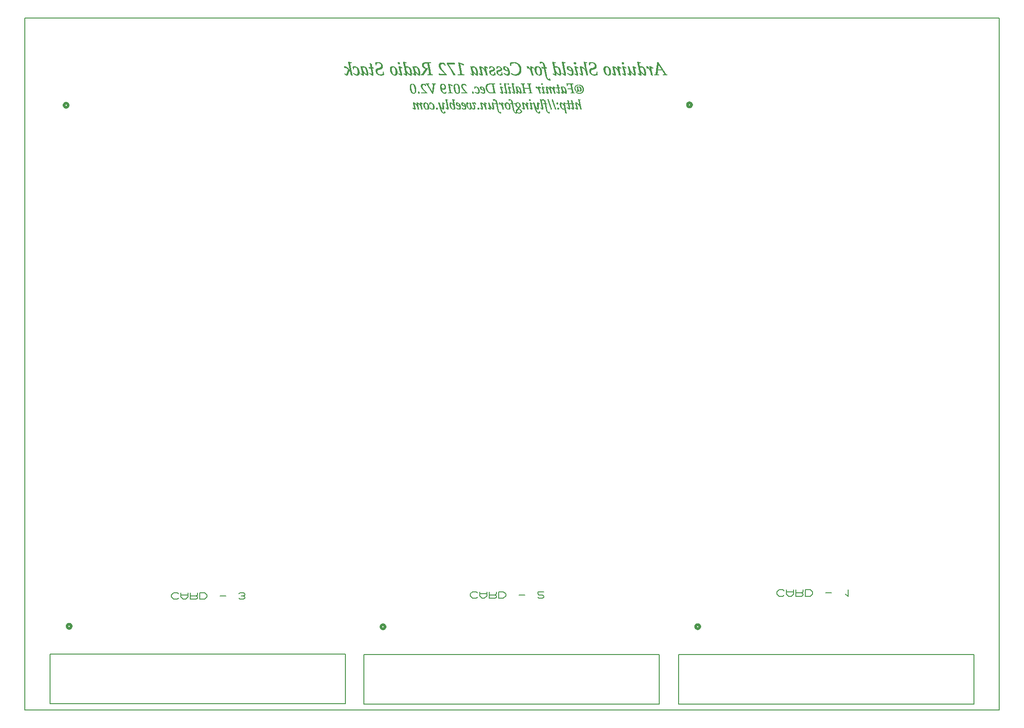
<source format=gbr>
G04 PROTEUS GERBER X2 FILE*
%TF.GenerationSoftware,Labcenter,Proteus,8.6-SP2-Build23525*%
%TF.CreationDate,2019-12-11T18:48:13+00:00*%
%TF.FileFunction,Legend,Bot*%
%TF.FilePolarity,Positive*%
%TF.Part,Single*%
%FSLAX45Y45*%
%MOMM*%
G01*
%TA.AperFunction,Material*%
%ADD15C,0.508000*%
%ADD18C,0.152400*%
%ADD16C,0.203200*%
%ADD17C,0.031750*%
%TA.AperFunction,Profile*%
%ADD14C,0.203200*%
%TD.AperFunction*%
D15*
X+3516341Y-4933641D02*
X+3516210Y-4930483D01*
X+3515144Y-4924165D01*
X+3512913Y-4917847D01*
X+3509268Y-4911529D01*
X+3503693Y-4905290D01*
X+3497375Y-4900694D01*
X+3491057Y-4897761D01*
X+3484739Y-4896099D01*
X+3478421Y-4895541D01*
X+3478241Y-4895541D01*
X+3440141Y-4933641D02*
X+3440272Y-4930483D01*
X+3441338Y-4924165D01*
X+3443569Y-4917847D01*
X+3447214Y-4911529D01*
X+3452789Y-4905290D01*
X+3459107Y-4900694D01*
X+3465425Y-4897761D01*
X+3471743Y-4896099D01*
X+3478061Y-4895541D01*
X+3478241Y-4895541D01*
X+3440141Y-4933641D02*
X+3440272Y-4936799D01*
X+3441338Y-4943117D01*
X+3443569Y-4949435D01*
X+3447214Y-4955753D01*
X+3452789Y-4961992D01*
X+3459107Y-4966588D01*
X+3465425Y-4969521D01*
X+3471743Y-4971183D01*
X+3478061Y-4971741D01*
X+3478241Y-4971741D01*
X+3516341Y-4933641D02*
X+3516210Y-4936799D01*
X+3515144Y-4943117D01*
X+3512913Y-4949435D01*
X+3509268Y-4955753D01*
X+3503693Y-4961992D01*
X+3497375Y-4966588D01*
X+3491057Y-4969521D01*
X+3484739Y-4971183D01*
X+3478421Y-4971741D01*
X+3478241Y-4971741D01*
D18*
X+3117561Y-5456881D02*
X+8664921Y-5456881D01*
X+8664921Y-6389061D01*
X+3117561Y-6389061D01*
X+3117561Y-5456881D01*
D15*
X-2393659Y-4936541D02*
X-2393790Y-4933383D01*
X-2394856Y-4927065D01*
X-2397087Y-4920747D01*
X-2400732Y-4914429D01*
X-2406307Y-4908190D01*
X-2412625Y-4903594D01*
X-2418943Y-4900661D01*
X-2425261Y-4898999D01*
X-2431579Y-4898441D01*
X-2431759Y-4898441D01*
X-2469859Y-4936541D02*
X-2469728Y-4933383D01*
X-2468662Y-4927065D01*
X-2466431Y-4920747D01*
X-2462786Y-4914429D01*
X-2457211Y-4908190D01*
X-2450893Y-4903594D01*
X-2444575Y-4900661D01*
X-2438257Y-4898999D01*
X-2431939Y-4898441D01*
X-2431759Y-4898441D01*
X-2469859Y-4936541D02*
X-2469728Y-4939699D01*
X-2468662Y-4946017D01*
X-2466431Y-4952335D01*
X-2462786Y-4958653D01*
X-2457211Y-4964892D01*
X-2450893Y-4969488D01*
X-2444575Y-4972421D01*
X-2438257Y-4974083D01*
X-2431939Y-4974641D01*
X-2431759Y-4974641D01*
X-2393659Y-4936541D02*
X-2393790Y-4939699D01*
X-2394856Y-4946017D01*
X-2397087Y-4952335D01*
X-2400732Y-4958653D01*
X-2406307Y-4964892D01*
X-2412625Y-4969488D01*
X-2418943Y-4972421D01*
X-2425261Y-4974083D01*
X-2431579Y-4974641D01*
X-2431759Y-4974641D01*
D18*
X-2792439Y-5459781D02*
X+2754921Y-5459781D01*
X+2754921Y-6391961D01*
X-2792439Y-6391961D01*
X-2792439Y-5459781D01*
D15*
X-8285659Y-4926541D02*
X-8285790Y-4923383D01*
X-8286856Y-4917065D01*
X-8289087Y-4910747D01*
X-8292732Y-4904429D01*
X-8298307Y-4898190D01*
X-8304625Y-4893594D01*
X-8310943Y-4890661D01*
X-8317261Y-4888999D01*
X-8323579Y-4888441D01*
X-8323759Y-4888441D01*
X-8361859Y-4926541D02*
X-8361728Y-4923383D01*
X-8360662Y-4917065D01*
X-8358431Y-4910747D01*
X-8354786Y-4904429D01*
X-8349211Y-4898190D01*
X-8342893Y-4893594D01*
X-8336575Y-4890661D01*
X-8330257Y-4888999D01*
X-8323939Y-4888441D01*
X-8323759Y-4888441D01*
X-8361859Y-4926541D02*
X-8361728Y-4929699D01*
X-8360662Y-4936017D01*
X-8358431Y-4942335D01*
X-8354786Y-4948653D01*
X-8349211Y-4954892D01*
X-8342893Y-4959488D01*
X-8336575Y-4962421D01*
X-8330257Y-4964083D01*
X-8323939Y-4964641D01*
X-8323759Y-4964641D01*
X-8285659Y-4926541D02*
X-8285790Y-4929699D01*
X-8286856Y-4936017D01*
X-8289087Y-4942335D01*
X-8292732Y-4948653D01*
X-8298307Y-4954892D01*
X-8304625Y-4959488D01*
X-8310943Y-4962421D01*
X-8317261Y-4964083D01*
X-8323579Y-4964641D01*
X-8323759Y-4964641D01*
D18*
X-8684439Y-5449781D02*
X-3137079Y-5449781D01*
X-3137079Y-6381961D01*
X-8684439Y-6381961D01*
X-8684439Y-5449781D01*
D16*
X+5100895Y-4260761D02*
X+5078670Y-4240441D01*
X+5011995Y-4240441D01*
X+4967545Y-4281081D01*
X+4967545Y-4321721D01*
X+5011995Y-4362361D01*
X+5078670Y-4362361D01*
X+5100895Y-4342041D01*
X+5145345Y-4240441D02*
X+5145345Y-4321721D01*
X+5189795Y-4362361D01*
X+5234245Y-4362361D01*
X+5278695Y-4321721D01*
X+5278695Y-4240441D01*
X+5145345Y-4281081D02*
X+5278695Y-4281081D01*
X+5323145Y-4240441D02*
X+5323145Y-4362361D01*
X+5434270Y-4362361D01*
X+5456495Y-4342041D01*
X+5456495Y-4321721D01*
X+5434270Y-4301401D01*
X+5323145Y-4301401D01*
X+5434270Y-4301401D02*
X+5456495Y-4281081D01*
X+5456495Y-4240441D01*
X+5500945Y-4240441D02*
X+5500945Y-4362361D01*
X+5589845Y-4362361D01*
X+5634295Y-4321721D01*
X+5634295Y-4281081D01*
X+5589845Y-4240441D01*
X+5500945Y-4240441D01*
X+5878770Y-4301401D02*
X+5989895Y-4301401D01*
X+6256595Y-4321721D02*
X+6301045Y-4362361D01*
X+6301045Y-4240441D01*
X-658704Y-4297261D02*
X-680929Y-4276941D01*
X-747604Y-4276941D01*
X-792054Y-4317581D01*
X-792054Y-4358221D01*
X-747604Y-4398861D01*
X-680929Y-4398861D01*
X-658704Y-4378541D01*
X-614254Y-4276941D02*
X-614254Y-4358221D01*
X-569804Y-4398861D01*
X-525354Y-4398861D01*
X-480904Y-4358221D01*
X-480904Y-4276941D01*
X-614254Y-4317581D02*
X-480904Y-4317581D01*
X-436454Y-4276941D02*
X-436454Y-4398861D01*
X-325329Y-4398861D01*
X-303104Y-4378541D01*
X-303104Y-4358221D01*
X-325329Y-4337901D01*
X-436454Y-4337901D01*
X-325329Y-4337901D02*
X-303104Y-4317581D01*
X-303104Y-4276941D01*
X-258654Y-4276941D02*
X-258654Y-4398861D01*
X-169754Y-4398861D01*
X-125304Y-4358221D01*
X-125304Y-4317581D01*
X-169754Y-4276941D01*
X-258654Y-4276941D01*
X+119171Y-4337901D02*
X+230296Y-4337901D01*
X+474771Y-4378541D02*
X+496996Y-4398861D01*
X+563671Y-4398861D01*
X+585896Y-4378541D01*
X+585896Y-4358221D01*
X+563671Y-4337901D01*
X+496996Y-4337901D01*
X+474771Y-4317581D01*
X+474771Y-4276941D01*
X+585896Y-4276941D01*
X-6270704Y-4316761D02*
X-6292929Y-4296441D01*
X-6359604Y-4296441D01*
X-6404054Y-4337081D01*
X-6404054Y-4377721D01*
X-6359604Y-4418361D01*
X-6292929Y-4418361D01*
X-6270704Y-4398041D01*
X-6226254Y-4296441D02*
X-6226254Y-4377721D01*
X-6181804Y-4418361D01*
X-6137354Y-4418361D01*
X-6092904Y-4377721D01*
X-6092904Y-4296441D01*
X-6226254Y-4337081D02*
X-6092904Y-4337081D01*
X-6048454Y-4296441D02*
X-6048454Y-4418361D01*
X-5937329Y-4418361D01*
X-5915104Y-4398041D01*
X-5915104Y-4377721D01*
X-5937329Y-4357401D01*
X-6048454Y-4357401D01*
X-5937329Y-4357401D02*
X-5915104Y-4337081D01*
X-5915104Y-4296441D01*
X-5870654Y-4296441D02*
X-5870654Y-4418361D01*
X-5781754Y-4418361D01*
X-5737304Y-4377721D01*
X-5737304Y-4337081D01*
X-5781754Y-4296441D01*
X-5870654Y-4296441D01*
X-5492829Y-4357401D02*
X-5381704Y-4357401D01*
X-5137229Y-4398041D02*
X-5115004Y-4418361D01*
X-5048329Y-4418361D01*
X-5026104Y-4398041D01*
X-5026104Y-4377721D01*
X-5048329Y-4357401D01*
X-5026104Y-4337081D01*
X-5026104Y-4316761D01*
X-5048329Y-4296441D01*
X-5115004Y-4296441D01*
X-5137229Y-4316761D01*
X-5092779Y-4357401D02*
X-5048329Y-4357401D01*
D17*
X+686069Y+5332679D02*
X+703849Y+5332679D01*
X+678449Y+5335219D02*
X+706389Y+5335219D01*
X+673369Y+5337759D02*
X+706389Y+5337759D01*
X+668289Y+5340299D02*
X+703849Y+5340299D01*
X+665749Y+5342839D02*
X+703849Y+5342839D01*
X+663209Y+5345379D02*
X+703849Y+5345379D01*
X+658129Y+5347919D02*
X+701309Y+5347919D01*
X+655589Y+5350459D02*
X+701309Y+5350459D01*
X+653049Y+5352999D02*
X+668289Y+5352999D01*
X+683529Y+5352999D02*
X+701309Y+5352999D01*
X+650509Y+5355539D02*
X+663209Y+5355539D01*
X+688609Y+5355539D02*
X+698769Y+5355539D01*
X+647969Y+5358079D02*
X+660669Y+5358079D01*
X+691149Y+5358079D02*
X+698769Y+5358079D01*
X+647969Y+5360619D02*
X+658129Y+5360619D01*
X+693689Y+5360619D02*
X+698769Y+5360619D01*
X+645429Y+5363159D02*
X+655589Y+5363159D01*
X+642889Y+5365699D02*
X+655589Y+5365699D01*
X+640349Y+5368239D02*
X+653049Y+5368239D01*
X+640349Y+5370779D02*
X+650509Y+5370779D01*
X+637809Y+5373319D02*
X+650509Y+5373319D01*
X+635269Y+5375859D02*
X+650509Y+5375859D01*
X+635269Y+5378399D02*
X+647969Y+5378399D01*
X+632729Y+5380939D02*
X+647969Y+5380939D01*
X+632729Y+5383479D02*
X+647969Y+5383479D01*
X+630189Y+5386019D02*
X+645429Y+5386019D01*
X+630189Y+5388559D02*
X+645429Y+5388559D01*
X+627649Y+5391099D02*
X+645429Y+5391099D01*
X+627649Y+5393639D02*
X+642889Y+5393639D01*
X+625109Y+5396179D02*
X+642889Y+5396179D01*
X+625109Y+5398719D02*
X+642889Y+5398719D01*
X+625109Y+5401259D02*
X+642889Y+5401259D01*
X+622569Y+5403799D02*
X+640349Y+5403799D01*
X+622569Y+5406339D02*
X+640349Y+5406339D01*
X+622569Y+5408879D02*
X+640349Y+5408879D01*
X+620029Y+5411419D02*
X+640349Y+5411419D01*
X+620029Y+5413959D02*
X+640349Y+5413959D01*
X+620029Y+5416499D02*
X+637809Y+5416499D01*
X+620029Y+5419039D02*
X+637809Y+5419039D01*
X+617489Y+5421579D02*
X+637809Y+5421579D01*
X-3116311Y+5424119D02*
X-3108691Y+5424119D01*
X-3019791Y+5424119D02*
X-3009631Y+5424119D01*
X-2930891Y+5424119D02*
X-2908031Y+5424119D01*
X-2811511Y+5424119D02*
X-2801351Y+5424119D01*
X-2732771Y+5424119D02*
X-2722611Y+5424119D01*
X-2633711Y+5424119D02*
X-2623551Y+5424119D01*
X-2488931Y+5424119D02*
X-2453371Y+5424119D01*
X-2222231Y+5424119D02*
X-2199371Y+5424119D01*
X-2097771Y+5424119D02*
X-2085071Y+5424119D01*
X-1998711Y+5424119D02*
X-1988551Y+5424119D01*
X-1919971Y+5424119D02*
X-1904731Y+5424119D01*
X-1833611Y+5424119D02*
X-1823451Y+5424119D01*
X-1754871Y+5424119D02*
X-1744711Y+5424119D01*
X-749031Y+5424119D02*
X-738871Y+5424119D01*
X-670291Y+5424119D02*
X-660131Y+5424119D01*
X-583931Y+5424119D02*
X-571231Y+5424119D01*
X-479791Y+5424119D02*
X-474711Y+5424119D01*
X-375651Y+5424119D02*
X-350251Y+5424119D01*
X-241031Y+5424119D02*
X-215631Y+5424119D01*
X-106411Y+5424119D02*
X-83551Y+5424119D01*
X+35829Y+5424119D02*
X+76469Y+5424119D01*
X+378729Y+5424119D02*
X+383809Y+5424119D01*
X+493029Y+5424119D02*
X+515889Y+5424119D01*
X+617489Y+5424119D02*
X+637809Y+5424119D01*
X+802909Y+5424119D02*
X+813069Y+5424119D01*
X+881649Y+5424119D02*
X+896889Y+5424119D01*
X+980709Y+5424119D02*
X+993409Y+5424119D01*
X+1089929Y+5424119D02*
X+1112789Y+5424119D01*
X+1206769Y+5424119D02*
X+1219469Y+5424119D01*
X+1305829Y+5424119D02*
X+1313449Y+5424119D01*
X+1407429Y+5424119D02*
X+1412509Y+5424119D01*
X+1521729Y+5424119D02*
X+1557289Y+5424119D01*
X+1788429Y+5424119D02*
X+1811289Y+5424119D01*
X+1915429Y+5424119D02*
X+1928129Y+5424119D01*
X+2019569Y+5424119D02*
X+2024649Y+5424119D01*
X+2105929Y+5424119D02*
X+2118629Y+5424119D01*
X+2207529Y+5424119D02*
X+2217689Y+5424119D01*
X+2291349Y+5424119D02*
X+2301509Y+5424119D01*
X+2398029Y+5424119D02*
X+2408189Y+5424119D01*
X+2476769Y+5424119D02*
X+2492009Y+5424119D01*
X+2621549Y+5424119D02*
X+2626629Y+5424119D01*
X-3121391Y+5426659D02*
X-3103611Y+5426659D01*
X-3029951Y+5426659D02*
X-3009631Y+5426659D01*
X-2938511Y+5426659D02*
X-2900411Y+5426659D01*
X-2816591Y+5426659D02*
X-2798811Y+5426659D01*
X-2737851Y+5426659D02*
X-2720071Y+5426659D01*
X-2641331Y+5426659D02*
X-2621011Y+5426659D01*
X-2501631Y+5426659D02*
X-2440671Y+5426659D01*
X-2232391Y+5426659D02*
X-2191751Y+5426659D01*
X-2102851Y+5426659D02*
X-2082531Y+5426659D01*
X-2003791Y+5426659D02*
X-1986011Y+5426659D01*
X-1925051Y+5426659D02*
X-1902191Y+5426659D01*
X-1838691Y+5426659D02*
X-1820911Y+5426659D01*
X-1759951Y+5426659D02*
X-1742171Y+5426659D01*
X-754111Y+5426659D02*
X-736331Y+5426659D01*
X-675371Y+5426659D02*
X-657591Y+5426659D01*
X-589011Y+5426659D02*
X-568691Y+5426659D01*
X-489951Y+5426659D02*
X-472171Y+5426659D01*
X-383271Y+5426659D02*
X-340091Y+5426659D01*
X-248651Y+5426659D02*
X-205471Y+5426659D01*
X-114031Y+5426659D02*
X-78471Y+5426659D01*
X+23129Y+5426659D02*
X+91709Y+5426659D01*
X+366029Y+5426659D02*
X+386349Y+5426659D01*
X+482869Y+5426659D02*
X+523509Y+5426659D01*
X+617489Y+5426659D02*
X+635269Y+5426659D01*
X+797829Y+5426659D02*
X+815609Y+5426659D01*
X+876569Y+5426659D02*
X+899429Y+5426659D01*
X+975629Y+5426659D02*
X+995949Y+5426659D01*
X+1082309Y+5426659D02*
X+1117869Y+5426659D01*
X+1201689Y+5426659D02*
X+1222009Y+5426659D01*
X+1300749Y+5426659D02*
X+1315989Y+5426659D01*
X+1394729Y+5426659D02*
X+1412509Y+5426659D01*
X+1509029Y+5426659D02*
X+1569989Y+5426659D01*
X+1778269Y+5426659D02*
X+1818909Y+5426659D01*
X+1910349Y+5426659D02*
X+1930669Y+5426659D01*
X+2009409Y+5426659D02*
X+2027189Y+5426659D01*
X+2100849Y+5426659D02*
X+2121169Y+5426659D01*
X+2199909Y+5426659D02*
X+2220229Y+5426659D01*
X+2286269Y+5426659D02*
X+2306589Y+5426659D01*
X+2392949Y+5426659D02*
X+2410729Y+5426659D01*
X+2471689Y+5426659D02*
X+2494549Y+5426659D01*
X+2608849Y+5426659D02*
X+2629169Y+5426659D01*
X-3126471Y+5429199D02*
X-3103611Y+5429199D01*
X-3037571Y+5429199D02*
X-3009631Y+5429199D01*
X-2946131Y+5429199D02*
X-2895331Y+5429199D01*
X-2821671Y+5429199D02*
X-2796271Y+5429199D01*
X-2742931Y+5429199D02*
X-2717531Y+5429199D01*
X-2643871Y+5429199D02*
X-2618471Y+5429199D01*
X-2509251Y+5429199D02*
X-2433051Y+5429199D01*
X-2237471Y+5429199D02*
X-2186671Y+5429199D01*
X-2107931Y+5429199D02*
X-2082531Y+5429199D01*
X-2008871Y+5429199D02*
X-1986011Y+5429199D01*
X-1930131Y+5429199D02*
X-1899651Y+5429199D01*
X-1843771Y+5429199D02*
X-1818371Y+5429199D01*
X-1765031Y+5429199D02*
X-1739631Y+5429199D01*
X-1721851Y+5429199D02*
X-1676131Y+5429199D01*
X-1594851Y+5429199D02*
X-1505951Y+5429199D01*
X-1378951Y+5429199D02*
X-1239251Y+5429199D01*
X-1109711Y+5429199D02*
X-1081771Y+5429199D01*
X-1028431Y+5429199D02*
X-909051Y+5429199D01*
X-759191Y+5429199D02*
X-733791Y+5429199D01*
X-680451Y+5429199D02*
X-655051Y+5429199D01*
X-594091Y+5429199D02*
X-566151Y+5429199D01*
X-500111Y+5429199D02*
X-474711Y+5429199D01*
X-390891Y+5429199D02*
X-332471Y+5429199D01*
X-256271Y+5429199D02*
X-197851Y+5429199D01*
X-121651Y+5429199D02*
X-73391Y+5429199D01*
X+12969Y+5429199D02*
X+99329Y+5429199D01*
X+358409Y+5429199D02*
X+383809Y+5429199D01*
X+477789Y+5429199D02*
X+528589Y+5429199D01*
X+617489Y+5429199D02*
X+635269Y+5429199D01*
X+792749Y+5429199D02*
X+815609Y+5429199D01*
X+871489Y+5429199D02*
X+901969Y+5429199D01*
X+970549Y+5429199D02*
X+995949Y+5429199D01*
X+1074689Y+5429199D02*
X+1122949Y+5429199D01*
X+1196609Y+5429199D02*
X+1222009Y+5429199D01*
X+1295669Y+5429199D02*
X+1318529Y+5429199D01*
X+1387109Y+5429199D02*
X+1412509Y+5429199D01*
X+1501409Y+5429199D02*
X+1577609Y+5429199D01*
X+1773189Y+5429199D02*
X+1823989Y+5429199D01*
X+1905269Y+5429199D02*
X+1933209Y+5429199D01*
X+1999249Y+5429199D02*
X+2024649Y+5429199D01*
X+2095769Y+5429199D02*
X+2121169Y+5429199D01*
X+2194829Y+5429199D02*
X+2220229Y+5429199D01*
X+2281189Y+5429199D02*
X+2306589Y+5429199D01*
X+2387869Y+5429199D02*
X+2410729Y+5429199D01*
X+2466609Y+5429199D02*
X+2497089Y+5429199D01*
X+2601229Y+5429199D02*
X+2626629Y+5429199D01*
X+2659649Y+5429199D02*
X+2743469Y+5429199D01*
X+2827289Y+5429199D02*
X+2900949Y+5429199D01*
X-3129011Y+5431739D02*
X-3101071Y+5431739D01*
X-3037571Y+5431739D02*
X-3012171Y+5431739D01*
X-2951211Y+5431739D02*
X-2892791Y+5431739D01*
X-2826751Y+5431739D02*
X-2796271Y+5431739D01*
X-2745471Y+5431739D02*
X-2717531Y+5431739D01*
X-2648951Y+5431739D02*
X-2618471Y+5431739D01*
X-2514331Y+5431739D02*
X-2427971Y+5431739D01*
X-2245091Y+5431739D02*
X-2184131Y+5431739D01*
X-2113011Y+5431739D02*
X-2079991Y+5431739D01*
X-2013951Y+5431739D02*
X-1986011Y+5431739D01*
X-1935211Y+5431739D02*
X-1899651Y+5431739D01*
X-1848851Y+5431739D02*
X-1818371Y+5431739D01*
X-1767571Y+5431739D02*
X-1739631Y+5431739D01*
X-1721851Y+5431739D02*
X-1673591Y+5431739D01*
X-1594851Y+5431739D02*
X-1505951Y+5431739D01*
X-1378951Y+5431739D02*
X-1239251Y+5431739D01*
X-1112251Y+5431739D02*
X-1079231Y+5431739D01*
X-1028431Y+5431739D02*
X-909051Y+5431739D01*
X-764271Y+5431739D02*
X-733791Y+5431739D01*
X-682991Y+5431739D02*
X-655051Y+5431739D01*
X-599171Y+5431739D02*
X-566151Y+5431739D01*
X-500111Y+5431739D02*
X-474711Y+5431739D01*
X-393431Y+5431739D02*
X-327391Y+5431739D01*
X-258811Y+5431739D02*
X-192771Y+5431739D01*
X-126731Y+5431739D02*
X-68311Y+5431739D01*
X+5349Y+5431739D02*
X+106949Y+5431739D01*
X+358409Y+5431739D02*
X+383809Y+5431739D01*
X+470169Y+5431739D02*
X+531129Y+5431739D01*
X+614949Y+5431739D02*
X+635269Y+5431739D01*
X+787669Y+5431739D02*
X+815609Y+5431739D01*
X+866409Y+5431739D02*
X+901969Y+5431739D01*
X+965469Y+5431739D02*
X+998489Y+5431739D01*
X+1069609Y+5431739D02*
X+1128029Y+5431739D01*
X+1191529Y+5431739D02*
X+1224549Y+5431739D01*
X+1290589Y+5431739D02*
X+1318529Y+5431739D01*
X+1387109Y+5431739D02*
X+1412509Y+5431739D01*
X+1496329Y+5431739D02*
X+1582689Y+5431739D01*
X+1765569Y+5431739D02*
X+1826529Y+5431739D01*
X+1900189Y+5431739D02*
X+1933209Y+5431739D01*
X+1999249Y+5431739D02*
X+2024649Y+5431739D01*
X+2090689Y+5431739D02*
X+2123709Y+5431739D01*
X+2189749Y+5431739D02*
X+2222769Y+5431739D01*
X+2276109Y+5431739D02*
X+2309129Y+5431739D01*
X+2382789Y+5431739D02*
X+2410729Y+5431739D01*
X+2461529Y+5431739D02*
X+2497089Y+5431739D01*
X+2601229Y+5431739D02*
X+2626629Y+5431739D01*
X+2659649Y+5431739D02*
X+2743469Y+5431739D01*
X+2827289Y+5431739D02*
X+2898409Y+5431739D01*
X-3134091Y+5434279D02*
X-3098531Y+5434279D01*
X-3037571Y+5434279D02*
X-3012171Y+5434279D01*
X-2956291Y+5434279D02*
X-2890251Y+5434279D01*
X-2829291Y+5434279D02*
X-2796271Y+5434279D01*
X-2750551Y+5434279D02*
X-2717531Y+5434279D01*
X-2654031Y+5434279D02*
X-2618471Y+5434279D01*
X-2519411Y+5434279D02*
X-2422891Y+5434279D01*
X-2247631Y+5434279D02*
X-2179051Y+5434279D01*
X-2115551Y+5434279D02*
X-2079991Y+5434279D01*
X-2019031Y+5434279D02*
X-1983471Y+5434279D01*
X-1937751Y+5434279D02*
X-1897111Y+5434279D01*
X-1851391Y+5434279D02*
X-1818371Y+5434279D01*
X-1772651Y+5434279D02*
X-1739631Y+5434279D01*
X-1721851Y+5434279D02*
X-1671051Y+5434279D01*
X-1594851Y+5434279D02*
X-1505951Y+5434279D01*
X-1378951Y+5434279D02*
X-1239251Y+5434279D01*
X-1112251Y+5434279D02*
X-1081771Y+5434279D01*
X-1028431Y+5434279D02*
X-909051Y+5434279D01*
X-766811Y+5434279D02*
X-733791Y+5434279D01*
X-688071Y+5434279D02*
X-655051Y+5434279D01*
X-604251Y+5434279D02*
X-566151Y+5434279D01*
X-502651Y+5434279D02*
X-474711Y+5434279D01*
X-398511Y+5434279D02*
X-324851Y+5434279D01*
X-263891Y+5434279D02*
X-190231Y+5434279D01*
X-131811Y+5434279D02*
X-65771Y+5434279D01*
X+269Y+5434279D02*
X+112029Y+5434279D01*
X+358409Y+5434279D02*
X+383809Y+5434279D01*
X+467629Y+5434279D02*
X+536209Y+5434279D01*
X+614949Y+5434279D02*
X+635269Y+5434279D01*
X+782589Y+5434279D02*
X+818149Y+5434279D01*
X+863869Y+5434279D02*
X+904509Y+5434279D01*
X+960389Y+5434279D02*
X+998489Y+5434279D01*
X+1064529Y+5434279D02*
X+1130569Y+5434279D01*
X+1188989Y+5434279D02*
X+1224549Y+5434279D01*
X+1285509Y+5434279D02*
X+1318529Y+5434279D01*
X+1387109Y+5434279D02*
X+1412509Y+5434279D01*
X+1491249Y+5434279D02*
X+1587769Y+5434279D01*
X+1763029Y+5434279D02*
X+1831609Y+5434279D01*
X+1895109Y+5434279D02*
X+1933209Y+5434279D01*
X+1996709Y+5434279D02*
X+2024649Y+5434279D01*
X+2088149Y+5434279D02*
X+2123709Y+5434279D01*
X+2187209Y+5434279D02*
X+2222769Y+5434279D01*
X+2273569Y+5434279D02*
X+2309129Y+5434279D01*
X+2377709Y+5434279D02*
X+2413269Y+5434279D01*
X+2458989Y+5434279D02*
X+2499629Y+5434279D01*
X+2601229Y+5434279D02*
X+2626629Y+5434279D01*
X+2659649Y+5434279D02*
X+2743469Y+5434279D01*
X+2824749Y+5434279D02*
X+2898409Y+5434279D01*
X-3136631Y+5436819D02*
X-3098531Y+5436819D01*
X-3037571Y+5436819D02*
X-3012171Y+5436819D01*
X-2958831Y+5436819D02*
X-2887711Y+5436819D01*
X-2834371Y+5436819D02*
X-2796271Y+5436819D01*
X-2753091Y+5436819D02*
X-2714991Y+5436819D01*
X-2656571Y+5436819D02*
X-2618471Y+5436819D01*
X-2524491Y+5436819D02*
X-2417811Y+5436819D01*
X-2252711Y+5436819D02*
X-2234931Y+5436819D01*
X-2214611Y+5436819D02*
X-2176511Y+5436819D01*
X-2120631Y+5436819D02*
X-2079991Y+5436819D01*
X-2024111Y+5436819D02*
X-1983471Y+5436819D01*
X-1942831Y+5436819D02*
X-1897111Y+5436819D01*
X-1856471Y+5436819D02*
X-1818371Y+5436819D01*
X-1775191Y+5436819D02*
X-1737091Y+5436819D01*
X-1721851Y+5436819D02*
X-1671051Y+5436819D01*
X-1594851Y+5436819D02*
X-1505951Y+5436819D01*
X-1381491Y+5436819D02*
X-1241791Y+5436819D01*
X-1112251Y+5436819D02*
X-1081771Y+5436819D01*
X-1028431Y+5436819D02*
X-909051Y+5436819D01*
X-771891Y+5436819D02*
X-733791Y+5436819D01*
X-690611Y+5436819D02*
X-652511Y+5436819D01*
X-606791Y+5436819D02*
X-566151Y+5436819D01*
X-502651Y+5436819D02*
X-477251Y+5436819D01*
X-403591Y+5436819D02*
X-385811Y+5436819D01*
X-365491Y+5436819D02*
X-324851Y+5436819D01*
X-268971Y+5436819D02*
X-251191Y+5436819D01*
X-230871Y+5436819D02*
X-190231Y+5436819D01*
X-134351Y+5436819D02*
X-63231Y+5436819D01*
X-4811Y+5436819D02*
X+117109Y+5436819D01*
X+358409Y+5436819D02*
X+381269Y+5436819D01*
X+462549Y+5436819D02*
X+480329Y+5436819D01*
X+500649Y+5436819D02*
X+538749Y+5436819D01*
X+614949Y+5436819D02*
X+635269Y+5436819D01*
X+777509Y+5436819D02*
X+818149Y+5436819D01*
X+858789Y+5436819D02*
X+904509Y+5436819D01*
X+957849Y+5436819D02*
X+998489Y+5436819D01*
X+1061989Y+5436819D02*
X+1133109Y+5436819D01*
X+1183909Y+5436819D02*
X+1224549Y+5436819D01*
X+1282969Y+5436819D02*
X+1318529Y+5436819D01*
X+1387109Y+5436819D02*
X+1409969Y+5436819D01*
X+1486169Y+5436819D02*
X+1592849Y+5436819D01*
X+1757949Y+5436819D02*
X+1775729Y+5436819D01*
X+1796049Y+5436819D02*
X+1834149Y+5436819D01*
X+1892569Y+5436819D02*
X+1933209Y+5436819D01*
X+1996709Y+5436819D02*
X+2022109Y+5436819D01*
X+2083069Y+5436819D02*
X+2123709Y+5436819D01*
X+2182129Y+5436819D02*
X+2222769Y+5436819D01*
X+2271029Y+5436819D02*
X+2309129Y+5436819D01*
X+2372629Y+5436819D02*
X+2413269Y+5436819D01*
X+2453909Y+5436819D02*
X+2499629Y+5436819D01*
X+2601229Y+5436819D02*
X+2624089Y+5436819D01*
X+2659649Y+5436819D02*
X+2740929Y+5436819D01*
X+2824749Y+5436819D02*
X+2898409Y+5436819D01*
X-3141711Y+5439359D02*
X-3095991Y+5439359D01*
X-3037571Y+5439359D02*
X-3012171Y+5439359D01*
X-2963911Y+5439359D02*
X-2885171Y+5439359D01*
X-2836911Y+5439359D02*
X-2796271Y+5439359D01*
X-2758171Y+5439359D02*
X-2714991Y+5439359D01*
X-2661651Y+5439359D02*
X-2618471Y+5439359D01*
X-2527031Y+5439359D02*
X-2499091Y+5439359D01*
X-2468611Y+5439359D02*
X-2417811Y+5439359D01*
X-2255251Y+5439359D02*
X-2240011Y+5439359D01*
X-2209531Y+5439359D02*
X-2176511Y+5439359D01*
X-2123171Y+5439359D02*
X-2079991Y+5439359D01*
X-2026651Y+5439359D02*
X-1983471Y+5439359D01*
X-1945371Y+5439359D02*
X-1897111Y+5439359D01*
X-1859011Y+5439359D02*
X-1818371Y+5439359D01*
X-1780271Y+5439359D02*
X-1737091Y+5439359D01*
X-1711691Y+5439359D02*
X-1668511Y+5439359D01*
X-1577071Y+5439359D02*
X-1523731Y+5439359D01*
X-1381491Y+5439359D02*
X-1244331Y+5439359D01*
X-1114791Y+5439359D02*
X-1084311Y+5439359D01*
X-1003031Y+5439359D02*
X-926831Y+5439359D01*
X-774431Y+5439359D02*
X-733791Y+5439359D01*
X-695691Y+5439359D02*
X-652511Y+5439359D01*
X-611871Y+5439359D02*
X-566151Y+5439359D01*
X-502651Y+5439359D02*
X-477251Y+5439359D01*
X-406131Y+5439359D02*
X-393431Y+5439359D01*
X-357871Y+5439359D02*
X-324851Y+5439359D01*
X-271511Y+5439359D02*
X-258811Y+5439359D01*
X-223251Y+5439359D02*
X-190231Y+5439359D01*
X-139431Y+5439359D02*
X-63231Y+5439359D01*
X-9891Y+5439359D02*
X+119649Y+5439359D01*
X+358409Y+5439359D02*
X+381269Y+5439359D01*
X+460009Y+5439359D02*
X+475249Y+5439359D01*
X+505729Y+5439359D02*
X+538749Y+5439359D01*
X+614949Y+5439359D02*
X+632729Y+5439359D01*
X+774969Y+5439359D02*
X+818149Y+5439359D01*
X+856249Y+5439359D02*
X+904509Y+5439359D01*
X+952769Y+5439359D02*
X+998489Y+5439359D01*
X+1056909Y+5439359D02*
X+1133109Y+5439359D01*
X+1181369Y+5439359D02*
X+1224549Y+5439359D01*
X+1277889Y+5439359D02*
X+1318529Y+5439359D01*
X+1387109Y+5439359D02*
X+1409969Y+5439359D01*
X+1483629Y+5439359D02*
X+1511569Y+5439359D01*
X+1542049Y+5439359D02*
X+1592849Y+5439359D01*
X+1755409Y+5439359D02*
X+1770649Y+5439359D01*
X+1801129Y+5439359D02*
X+1834149Y+5439359D01*
X+1887489Y+5439359D02*
X+1933209Y+5439359D01*
X+1996709Y+5439359D02*
X+2022109Y+5439359D01*
X+2080529Y+5439359D02*
X+2123709Y+5439359D01*
X+2177049Y+5439359D02*
X+2222769Y+5439359D01*
X+2265949Y+5439359D02*
X+2309129Y+5439359D01*
X+2370089Y+5439359D02*
X+2413269Y+5439359D01*
X+2451369Y+5439359D02*
X+2499629Y+5439359D01*
X+2601229Y+5439359D02*
X+2624089Y+5439359D01*
X+2672349Y+5439359D02*
X+2723149Y+5439359D01*
X+2845069Y+5439359D02*
X+2888249Y+5439359D01*
X-3144251Y+5441899D02*
X-3095991Y+5441899D01*
X-3037571Y+5441899D02*
X-3014711Y+5441899D01*
X-2966451Y+5441899D02*
X-2943591Y+5441899D01*
X-2925811Y+5441899D02*
X-2885171Y+5441899D01*
X-2839451Y+5441899D02*
X-2796271Y+5441899D01*
X-2760711Y+5441899D02*
X-2714991Y+5441899D01*
X-2664191Y+5441899D02*
X-2618471Y+5441899D01*
X-2532111Y+5441899D02*
X-2509251Y+5441899D01*
X-2458451Y+5441899D02*
X-2417811Y+5441899D01*
X-2260331Y+5441899D02*
X-2245091Y+5441899D01*
X-2204451Y+5441899D02*
X-2173971Y+5441899D01*
X-2128251Y+5441899D02*
X-2079991Y+5441899D01*
X-2031731Y+5441899D02*
X-1983471Y+5441899D01*
X-1947911Y+5441899D02*
X-1897111Y+5441899D01*
X-1861551Y+5441899D02*
X-1818371Y+5441899D01*
X-1782811Y+5441899D02*
X-1737091Y+5441899D01*
X-1706611Y+5441899D02*
X-1668511Y+5441899D01*
X-1569451Y+5441899D02*
X-1531351Y+5441899D01*
X-1381491Y+5441899D02*
X-1246871Y+5441899D01*
X-1114791Y+5441899D02*
X-1086851Y+5441899D01*
X-990331Y+5441899D02*
X-944611Y+5441899D01*
X-776971Y+5441899D02*
X-733791Y+5441899D01*
X-698231Y+5441899D02*
X-652511Y+5441899D01*
X-614411Y+5441899D02*
X-566151Y+5441899D01*
X-502651Y+5441899D02*
X-477251Y+5441899D01*
X-411211Y+5441899D02*
X-398511Y+5441899D01*
X-352791Y+5441899D02*
X-327391Y+5441899D01*
X-276591Y+5441899D02*
X-263891Y+5441899D01*
X-218171Y+5441899D02*
X-192771Y+5441899D01*
X-141971Y+5441899D02*
X-116571Y+5441899D01*
X-98791Y+5441899D02*
X-60691Y+5441899D01*
X-14971Y+5441899D02*
X+28209Y+5441899D01*
X+63769Y+5441899D02*
X+124729Y+5441899D01*
X+355869Y+5441899D02*
X+381269Y+5441899D01*
X+454929Y+5441899D02*
X+470169Y+5441899D01*
X+510809Y+5441899D02*
X+541289Y+5441899D01*
X+612409Y+5441899D02*
X+632729Y+5441899D01*
X+769889Y+5441899D02*
X+818149Y+5441899D01*
X+853709Y+5441899D02*
X+904509Y+5441899D01*
X+950229Y+5441899D02*
X+998489Y+5441899D01*
X+1054369Y+5441899D02*
X+1079769Y+5441899D01*
X+1097549Y+5441899D02*
X+1135649Y+5441899D01*
X+1176289Y+5441899D02*
X+1224549Y+5441899D01*
X+1275349Y+5441899D02*
X+1318529Y+5441899D01*
X+1384569Y+5441899D02*
X+1409969Y+5441899D01*
X+1478549Y+5441899D02*
X+1501409Y+5441899D01*
X+1552209Y+5441899D02*
X+1592849Y+5441899D01*
X+1750329Y+5441899D02*
X+1765569Y+5441899D01*
X+1806209Y+5441899D02*
X+1836689Y+5441899D01*
X+1884949Y+5441899D02*
X+1933209Y+5441899D01*
X+1996709Y+5441899D02*
X+2022109Y+5441899D01*
X+2075449Y+5441899D02*
X+2123709Y+5441899D01*
X+2174509Y+5441899D02*
X+2220229Y+5441899D01*
X+2263409Y+5441899D02*
X+2309129Y+5441899D01*
X+2365009Y+5441899D02*
X+2413269Y+5441899D01*
X+2448829Y+5441899D02*
X+2499629Y+5441899D01*
X+2598689Y+5441899D02*
X+2624089Y+5441899D01*
X+2682509Y+5441899D02*
X+2715529Y+5441899D01*
X+2852689Y+5441899D02*
X+2880629Y+5441899D01*
X-3149331Y+5444439D02*
X-3134091Y+5444439D01*
X-3123931Y+5444439D02*
X-3095991Y+5444439D01*
X-3040111Y+5444439D02*
X-3014711Y+5444439D01*
X-2971531Y+5444439D02*
X-2951211Y+5444439D01*
X-2920731Y+5444439D02*
X-2882631Y+5444439D01*
X-2844531Y+5444439D02*
X-2796271Y+5444439D01*
X-2763251Y+5444439D02*
X-2714991Y+5444439D01*
X-2666731Y+5444439D02*
X-2618471Y+5444439D01*
X-2534651Y+5444439D02*
X-2514331Y+5444439D01*
X-2450831Y+5444439D02*
X-2420351Y+5444439D01*
X-2262871Y+5444439D02*
X-2247631Y+5444439D01*
X-2201911Y+5444439D02*
X-2171431Y+5444439D01*
X-2130791Y+5444439D02*
X-2079991Y+5444439D01*
X-2034271Y+5444439D02*
X-1986011Y+5444439D01*
X-1950451Y+5444439D02*
X-1894571Y+5444439D01*
X-1866631Y+5444439D02*
X-1818371Y+5444439D01*
X-1785351Y+5444439D02*
X-1737091Y+5444439D01*
X-1704071Y+5444439D02*
X-1665971Y+5444439D01*
X-1566911Y+5444439D02*
X-1531351Y+5444439D01*
X-1381491Y+5444439D02*
X-1249411Y+5444439D01*
X-1117331Y+5444439D02*
X-1086851Y+5444439D01*
X-985251Y+5444439D02*
X-947151Y+5444439D01*
X-782051Y+5444439D02*
X-733791Y+5444439D01*
X-700771Y+5444439D02*
X-652511Y+5444439D01*
X-619491Y+5444439D02*
X-566151Y+5444439D01*
X-502651Y+5444439D02*
X-477251Y+5444439D01*
X-413751Y+5444439D02*
X-401051Y+5444439D01*
X-347711Y+5444439D02*
X-327391Y+5444439D01*
X-279131Y+5444439D02*
X-266431Y+5444439D01*
X-213091Y+5444439D02*
X-192771Y+5444439D01*
X-147051Y+5444439D02*
X-126731Y+5444439D01*
X-93711Y+5444439D02*
X-60691Y+5444439D01*
X-20051Y+5444439D02*
X+15509Y+5444439D01*
X+73929Y+5444439D02*
X+127269Y+5444439D01*
X+355869Y+5444439D02*
X+381269Y+5444439D01*
X+452389Y+5444439D02*
X+467629Y+5444439D01*
X+513349Y+5444439D02*
X+543829Y+5444439D01*
X+612409Y+5444439D02*
X+632729Y+5444439D01*
X+767349Y+5444439D02*
X+815609Y+5444439D01*
X+851169Y+5444439D02*
X+907049Y+5444439D01*
X+945149Y+5444439D02*
X+998489Y+5444439D01*
X+1049289Y+5444439D02*
X+1069609Y+5444439D01*
X+1102629Y+5444439D02*
X+1135649Y+5444439D01*
X+1173749Y+5444439D02*
X+1224549Y+5444439D01*
X+1270269Y+5444439D02*
X+1318529Y+5444439D01*
X+1384569Y+5444439D02*
X+1409969Y+5444439D01*
X+1476009Y+5444439D02*
X+1496329Y+5444439D01*
X+1559829Y+5444439D02*
X+1590309Y+5444439D01*
X+1747789Y+5444439D02*
X+1763029Y+5444439D01*
X+1808749Y+5444439D02*
X+1839229Y+5444439D01*
X+1879869Y+5444439D02*
X+1933209Y+5444439D01*
X+1996709Y+5444439D02*
X+2022109Y+5444439D01*
X+2072909Y+5444439D02*
X+2123709Y+5444439D01*
X+2169429Y+5444439D02*
X+2220229Y+5444439D01*
X+2260869Y+5444439D02*
X+2309129Y+5444439D01*
X+2362469Y+5444439D02*
X+2410729Y+5444439D01*
X+2446289Y+5444439D02*
X+2502169Y+5444439D01*
X+2598689Y+5444439D02*
X+2624089Y+5444439D01*
X+2685049Y+5444439D02*
X+2715529Y+5444439D01*
X+2852689Y+5444439D02*
X+2878089Y+5444439D01*
X-3151871Y+5446979D02*
X-3136631Y+5446979D01*
X-3121391Y+5446979D02*
X-3093451Y+5446979D01*
X-3040111Y+5446979D02*
X-3014711Y+5446979D01*
X-2974071Y+5446979D02*
X-2958831Y+5446979D01*
X-2915651Y+5446979D02*
X-2882631Y+5446979D01*
X-2847071Y+5446979D02*
X-2831831Y+5446979D01*
X-2824211Y+5446979D02*
X-2798811Y+5446979D01*
X-2765791Y+5446979D02*
X-2750551Y+5446979D01*
X-2742931Y+5446979D02*
X-2714991Y+5446979D01*
X-2671811Y+5446979D02*
X-2656571Y+5446979D01*
X-2646411Y+5446979D02*
X-2618471Y+5446979D01*
X-2537191Y+5446979D02*
X-2519411Y+5446979D01*
X-2445751Y+5446979D02*
X-2420351Y+5446979D01*
X-2265411Y+5446979D02*
X-2250171Y+5446979D01*
X-2201911Y+5446979D02*
X-2171431Y+5446979D01*
X-2133331Y+5446979D02*
X-2118091Y+5446979D01*
X-2110471Y+5446979D02*
X-2079991Y+5446979D01*
X-2036811Y+5446979D02*
X-2021571Y+5446979D01*
X-2013951Y+5446979D02*
X-1986011Y+5446979D01*
X-1952991Y+5446979D02*
X-1932671Y+5446979D01*
X-1922511Y+5446979D02*
X-1894571Y+5446979D01*
X-1869171Y+5446979D02*
X-1853931Y+5446979D01*
X-1846311Y+5446979D02*
X-1820911Y+5446979D01*
X-1787891Y+5446979D02*
X-1772651Y+5446979D01*
X-1765031Y+5446979D02*
X-1737091Y+5446979D01*
X-1701531Y+5446979D02*
X-1663431Y+5446979D01*
X-1564371Y+5446979D02*
X-1533891Y+5446979D01*
X-1384031Y+5446979D02*
X-1251951Y+5446979D01*
X-1117331Y+5446979D02*
X-1089391Y+5446979D01*
X-985251Y+5446979D02*
X-949691Y+5446979D01*
X-784591Y+5446979D02*
X-769351Y+5446979D01*
X-761731Y+5446979D02*
X-736331Y+5446979D01*
X-703311Y+5446979D02*
X-688071Y+5446979D01*
X-680451Y+5446979D02*
X-652511Y+5446979D01*
X-622031Y+5446979D02*
X-604251Y+5446979D01*
X-596631Y+5446979D02*
X-566151Y+5446979D01*
X-502651Y+5446979D02*
X-479791Y+5446979D01*
X-416291Y+5446979D02*
X-403591Y+5446979D01*
X-345171Y+5446979D02*
X-327391Y+5446979D01*
X-281671Y+5446979D02*
X-268971Y+5446979D01*
X-210551Y+5446979D02*
X-192771Y+5446979D01*
X-149591Y+5446979D02*
X-131811Y+5446979D01*
X-91171Y+5446979D02*
X-58151Y+5446979D01*
X-22591Y+5446979D02*
X+7889Y+5446979D01*
X+81549Y+5446979D02*
X+129809Y+5446979D01*
X+355869Y+5446979D02*
X+378729Y+5446979D01*
X+449849Y+5446979D02*
X+465089Y+5446979D01*
X+513349Y+5446979D02*
X+543829Y+5446979D01*
X+612409Y+5446979D02*
X+632729Y+5446979D01*
X+764809Y+5446979D02*
X+780049Y+5446979D01*
X+787669Y+5446979D02*
X+815609Y+5446979D01*
X+848629Y+5446979D02*
X+868949Y+5446979D01*
X+879109Y+5446979D02*
X+907049Y+5446979D01*
X+942609Y+5446979D02*
X+957849Y+5446979D01*
X+965469Y+5446979D02*
X+995949Y+5446979D01*
X+1046749Y+5446979D02*
X+1064529Y+5446979D01*
X+1105169Y+5446979D02*
X+1138189Y+5446979D01*
X+1171209Y+5446979D02*
X+1186449Y+5446979D01*
X+1194069Y+5446979D02*
X+1224549Y+5446979D01*
X+1267729Y+5446979D02*
X+1282969Y+5446979D01*
X+1290589Y+5446979D02*
X+1318529Y+5446979D01*
X+1384569Y+5446979D02*
X+1407429Y+5446979D01*
X+1473469Y+5446979D02*
X+1491249Y+5446979D01*
X+1564909Y+5446979D02*
X+1590309Y+5446979D01*
X+1745249Y+5446979D02*
X+1760489Y+5446979D01*
X+1808749Y+5446979D02*
X+1839229Y+5446979D01*
X+1877329Y+5446979D02*
X+1895109Y+5446979D01*
X+1902729Y+5446979D02*
X+1933209Y+5446979D01*
X+1996709Y+5446979D02*
X+2019569Y+5446979D01*
X+2070369Y+5446979D02*
X+2085609Y+5446979D01*
X+2093229Y+5446979D02*
X+2123709Y+5446979D01*
X+2166889Y+5446979D02*
X+2182129Y+5446979D01*
X+2189749Y+5446979D02*
X+2220229Y+5446979D01*
X+2258329Y+5446979D02*
X+2273569Y+5446979D01*
X+2281189Y+5446979D02*
X+2309129Y+5446979D01*
X+2359929Y+5446979D02*
X+2375169Y+5446979D01*
X+2382789Y+5446979D02*
X+2410729Y+5446979D01*
X+2443749Y+5446979D02*
X+2464069Y+5446979D01*
X+2474229Y+5446979D02*
X+2502169Y+5446979D01*
X+2598689Y+5446979D02*
X+2621549Y+5446979D01*
X+2685049Y+5446979D02*
X+2715529Y+5446979D01*
X+2852689Y+5446979D02*
X+2875549Y+5446979D01*
X-3154411Y+5449519D02*
X-3141711Y+5449519D01*
X-3118851Y+5449519D02*
X-3093451Y+5449519D01*
X-3040111Y+5449519D02*
X-3014711Y+5449519D01*
X-2976611Y+5449519D02*
X-2961371Y+5449519D01*
X-2913111Y+5449519D02*
X-2880091Y+5449519D01*
X-2849611Y+5449519D02*
X-2836911Y+5449519D01*
X-2824211Y+5449519D02*
X-2798811Y+5449519D01*
X-2768331Y+5449519D02*
X-2755631Y+5449519D01*
X-2740391Y+5449519D02*
X-2714991Y+5449519D01*
X-2674351Y+5449519D02*
X-2661651Y+5449519D01*
X-2643871Y+5449519D02*
X-2618471Y+5449519D01*
X-2539731Y+5449519D02*
X-2521951Y+5449519D01*
X-2443211Y+5449519D02*
X-2420351Y+5449519D01*
X-2267951Y+5449519D02*
X-2250171Y+5449519D01*
X-2199371Y+5449519D02*
X-2171431Y+5449519D01*
X-2138411Y+5449519D02*
X-2123171Y+5449519D01*
X-2107931Y+5449519D02*
X-2082531Y+5449519D01*
X-2041891Y+5449519D02*
X-2026651Y+5449519D01*
X-2011411Y+5449519D02*
X-1986011Y+5449519D01*
X-1958071Y+5449519D02*
X-1940291Y+5449519D01*
X-1922511Y+5449519D02*
X-1894571Y+5449519D01*
X-1871711Y+5449519D02*
X-1859011Y+5449519D01*
X-1846311Y+5449519D02*
X-1820911Y+5449519D01*
X-1790431Y+5449519D02*
X-1777731Y+5449519D01*
X-1762491Y+5449519D02*
X-1737091Y+5449519D01*
X-1698991Y+5449519D02*
X-1663431Y+5449519D01*
X-1564371Y+5449519D02*
X-1533891Y+5449519D01*
X-1384031Y+5449519D02*
X-1254491Y+5449519D01*
X-1119871Y+5449519D02*
X-1091931Y+5449519D01*
X-982711Y+5449519D02*
X-952231Y+5449519D01*
X-787131Y+5449519D02*
X-774431Y+5449519D01*
X-761731Y+5449519D02*
X-736331Y+5449519D01*
X-705851Y+5449519D02*
X-693151Y+5449519D01*
X-677911Y+5449519D02*
X-652511Y+5449519D01*
X-627111Y+5449519D02*
X-609331Y+5449519D01*
X-594091Y+5449519D02*
X-568691Y+5449519D01*
X-505191Y+5449519D02*
X-479791Y+5449519D01*
X-418831Y+5449519D02*
X-406131Y+5449519D01*
X-342631Y+5449519D02*
X-327391Y+5449519D01*
X-284211Y+5449519D02*
X-271511Y+5449519D01*
X-208011Y+5449519D02*
X-192771Y+5449519D01*
X-154671Y+5449519D02*
X-136891Y+5449519D01*
X-88631Y+5449519D02*
X-58151Y+5449519D01*
X-25131Y+5449519D02*
X+269Y+5449519D01*
X+86629Y+5449519D02*
X+132349Y+5449519D01*
X+355869Y+5449519D02*
X+378729Y+5449519D01*
X+447309Y+5449519D02*
X+465089Y+5449519D01*
X+515889Y+5449519D02*
X+543829Y+5449519D01*
X+612409Y+5449519D02*
X+632729Y+5449519D01*
X+759729Y+5449519D02*
X+774969Y+5449519D01*
X+790209Y+5449519D02*
X+815609Y+5449519D01*
X+843549Y+5449519D02*
X+861329Y+5449519D01*
X+879109Y+5449519D02*
X+907049Y+5449519D01*
X+940069Y+5449519D02*
X+952769Y+5449519D01*
X+968009Y+5449519D02*
X+995949Y+5449519D01*
X+1041669Y+5449519D02*
X+1059449Y+5449519D01*
X+1107709Y+5449519D02*
X+1138189Y+5449519D01*
X+1166129Y+5449519D02*
X+1181369Y+5449519D01*
X+1196609Y+5449519D02*
X+1222009Y+5449519D01*
X+1262649Y+5449519D02*
X+1277889Y+5449519D01*
X+1293129Y+5449519D02*
X+1315989Y+5449519D01*
X+1384569Y+5449519D02*
X+1407429Y+5449519D01*
X+1470929Y+5449519D02*
X+1488709Y+5449519D01*
X+1567449Y+5449519D02*
X+1590309Y+5449519D01*
X+1742709Y+5449519D02*
X+1760489Y+5449519D01*
X+1811289Y+5449519D02*
X+1839229Y+5449519D01*
X+1872249Y+5449519D02*
X+1890029Y+5449519D01*
X+1905269Y+5449519D02*
X+1930669Y+5449519D01*
X+1994169Y+5449519D02*
X+2019569Y+5449519D01*
X+2065289Y+5449519D02*
X+2080529Y+5449519D01*
X+2095769Y+5449519D02*
X+2121169Y+5449519D01*
X+2161809Y+5449519D02*
X+2177049Y+5449519D01*
X+2192289Y+5449519D02*
X+2220229Y+5449519D01*
X+2255789Y+5449519D02*
X+2268489Y+5449519D01*
X+2283729Y+5449519D02*
X+2309129Y+5449519D01*
X+2354849Y+5449519D02*
X+2370089Y+5449519D01*
X+2385329Y+5449519D02*
X+2410729Y+5449519D01*
X+2438669Y+5449519D02*
X+2456449Y+5449519D01*
X+2474229Y+5449519D02*
X+2502169Y+5449519D01*
X+2598689Y+5449519D02*
X+2621549Y+5449519D01*
X+2687589Y+5449519D02*
X+2715529Y+5449519D01*
X+2852689Y+5449519D02*
X+2875549Y+5449519D01*
X-3154411Y+5452059D02*
X-3144251Y+5452059D01*
X-3118851Y+5452059D02*
X-3090911Y+5452059D01*
X-3040111Y+5452059D02*
X-3017251Y+5452059D01*
X-2981691Y+5452059D02*
X-2966451Y+5452059D01*
X-2913111Y+5452059D02*
X-2880091Y+5452059D01*
X-2852151Y+5452059D02*
X-2841991Y+5452059D01*
X-2824211Y+5452059D02*
X-2798811Y+5452059D01*
X-2770871Y+5452059D02*
X-2758171Y+5452059D01*
X-2740391Y+5452059D02*
X-2714991Y+5452059D01*
X-2679431Y+5452059D02*
X-2664191Y+5452059D01*
X-2643871Y+5452059D02*
X-2618471Y+5452059D01*
X-2544811Y+5452059D02*
X-2524491Y+5452059D01*
X-2438131Y+5452059D02*
X-2420351Y+5452059D01*
X-2270491Y+5452059D02*
X-2252711Y+5452059D01*
X-2196831Y+5452059D02*
X-2168891Y+5452059D01*
X-2140951Y+5452059D02*
X-2128251Y+5452059D01*
X-2107931Y+5452059D02*
X-2082531Y+5452059D01*
X-2044431Y+5452059D02*
X-2031731Y+5452059D01*
X-2011411Y+5452059D02*
X-1986011Y+5452059D01*
X-1960611Y+5452059D02*
X-1945371Y+5452059D01*
X-1919971Y+5452059D02*
X-1894571Y+5452059D01*
X-1874251Y+5452059D02*
X-1864091Y+5452059D01*
X-1846311Y+5452059D02*
X-1820911Y+5452059D01*
X-1792971Y+5452059D02*
X-1780271Y+5452059D01*
X-1762491Y+5452059D02*
X-1737091Y+5452059D01*
X-1696451Y+5452059D02*
X-1660891Y+5452059D01*
X-1564371Y+5452059D02*
X-1533891Y+5452059D01*
X-1384031Y+5452059D02*
X-1371331Y+5452059D01*
X-1272271Y+5452059D02*
X-1257031Y+5452059D01*
X-1119871Y+5452059D02*
X-1091931Y+5452059D01*
X-982711Y+5452059D02*
X-954771Y+5452059D01*
X-789671Y+5452059D02*
X-779511Y+5452059D01*
X-761731Y+5452059D02*
X-736331Y+5452059D01*
X-708391Y+5452059D02*
X-695691Y+5452059D01*
X-677911Y+5452059D02*
X-652511Y+5452059D01*
X-629651Y+5452059D02*
X-614411Y+5452059D01*
X-594091Y+5452059D02*
X-568691Y+5452059D01*
X-505191Y+5452059D02*
X-479791Y+5452059D01*
X-421371Y+5452059D02*
X-408671Y+5452059D01*
X-342631Y+5452059D02*
X-329931Y+5452059D01*
X-286751Y+5452059D02*
X-274051Y+5452059D01*
X-208011Y+5452059D02*
X-195311Y+5452059D01*
X-157211Y+5452059D02*
X-141971Y+5452059D01*
X-86091Y+5452059D02*
X-58151Y+5452059D01*
X-27671Y+5452059D02*
X-4811Y+5452059D01*
X+91709Y+5452059D02*
X+134889Y+5452059D01*
X+353329Y+5452059D02*
X+378729Y+5452059D01*
X+444769Y+5452059D02*
X+462549Y+5452059D01*
X+518429Y+5452059D02*
X+546369Y+5452059D01*
X+609869Y+5452059D02*
X+630189Y+5452059D01*
X+757189Y+5452059D02*
X+769889Y+5452059D01*
X+790209Y+5452059D02*
X+815609Y+5452059D01*
X+841009Y+5452059D02*
X+856249Y+5452059D01*
X+881649Y+5452059D02*
X+907049Y+5452059D01*
X+934989Y+5452059D02*
X+950229Y+5452059D01*
X+968009Y+5452059D02*
X+995949Y+5452059D01*
X+1039129Y+5452059D02*
X+1054369Y+5452059D01*
X+1110249Y+5452059D02*
X+1138189Y+5452059D01*
X+1163589Y+5452059D02*
X+1176289Y+5452059D01*
X+1196609Y+5452059D02*
X+1222009Y+5452059D01*
X+1260109Y+5452059D02*
X+1275349Y+5452059D01*
X+1293129Y+5452059D02*
X+1315989Y+5452059D01*
X+1384569Y+5452059D02*
X+1407429Y+5452059D01*
X+1465849Y+5452059D02*
X+1486169Y+5452059D01*
X+1572529Y+5452059D02*
X+1590309Y+5452059D01*
X+1740169Y+5452059D02*
X+1757949Y+5452059D01*
X+1813829Y+5452059D02*
X+1841769Y+5452059D01*
X+1869709Y+5452059D02*
X+1884949Y+5452059D01*
X+1905269Y+5452059D02*
X+1930669Y+5452059D01*
X+1994169Y+5452059D02*
X+2019569Y+5452059D01*
X+2062749Y+5452059D02*
X+2075449Y+5452059D01*
X+2095769Y+5452059D02*
X+2121169Y+5452059D01*
X+2159269Y+5452059D02*
X+2174509Y+5452059D01*
X+2192289Y+5452059D02*
X+2220229Y+5452059D01*
X+2253249Y+5452059D02*
X+2263409Y+5452059D01*
X+2283729Y+5452059D02*
X+2309129Y+5452059D01*
X+2352309Y+5452059D02*
X+2365009Y+5452059D01*
X+2385329Y+5452059D02*
X+2410729Y+5452059D01*
X+2436129Y+5452059D02*
X+2451369Y+5452059D01*
X+2476769Y+5452059D02*
X+2502169Y+5452059D01*
X+2596149Y+5452059D02*
X+2621549Y+5452059D01*
X+2687589Y+5452059D02*
X+2715529Y+5452059D01*
X+2850149Y+5452059D02*
X+2873009Y+5452059D01*
X-3151871Y+5454599D02*
X-3149331Y+5454599D01*
X-3116311Y+5454599D02*
X-3090911Y+5454599D01*
X-3040111Y+5454599D02*
X-3017251Y+5454599D01*
X-2984231Y+5454599D02*
X-2971531Y+5454599D01*
X-2910571Y+5454599D02*
X-2880091Y+5454599D01*
X-2854691Y+5454599D02*
X-2844531Y+5454599D01*
X-2824211Y+5454599D02*
X-2798811Y+5454599D01*
X-2773411Y+5454599D02*
X-2763251Y+5454599D01*
X-2740391Y+5454599D02*
X-2714991Y+5454599D01*
X-2681971Y+5454599D02*
X-2669271Y+5454599D01*
X-2643871Y+5454599D02*
X-2618471Y+5454599D01*
X-2547351Y+5454599D02*
X-2527031Y+5454599D01*
X-2435591Y+5454599D02*
X-2420351Y+5454599D01*
X-2273031Y+5454599D02*
X-2255251Y+5454599D01*
X-2196831Y+5454599D02*
X-2168891Y+5454599D01*
X-2143491Y+5454599D02*
X-2130791Y+5454599D01*
X-2107931Y+5454599D02*
X-2082531Y+5454599D01*
X-2046971Y+5454599D02*
X-2034271Y+5454599D01*
X-2011411Y+5454599D02*
X-1986011Y+5454599D01*
X-1963151Y+5454599D02*
X-1947911Y+5454599D01*
X-1919971Y+5454599D02*
X-1894571Y+5454599D01*
X-1876791Y+5454599D02*
X-1866631Y+5454599D01*
X-1846311Y+5454599D02*
X-1820911Y+5454599D01*
X-1795511Y+5454599D02*
X-1785351Y+5454599D01*
X-1762491Y+5454599D02*
X-1737091Y+5454599D01*
X-1696451Y+5454599D02*
X-1660891Y+5454599D01*
X-1564371Y+5454599D02*
X-1536431Y+5454599D01*
X-1272271Y+5454599D02*
X-1259571Y+5454599D01*
X-1122411Y+5454599D02*
X-1094471Y+5454599D01*
X-982711Y+5454599D02*
X-954771Y+5454599D01*
X-792211Y+5454599D02*
X-782051Y+5454599D01*
X-761731Y+5454599D02*
X-736331Y+5454599D01*
X-710931Y+5454599D02*
X-700771Y+5454599D01*
X-677911Y+5454599D02*
X-652511Y+5454599D01*
X-632191Y+5454599D02*
X-619491Y+5454599D01*
X-594091Y+5454599D02*
X-568691Y+5454599D01*
X-505191Y+5454599D02*
X-479791Y+5454599D01*
X-423911Y+5454599D02*
X-408671Y+5454599D01*
X-342631Y+5454599D02*
X-329931Y+5454599D01*
X-289291Y+5454599D02*
X-274051Y+5454599D01*
X-208011Y+5454599D02*
X-195311Y+5454599D01*
X-159751Y+5454599D02*
X-144511Y+5454599D01*
X-86091Y+5454599D02*
X-55611Y+5454599D01*
X-27671Y+5454599D02*
X-9891Y+5454599D01*
X+96789Y+5454599D02*
X+137429Y+5454599D01*
X+353329Y+5454599D02*
X+378729Y+5454599D01*
X+442229Y+5454599D02*
X+460009Y+5454599D01*
X+518429Y+5454599D02*
X+546369Y+5454599D01*
X+609869Y+5454599D02*
X+630189Y+5454599D01*
X+754649Y+5454599D02*
X+767349Y+5454599D01*
X+790209Y+5454599D02*
X+815609Y+5454599D01*
X+838469Y+5454599D02*
X+853709Y+5454599D01*
X+881649Y+5454599D02*
X+907049Y+5454599D01*
X+932449Y+5454599D02*
X+945149Y+5454599D01*
X+968009Y+5454599D02*
X+995949Y+5454599D01*
X+1036589Y+5454599D02*
X+1051829Y+5454599D01*
X+1110249Y+5454599D02*
X+1140729Y+5454599D01*
X+1161049Y+5454599D02*
X+1173749Y+5454599D01*
X+1196609Y+5454599D02*
X+1222009Y+5454599D01*
X+1257569Y+5454599D02*
X+1270269Y+5454599D01*
X+1290589Y+5454599D02*
X+1315989Y+5454599D01*
X+1382029Y+5454599D02*
X+1407429Y+5454599D01*
X+1463309Y+5454599D02*
X+1483629Y+5454599D01*
X+1575069Y+5454599D02*
X+1590309Y+5454599D01*
X+1737629Y+5454599D02*
X+1755409Y+5454599D01*
X+1813829Y+5454599D02*
X+1841769Y+5454599D01*
X+1867169Y+5454599D02*
X+1879869Y+5454599D01*
X+1905269Y+5454599D02*
X+1930669Y+5454599D01*
X+1994169Y+5454599D02*
X+2019569Y+5454599D01*
X+2060209Y+5454599D02*
X+2072909Y+5454599D01*
X+2095769Y+5454599D02*
X+2121169Y+5454599D01*
X+2156729Y+5454599D02*
X+2169429Y+5454599D01*
X+2192289Y+5454599D02*
X+2220229Y+5454599D01*
X+2248169Y+5454599D02*
X+2260869Y+5454599D01*
X+2283729Y+5454599D02*
X+2309129Y+5454599D01*
X+2349769Y+5454599D02*
X+2362469Y+5454599D01*
X+2385329Y+5454599D02*
X+2410729Y+5454599D01*
X+2433589Y+5454599D02*
X+2448829Y+5454599D01*
X+2476769Y+5454599D02*
X+2502169Y+5454599D01*
X+2596149Y+5454599D02*
X+2621549Y+5454599D01*
X+2687589Y+5454599D02*
X+2715529Y+5454599D01*
X+2850149Y+5454599D02*
X+2870469Y+5454599D01*
X-3116311Y+5457139D02*
X-3088371Y+5457139D01*
X-3040111Y+5457139D02*
X-3017251Y+5457139D01*
X-2986771Y+5457139D02*
X-2974071Y+5457139D01*
X-2908031Y+5457139D02*
X-2880091Y+5457139D01*
X-2854691Y+5457139D02*
X-2847071Y+5457139D01*
X-2824211Y+5457139D02*
X-2798811Y+5457139D01*
X-2775951Y+5457139D02*
X-2765791Y+5457139D01*
X-2740391Y+5457139D02*
X-2714991Y+5457139D01*
X-2684511Y+5457139D02*
X-2671811Y+5457139D01*
X-2643871Y+5457139D02*
X-2618471Y+5457139D01*
X-2547351Y+5457139D02*
X-2529571Y+5457139D01*
X-2435591Y+5457139D02*
X-2422891Y+5457139D01*
X-2273031Y+5457139D02*
X-2255251Y+5457139D01*
X-2196831Y+5457139D02*
X-2168891Y+5457139D01*
X-2143491Y+5457139D02*
X-2135871Y+5457139D01*
X-2107931Y+5457139D02*
X-2082531Y+5457139D01*
X-2046971Y+5457139D02*
X-2039351Y+5457139D01*
X-2011411Y+5457139D02*
X-1986011Y+5457139D01*
X-1965691Y+5457139D02*
X-1952991Y+5457139D01*
X-1919971Y+5457139D02*
X-1894571Y+5457139D01*
X-1876791Y+5457139D02*
X-1869171Y+5457139D01*
X-1846311Y+5457139D02*
X-1820911Y+5457139D01*
X-1798051Y+5457139D02*
X-1787891Y+5457139D01*
X-1762491Y+5457139D02*
X-1737091Y+5457139D01*
X-1693911Y+5457139D02*
X-1658351Y+5457139D01*
X-1564371Y+5457139D02*
X-1536431Y+5457139D01*
X-1274811Y+5457139D02*
X-1262111Y+5457139D01*
X-1122411Y+5457139D02*
X-1097011Y+5457139D01*
X-985251Y+5457139D02*
X-954771Y+5457139D01*
X-792211Y+5457139D02*
X-784591Y+5457139D01*
X-761731Y+5457139D02*
X-736331Y+5457139D01*
X-713471Y+5457139D02*
X-703311Y+5457139D01*
X-677911Y+5457139D02*
X-652511Y+5457139D01*
X-632191Y+5457139D02*
X-622031Y+5457139D01*
X-594091Y+5457139D02*
X-568691Y+5457139D01*
X-505191Y+5457139D02*
X-482331Y+5457139D01*
X-426451Y+5457139D02*
X-411211Y+5457139D01*
X-342631Y+5457139D02*
X-329931Y+5457139D01*
X-291831Y+5457139D02*
X-276591Y+5457139D01*
X-208011Y+5457139D02*
X-195311Y+5457139D01*
X-162291Y+5457139D02*
X-149591Y+5457139D01*
X-83551Y+5457139D02*
X-55611Y+5457139D01*
X-27671Y+5457139D02*
X-14971Y+5457139D01*
X+99329Y+5457139D02*
X+139969Y+5457139D01*
X+353329Y+5457139D02*
X+376189Y+5457139D01*
X+442229Y+5457139D02*
X+460009Y+5457139D01*
X+518429Y+5457139D02*
X+546369Y+5457139D01*
X+609869Y+5457139D02*
X+630189Y+5457139D01*
X+754649Y+5457139D02*
X+762269Y+5457139D01*
X+790209Y+5457139D02*
X+815609Y+5457139D01*
X+835929Y+5457139D02*
X+848629Y+5457139D01*
X+881649Y+5457139D02*
X+907049Y+5457139D01*
X+929909Y+5457139D02*
X+942609Y+5457139D01*
X+968009Y+5457139D02*
X+995949Y+5457139D01*
X+1034049Y+5457139D02*
X+1046749Y+5457139D01*
X+1112789Y+5457139D02*
X+1140729Y+5457139D01*
X+1161049Y+5457139D02*
X+1168669Y+5457139D01*
X+1196609Y+5457139D02*
X+1222009Y+5457139D01*
X+1255029Y+5457139D02*
X+1267729Y+5457139D01*
X+1290589Y+5457139D02*
X+1315989Y+5457139D01*
X+1382029Y+5457139D02*
X+1404889Y+5457139D01*
X+1463309Y+5457139D02*
X+1481089Y+5457139D01*
X+1575069Y+5457139D02*
X+1587769Y+5457139D01*
X+1737629Y+5457139D02*
X+1755409Y+5457139D01*
X+1813829Y+5457139D02*
X+1841769Y+5457139D01*
X+1867169Y+5457139D02*
X+1877329Y+5457139D01*
X+1905269Y+5457139D02*
X+1930669Y+5457139D01*
X+1994169Y+5457139D02*
X+2017029Y+5457139D01*
X+2060209Y+5457139D02*
X+2067829Y+5457139D01*
X+2095769Y+5457139D02*
X+2121169Y+5457139D01*
X+2156729Y+5457139D02*
X+2166889Y+5457139D01*
X+2192289Y+5457139D02*
X+2217689Y+5457139D01*
X+2245629Y+5457139D02*
X+2258329Y+5457139D01*
X+2283729Y+5457139D02*
X+2309129Y+5457139D01*
X+2349769Y+5457139D02*
X+2357389Y+5457139D01*
X+2385329Y+5457139D02*
X+2410729Y+5457139D01*
X+2431049Y+5457139D02*
X+2443749Y+5457139D01*
X+2476769Y+5457139D02*
X+2502169Y+5457139D01*
X+2596149Y+5457139D02*
X+2619009Y+5457139D01*
X+2687589Y+5457139D02*
X+2715529Y+5457139D01*
X+2847609Y+5457139D02*
X+2867929Y+5457139D01*
X-3113771Y+5459679D02*
X-3088371Y+5459679D01*
X-3042651Y+5459679D02*
X-3017251Y+5459679D01*
X-2989311Y+5459679D02*
X-2976611Y+5459679D01*
X-2908031Y+5459679D02*
X-2877551Y+5459679D01*
X-2854691Y+5459679D02*
X-2849611Y+5459679D01*
X-2824211Y+5459679D02*
X-2798811Y+5459679D01*
X-2778491Y+5459679D02*
X-2768331Y+5459679D01*
X-2740391Y+5459679D02*
X-2714991Y+5459679D01*
X-2687051Y+5459679D02*
X-2674351Y+5459679D01*
X-2643871Y+5459679D02*
X-2621011Y+5459679D01*
X-2549891Y+5459679D02*
X-2532111Y+5459679D01*
X-2435591Y+5459679D02*
X-2422891Y+5459679D01*
X-2275571Y+5459679D02*
X-2257791Y+5459679D01*
X-2196831Y+5459679D02*
X-2166351Y+5459679D01*
X-2140951Y+5459679D02*
X-2138411Y+5459679D01*
X-2107931Y+5459679D02*
X-2082531Y+5459679D01*
X-2044431Y+5459679D02*
X-2041891Y+5459679D01*
X-2011411Y+5459679D02*
X-1988551Y+5459679D01*
X-1968231Y+5459679D02*
X-1955531Y+5459679D01*
X-1919971Y+5459679D02*
X-1894571Y+5459679D01*
X-1876791Y+5459679D02*
X-1871711Y+5459679D01*
X-1846311Y+5459679D02*
X-1820911Y+5459679D01*
X-1800591Y+5459679D02*
X-1790431Y+5459679D01*
X-1762491Y+5459679D02*
X-1737091Y+5459679D01*
X-1691371Y+5459679D02*
X-1655811Y+5459679D01*
X-1566911Y+5459679D02*
X-1536431Y+5459679D01*
X-1277351Y+5459679D02*
X-1264651Y+5459679D01*
X-1122411Y+5459679D02*
X-1097011Y+5459679D01*
X-985251Y+5459679D02*
X-954771Y+5459679D01*
X-792211Y+5459679D02*
X-787131Y+5459679D01*
X-761731Y+5459679D02*
X-736331Y+5459679D01*
X-716011Y+5459679D02*
X-705851Y+5459679D01*
X-677911Y+5459679D02*
X-652511Y+5459679D01*
X-629651Y+5459679D02*
X-627111Y+5459679D01*
X-594091Y+5459679D02*
X-571231Y+5459679D01*
X-505191Y+5459679D02*
X-482331Y+5459679D01*
X-426451Y+5459679D02*
X-411211Y+5459679D01*
X-342631Y+5459679D02*
X-329931Y+5459679D01*
X-291831Y+5459679D02*
X-276591Y+5459679D01*
X-208011Y+5459679D02*
X-195311Y+5459679D01*
X-164831Y+5459679D02*
X-152131Y+5459679D01*
X-83551Y+5459679D02*
X-55611Y+5459679D01*
X-30211Y+5459679D02*
X-17511Y+5459679D01*
X+101869Y+5459679D02*
X+142509Y+5459679D01*
X+353329Y+5459679D02*
X+376189Y+5459679D01*
X+439689Y+5459679D02*
X+457469Y+5459679D01*
X+518429Y+5459679D02*
X+548909Y+5459679D01*
X+609869Y+5459679D02*
X+630189Y+5459679D01*
X+757189Y+5459679D02*
X+759729Y+5459679D01*
X+790209Y+5459679D02*
X+813069Y+5459679D01*
X+833389Y+5459679D02*
X+846089Y+5459679D01*
X+881649Y+5459679D02*
X+907049Y+5459679D01*
X+932449Y+5459679D02*
X+940069Y+5459679D01*
X+968009Y+5459679D02*
X+995949Y+5459679D01*
X+1031509Y+5459679D02*
X+1044209Y+5459679D01*
X+1112789Y+5459679D02*
X+1140729Y+5459679D01*
X+1163589Y+5459679D02*
X+1166129Y+5459679D01*
X+1196609Y+5459679D02*
X+1222009Y+5459679D01*
X+1255029Y+5459679D02*
X+1265189Y+5459679D01*
X+1290589Y+5459679D02*
X+1315989Y+5459679D01*
X+1382029Y+5459679D02*
X+1404889Y+5459679D01*
X+1460769Y+5459679D02*
X+1478549Y+5459679D01*
X+1575069Y+5459679D02*
X+1587769Y+5459679D01*
X+1735089Y+5459679D02*
X+1752869Y+5459679D01*
X+1813829Y+5459679D02*
X+1844309Y+5459679D01*
X+1869709Y+5459679D02*
X+1872249Y+5459679D01*
X+1905269Y+5459679D02*
X+1928129Y+5459679D01*
X+1994169Y+5459679D02*
X+2017029Y+5459679D01*
X+2062749Y+5459679D02*
X+2065289Y+5459679D01*
X+2095769Y+5459679D02*
X+2121169Y+5459679D01*
X+2159269Y+5459679D02*
X+2161809Y+5459679D01*
X+2192289Y+5459679D02*
X+2217689Y+5459679D01*
X+2243089Y+5459679D02*
X+2255789Y+5459679D01*
X+2283729Y+5459679D02*
X+2309129Y+5459679D01*
X+2352309Y+5459679D02*
X+2354849Y+5459679D01*
X+2385329Y+5459679D02*
X+2408189Y+5459679D01*
X+2428509Y+5459679D02*
X+2441209Y+5459679D01*
X+2476769Y+5459679D02*
X+2502169Y+5459679D01*
X+2596149Y+5459679D02*
X+2619009Y+5459679D01*
X+2687589Y+5459679D02*
X+2715529Y+5459679D01*
X+2847609Y+5459679D02*
X+2867929Y+5459679D01*
X-3113771Y+5462219D02*
X-3085831Y+5462219D01*
X-3042651Y+5462219D02*
X-3019791Y+5462219D01*
X-2989311Y+5462219D02*
X-2981691Y+5462219D01*
X-2908031Y+5462219D02*
X-2877551Y+5462219D01*
X-2824211Y+5462219D02*
X-2801351Y+5462219D01*
X-2781031Y+5462219D02*
X-2770871Y+5462219D01*
X-2740391Y+5462219D02*
X-2714991Y+5462219D01*
X-2687051Y+5462219D02*
X-2679431Y+5462219D01*
X-2643871Y+5462219D02*
X-2621011Y+5462219D01*
X-2552431Y+5462219D02*
X-2534651Y+5462219D01*
X-2435591Y+5462219D02*
X-2422891Y+5462219D01*
X-2278111Y+5462219D02*
X-2257791Y+5462219D01*
X-2194291Y+5462219D02*
X-2166351Y+5462219D01*
X-2107931Y+5462219D02*
X-2085071Y+5462219D01*
X-2011411Y+5462219D02*
X-1988551Y+5462219D01*
X-1968231Y+5462219D02*
X-1958071Y+5462219D01*
X-1919971Y+5462219D02*
X-1894571Y+5462219D01*
X-1846311Y+5462219D02*
X-1823451Y+5462219D01*
X-1803131Y+5462219D02*
X-1792971Y+5462219D01*
X-1762491Y+5462219D02*
X-1737091Y+5462219D01*
X-1688831Y+5462219D02*
X-1655811Y+5462219D01*
X-1566911Y+5462219D02*
X-1536431Y+5462219D01*
X-1279891Y+5462219D02*
X-1267191Y+5462219D01*
X-1124951Y+5462219D02*
X-1099551Y+5462219D01*
X-985251Y+5462219D02*
X-957311Y+5462219D01*
X-761731Y+5462219D02*
X-738871Y+5462219D01*
X-718551Y+5462219D02*
X-708391Y+5462219D01*
X-677911Y+5462219D02*
X-652511Y+5462219D01*
X-596631Y+5462219D02*
X-571231Y+5462219D01*
X-507731Y+5462219D02*
X-482331Y+5462219D01*
X-428991Y+5462219D02*
X-411211Y+5462219D01*
X-342631Y+5462219D02*
X-329931Y+5462219D01*
X-294371Y+5462219D02*
X-276591Y+5462219D01*
X-208011Y+5462219D02*
X-195311Y+5462219D01*
X-164831Y+5462219D02*
X-157211Y+5462219D01*
X-83551Y+5462219D02*
X-55611Y+5462219D01*
X-30211Y+5462219D02*
X-22591Y+5462219D01*
X+104409Y+5462219D02*
X+142509Y+5462219D01*
X+353329Y+5462219D02*
X+376189Y+5462219D01*
X+437149Y+5462219D02*
X+457469Y+5462219D01*
X+520969Y+5462219D02*
X+548909Y+5462219D01*
X+607329Y+5462219D02*
X+630189Y+5462219D01*
X+790209Y+5462219D02*
X+813069Y+5462219D01*
X+833389Y+5462219D02*
X+843549Y+5462219D01*
X+881649Y+5462219D02*
X+907049Y+5462219D01*
X+932449Y+5462219D02*
X+934989Y+5462219D01*
X+968009Y+5462219D02*
X+993409Y+5462219D01*
X+1031509Y+5462219D02*
X+1039129Y+5462219D01*
X+1112789Y+5462219D02*
X+1140729Y+5462219D01*
X+1196609Y+5462219D02*
X+1219469Y+5462219D01*
X+1257569Y+5462219D02*
X+1260109Y+5462219D01*
X+1290589Y+5462219D02*
X+1313449Y+5462219D01*
X+1382029Y+5462219D02*
X+1404889Y+5462219D01*
X+1458229Y+5462219D02*
X+1476009Y+5462219D01*
X+1575069Y+5462219D02*
X+1587769Y+5462219D01*
X+1732549Y+5462219D02*
X+1752869Y+5462219D01*
X+1816369Y+5462219D02*
X+1844309Y+5462219D01*
X+1902729Y+5462219D02*
X+1928129Y+5462219D01*
X+1991629Y+5462219D02*
X+2017029Y+5462219D01*
X+2095769Y+5462219D02*
X+2118629Y+5462219D01*
X+2192289Y+5462219D02*
X+2217689Y+5462219D01*
X+2243089Y+5462219D02*
X+2250709Y+5462219D01*
X+2283729Y+5462219D02*
X+2306589Y+5462219D01*
X+2385329Y+5462219D02*
X+2408189Y+5462219D01*
X+2428509Y+5462219D02*
X+2438669Y+5462219D01*
X+2476769Y+5462219D02*
X+2502169Y+5462219D01*
X+2596149Y+5462219D02*
X+2619009Y+5462219D01*
X+2690129Y+5462219D02*
X+2715529Y+5462219D01*
X+2845069Y+5462219D02*
X+2865389Y+5462219D01*
X-3111231Y+5464759D02*
X-3085831Y+5464759D01*
X-3042651Y+5464759D02*
X-3019791Y+5464759D01*
X-2986771Y+5464759D02*
X-2984231Y+5464759D01*
X-2908031Y+5464759D02*
X-2877551Y+5464759D01*
X-2824211Y+5464759D02*
X-2801351Y+5464759D01*
X-2783571Y+5464759D02*
X-2773411Y+5464759D01*
X-2740391Y+5464759D02*
X-2714991Y+5464759D01*
X-2684511Y+5464759D02*
X-2681971Y+5464759D01*
X-2646411Y+5464759D02*
X-2621011Y+5464759D01*
X-2554971Y+5464759D02*
X-2534651Y+5464759D01*
X-2435591Y+5464759D02*
X-2422891Y+5464759D01*
X-2280651Y+5464759D02*
X-2260331Y+5464759D01*
X-2194291Y+5464759D02*
X-2166351Y+5464759D01*
X-2110471Y+5464759D02*
X-2085071Y+5464759D01*
X-2013951Y+5464759D02*
X-1988551Y+5464759D01*
X-1970771Y+5464759D02*
X-1960611Y+5464759D01*
X-1919971Y+5464759D02*
X-1894571Y+5464759D01*
X-1846311Y+5464759D02*
X-1823451Y+5464759D01*
X-1805671Y+5464759D02*
X-1795511Y+5464759D01*
X-1762491Y+5464759D02*
X-1737091Y+5464759D01*
X-1688831Y+5464759D02*
X-1653271Y+5464759D01*
X-1566911Y+5464759D02*
X-1538971Y+5464759D01*
X-1282431Y+5464759D02*
X-1267191Y+5464759D01*
X-1124951Y+5464759D02*
X-1102091Y+5464759D01*
X-985251Y+5464759D02*
X-957311Y+5464759D01*
X-761731Y+5464759D02*
X-738871Y+5464759D01*
X-721091Y+5464759D02*
X-710931Y+5464759D01*
X-677911Y+5464759D02*
X-652511Y+5464759D01*
X-596631Y+5464759D02*
X-571231Y+5464759D01*
X-507731Y+5464759D02*
X-482331Y+5464759D01*
X-431531Y+5464759D02*
X-413751Y+5464759D01*
X-342631Y+5464759D02*
X-329931Y+5464759D01*
X-296911Y+5464759D02*
X-279131Y+5464759D01*
X-208011Y+5464759D02*
X-195311Y+5464759D01*
X-162291Y+5464759D02*
X-159751Y+5464759D01*
X-81011Y+5464759D02*
X-55611Y+5464759D01*
X+106949Y+5464759D02*
X+145049Y+5464759D01*
X+350789Y+5464759D02*
X+376189Y+5464759D01*
X+434609Y+5464759D02*
X+454929Y+5464759D01*
X+520969Y+5464759D02*
X+548909Y+5464759D01*
X+607329Y+5464759D02*
X+630189Y+5464759D01*
X+787669Y+5464759D02*
X+813069Y+5464759D01*
X+830849Y+5464759D02*
X+841009Y+5464759D01*
X+881649Y+5464759D02*
X+907049Y+5464759D01*
X+968009Y+5464759D02*
X+993409Y+5464759D01*
X+1034049Y+5464759D02*
X+1036589Y+5464759D01*
X+1115329Y+5464759D02*
X+1140729Y+5464759D01*
X+1194069Y+5464759D02*
X+1219469Y+5464759D01*
X+1290589Y+5464759D02*
X+1313449Y+5464759D01*
X+1382029Y+5464759D02*
X+1404889Y+5464759D01*
X+1455689Y+5464759D02*
X+1476009Y+5464759D01*
X+1575069Y+5464759D02*
X+1587769Y+5464759D01*
X+1730009Y+5464759D02*
X+1750329Y+5464759D01*
X+1816369Y+5464759D02*
X+1844309Y+5464759D01*
X+1902729Y+5464759D02*
X+1928129Y+5464759D01*
X+1991629Y+5464759D02*
X+2017029Y+5464759D01*
X+2093229Y+5464759D02*
X+2118629Y+5464759D01*
X+2192289Y+5464759D02*
X+2217689Y+5464759D01*
X+2240549Y+5464759D02*
X+2248169Y+5464759D01*
X+2281189Y+5464759D02*
X+2306589Y+5464759D01*
X+2382789Y+5464759D02*
X+2408189Y+5464759D01*
X+2425969Y+5464759D02*
X+2436129Y+5464759D01*
X+2476769Y+5464759D02*
X+2502169Y+5464759D01*
X+2593609Y+5464759D02*
X+2619009Y+5464759D01*
X+2690129Y+5464759D02*
X+2715529Y+5464759D01*
X+2842529Y+5464759D02*
X+2865389Y+5464759D01*
X-3111231Y+5467299D02*
X-3085831Y+5467299D01*
X-3042651Y+5467299D02*
X-3019791Y+5467299D01*
X-2905491Y+5467299D02*
X-2877551Y+5467299D01*
X-2824211Y+5467299D02*
X-2801351Y+5467299D01*
X-2786111Y+5467299D02*
X-2775951Y+5467299D01*
X-2740391Y+5467299D02*
X-2714991Y+5467299D01*
X-2646411Y+5467299D02*
X-2621011Y+5467299D01*
X-2557511Y+5467299D02*
X-2537191Y+5467299D01*
X-2435591Y+5467299D02*
X-2422891Y+5467299D01*
X-2280651Y+5467299D02*
X-2260331Y+5467299D01*
X-2194291Y+5467299D02*
X-2166351Y+5467299D01*
X-2110471Y+5467299D02*
X-2085071Y+5467299D01*
X-2013951Y+5467299D02*
X-1988551Y+5467299D01*
X-1973311Y+5467299D02*
X-1963151Y+5467299D01*
X-1919971Y+5467299D02*
X-1894571Y+5467299D01*
X-1846311Y+5467299D02*
X-1823451Y+5467299D01*
X-1808211Y+5467299D02*
X-1798051Y+5467299D01*
X-1762491Y+5467299D02*
X-1737091Y+5467299D01*
X-1686291Y+5467299D02*
X-1653271Y+5467299D01*
X-1566911Y+5467299D02*
X-1538971Y+5467299D01*
X-1284971Y+5467299D02*
X-1269731Y+5467299D01*
X-1127491Y+5467299D02*
X-1102091Y+5467299D01*
X-985251Y+5467299D02*
X-957311Y+5467299D01*
X-761731Y+5467299D02*
X-738871Y+5467299D01*
X-723631Y+5467299D02*
X-713471Y+5467299D01*
X-677911Y+5467299D02*
X-652511Y+5467299D01*
X-596631Y+5467299D02*
X-571231Y+5467299D01*
X-507731Y+5467299D02*
X-484871Y+5467299D01*
X-431531Y+5467299D02*
X-413751Y+5467299D01*
X-342631Y+5467299D02*
X-332471Y+5467299D01*
X-296911Y+5467299D02*
X-279131Y+5467299D01*
X-208011Y+5467299D02*
X-197851Y+5467299D01*
X-81011Y+5467299D02*
X-55611Y+5467299D01*
X+109489Y+5467299D02*
X+147589Y+5467299D01*
X+350789Y+5467299D02*
X+373649Y+5467299D01*
X+434609Y+5467299D02*
X+454929Y+5467299D01*
X+520969Y+5467299D02*
X+548909Y+5467299D01*
X+607329Y+5467299D02*
X+627649Y+5467299D01*
X+787669Y+5467299D02*
X+813069Y+5467299D01*
X+828309Y+5467299D02*
X+838469Y+5467299D01*
X+881649Y+5467299D02*
X+907049Y+5467299D01*
X+965469Y+5467299D02*
X+993409Y+5467299D01*
X+1115329Y+5467299D02*
X+1140729Y+5467299D01*
X+1194069Y+5467299D02*
X+1219469Y+5467299D01*
X+1290589Y+5467299D02*
X+1313449Y+5467299D01*
X+1379489Y+5467299D02*
X+1402349Y+5467299D01*
X+1453149Y+5467299D02*
X+1473469Y+5467299D01*
X+1575069Y+5467299D02*
X+1587769Y+5467299D01*
X+1730009Y+5467299D02*
X+1750329Y+5467299D01*
X+1816369Y+5467299D02*
X+1844309Y+5467299D01*
X+1902729Y+5467299D02*
X+1928129Y+5467299D01*
X+1991629Y+5467299D02*
X+2014489Y+5467299D01*
X+2093229Y+5467299D02*
X+2118629Y+5467299D01*
X+2192289Y+5467299D02*
X+2217689Y+5467299D01*
X+2238009Y+5467299D02*
X+2245629Y+5467299D01*
X+2281189Y+5467299D02*
X+2306589Y+5467299D01*
X+2382789Y+5467299D02*
X+2408189Y+5467299D01*
X+2423429Y+5467299D02*
X+2433589Y+5467299D01*
X+2476769Y+5467299D02*
X+2502169Y+5467299D01*
X+2593609Y+5467299D02*
X+2616469Y+5467299D01*
X+2690129Y+5467299D02*
X+2718069Y+5467299D01*
X+2842529Y+5467299D02*
X+2862849Y+5467299D01*
X-3111231Y+5469839D02*
X-3083291Y+5469839D01*
X-3045191Y+5469839D02*
X-3019791Y+5469839D01*
X-2905491Y+5469839D02*
X-2877551Y+5469839D01*
X-2826751Y+5469839D02*
X-2801351Y+5469839D01*
X-2788651Y+5469839D02*
X-2778491Y+5469839D01*
X-2740391Y+5469839D02*
X-2714991Y+5469839D01*
X-2646411Y+5469839D02*
X-2621011Y+5469839D01*
X-2557511Y+5469839D02*
X-2539731Y+5469839D01*
X-2435591Y+5469839D02*
X-2422891Y+5469839D01*
X-2283191Y+5469839D02*
X-2260331Y+5469839D01*
X-2194291Y+5469839D02*
X-2166351Y+5469839D01*
X-2110471Y+5469839D02*
X-2087611Y+5469839D01*
X-2013951Y+5469839D02*
X-1988551Y+5469839D01*
X-1975851Y+5469839D02*
X-1965691Y+5469839D01*
X-1919971Y+5469839D02*
X-1894571Y+5469839D01*
X-1848851Y+5469839D02*
X-1823451Y+5469839D01*
X-1810751Y+5469839D02*
X-1800591Y+5469839D01*
X-1762491Y+5469839D02*
X-1737091Y+5469839D01*
X-1683751Y+5469839D02*
X-1650731Y+5469839D01*
X-1566911Y+5469839D02*
X-1538971Y+5469839D01*
X-1287511Y+5469839D02*
X-1272271Y+5469839D01*
X-1127491Y+5469839D02*
X-1104631Y+5469839D01*
X-985251Y+5469839D02*
X-957311Y+5469839D01*
X-764271Y+5469839D02*
X-738871Y+5469839D01*
X-726171Y+5469839D02*
X-716011Y+5469839D01*
X-677911Y+5469839D02*
X-652511Y+5469839D01*
X-596631Y+5469839D02*
X-571231Y+5469839D01*
X-510271Y+5469839D02*
X-484871Y+5469839D01*
X-434071Y+5469839D02*
X-413751Y+5469839D01*
X-342631Y+5469839D02*
X-332471Y+5469839D01*
X-299451Y+5469839D02*
X-279131Y+5469839D01*
X-208011Y+5469839D02*
X-197851Y+5469839D01*
X-81011Y+5469839D02*
X-55611Y+5469839D01*
X+112029Y+5469839D02*
X+147589Y+5469839D01*
X+350789Y+5469839D02*
X+373649Y+5469839D01*
X+432069Y+5469839D02*
X+454929Y+5469839D01*
X+520969Y+5469839D02*
X+548909Y+5469839D01*
X+607329Y+5469839D02*
X+627649Y+5469839D01*
X+787669Y+5469839D02*
X+813069Y+5469839D01*
X+825769Y+5469839D02*
X+835929Y+5469839D01*
X+881649Y+5469839D02*
X+907049Y+5469839D01*
X+965469Y+5469839D02*
X+993409Y+5469839D01*
X+1115329Y+5469839D02*
X+1140729Y+5469839D01*
X+1194069Y+5469839D02*
X+1216929Y+5469839D01*
X+1288049Y+5469839D02*
X+1313449Y+5469839D01*
X+1379489Y+5469839D02*
X+1402349Y+5469839D01*
X+1453149Y+5469839D02*
X+1470929Y+5469839D01*
X+1575069Y+5469839D02*
X+1587769Y+5469839D01*
X+1727469Y+5469839D02*
X+1750329Y+5469839D01*
X+1816369Y+5469839D02*
X+1844309Y+5469839D01*
X+1902729Y+5469839D02*
X+1928129Y+5469839D01*
X+1989089Y+5469839D02*
X+2014489Y+5469839D01*
X+2093229Y+5469839D02*
X+2116089Y+5469839D01*
X+2192289Y+5469839D02*
X+2215149Y+5469839D01*
X+2235469Y+5469839D02*
X+2243089Y+5469839D01*
X+2281189Y+5469839D02*
X+2306589Y+5469839D01*
X+2382789Y+5469839D02*
X+2408189Y+5469839D01*
X+2420889Y+5469839D02*
X+2431049Y+5469839D01*
X+2476769Y+5469839D02*
X+2502169Y+5469839D01*
X+2593609Y+5469839D02*
X+2616469Y+5469839D01*
X+2690129Y+5469839D02*
X+2718069Y+5469839D01*
X+2839989Y+5469839D02*
X+2860309Y+5469839D01*
X-3108691Y+5472379D02*
X-3083291Y+5472379D01*
X-3045191Y+5472379D02*
X-3022331Y+5472379D01*
X-2905491Y+5472379D02*
X-2877551Y+5472379D01*
X-2826751Y+5472379D02*
X-2803891Y+5472379D01*
X-2791191Y+5472379D02*
X-2781031Y+5472379D01*
X-2740391Y+5472379D02*
X-2717531Y+5472379D01*
X-2646411Y+5472379D02*
X-2623551Y+5472379D01*
X-2560051Y+5472379D02*
X-2539731Y+5472379D01*
X-2435591Y+5472379D02*
X-2422891Y+5472379D01*
X-2283191Y+5472379D02*
X-2262871Y+5472379D01*
X-2194291Y+5472379D02*
X-2166351Y+5472379D01*
X-2110471Y+5472379D02*
X-2087611Y+5472379D01*
X-2013951Y+5472379D02*
X-1991091Y+5472379D01*
X-1978391Y+5472379D02*
X-1968231Y+5472379D01*
X-1919971Y+5472379D02*
X-1894571Y+5472379D01*
X-1848851Y+5472379D02*
X-1825991Y+5472379D01*
X-1813291Y+5472379D02*
X-1803131Y+5472379D01*
X-1762491Y+5472379D02*
X-1739631Y+5472379D01*
X-1683751Y+5472379D02*
X-1650731Y+5472379D01*
X-1566911Y+5472379D02*
X-1538971Y+5472379D01*
X-1290051Y+5472379D02*
X-1274811Y+5472379D01*
X-1130031Y+5472379D02*
X-1107171Y+5472379D01*
X-985251Y+5472379D02*
X-959851Y+5472379D01*
X-764271Y+5472379D02*
X-741411Y+5472379D01*
X-728711Y+5472379D02*
X-718551Y+5472379D01*
X-677911Y+5472379D02*
X-655051Y+5472379D01*
X-596631Y+5472379D02*
X-573771Y+5472379D01*
X-510271Y+5472379D02*
X-484871Y+5472379D01*
X-434071Y+5472379D02*
X-413751Y+5472379D01*
X-342631Y+5472379D02*
X-332471Y+5472379D01*
X-299451Y+5472379D02*
X-279131Y+5472379D01*
X-208011Y+5472379D02*
X-197851Y+5472379D01*
X-81011Y+5472379D02*
X-55611Y+5472379D01*
X+114569Y+5472379D02*
X+150129Y+5472379D01*
X+350789Y+5472379D02*
X+373649Y+5472379D01*
X+432069Y+5472379D02*
X+452389Y+5472379D01*
X+520969Y+5472379D02*
X+548909Y+5472379D01*
X+607329Y+5472379D02*
X+627649Y+5472379D01*
X+787669Y+5472379D02*
X+810529Y+5472379D01*
X+823229Y+5472379D02*
X+833389Y+5472379D01*
X+881649Y+5472379D02*
X+907049Y+5472379D01*
X+965469Y+5472379D02*
X+990869Y+5472379D01*
X+1115329Y+5472379D02*
X+1140729Y+5472379D01*
X+1194069Y+5472379D02*
X+1216929Y+5472379D01*
X+1288049Y+5472379D02*
X+1310909Y+5472379D01*
X+1379489Y+5472379D02*
X+1402349Y+5472379D01*
X+1450609Y+5472379D02*
X+1470929Y+5472379D01*
X+1575069Y+5472379D02*
X+1587769Y+5472379D01*
X+1727469Y+5472379D02*
X+1747789Y+5472379D01*
X+1816369Y+5472379D02*
X+1844309Y+5472379D01*
X+1902729Y+5472379D02*
X+1925589Y+5472379D01*
X+1989089Y+5472379D02*
X+2014489Y+5472379D01*
X+2093229Y+5472379D02*
X+2116089Y+5472379D01*
X+2192289Y+5472379D02*
X+2215149Y+5472379D01*
X+2232929Y+5472379D02*
X+2240549Y+5472379D01*
X+2281189Y+5472379D02*
X+2306589Y+5472379D01*
X+2382789Y+5472379D02*
X+2405649Y+5472379D01*
X+2418349Y+5472379D02*
X+2428509Y+5472379D01*
X+2476769Y+5472379D02*
X+2502169Y+5472379D01*
X+2593609Y+5472379D02*
X+2616469Y+5472379D01*
X+2690129Y+5472379D02*
X+2718069Y+5472379D01*
X+2839989Y+5472379D02*
X+2860309Y+5472379D01*
X-3108691Y+5474919D02*
X-3083291Y+5474919D01*
X-3045191Y+5474919D02*
X-3022331Y+5474919D01*
X-2905491Y+5474919D02*
X-2877551Y+5474919D01*
X-2826751Y+5474919D02*
X-2803891Y+5474919D01*
X-2791191Y+5474919D02*
X-2783571Y+5474919D01*
X-2740391Y+5474919D02*
X-2717531Y+5474919D01*
X-2646411Y+5474919D02*
X-2623551Y+5474919D01*
X-2562591Y+5474919D02*
X-2539731Y+5474919D01*
X-2435591Y+5474919D02*
X-2425431Y+5474919D01*
X-2285731Y+5474919D02*
X-2262871Y+5474919D01*
X-2194291Y+5474919D02*
X-2166351Y+5474919D01*
X-2110471Y+5474919D02*
X-2087611Y+5474919D01*
X-2013951Y+5474919D02*
X-1991091Y+5474919D01*
X-1980931Y+5474919D02*
X-1970771Y+5474919D01*
X-1919971Y+5474919D02*
X-1894571Y+5474919D01*
X-1848851Y+5474919D02*
X-1825991Y+5474919D01*
X-1813291Y+5474919D02*
X-1805671Y+5474919D01*
X-1762491Y+5474919D02*
X-1739631Y+5474919D01*
X-1681211Y+5474919D02*
X-1648191Y+5474919D01*
X-1569451Y+5474919D02*
X-1538971Y+5474919D01*
X-1292591Y+5474919D02*
X-1277351Y+5474919D01*
X-1130031Y+5474919D02*
X-1107171Y+5474919D01*
X-985251Y+5474919D02*
X-959851Y+5474919D01*
X-764271Y+5474919D02*
X-741411Y+5474919D01*
X-728711Y+5474919D02*
X-721091Y+5474919D01*
X-677911Y+5474919D02*
X-655051Y+5474919D01*
X-599171Y+5474919D02*
X-573771Y+5474919D01*
X-510271Y+5474919D02*
X-484871Y+5474919D01*
X-434071Y+5474919D02*
X-413751Y+5474919D01*
X-342631Y+5474919D02*
X-332471Y+5474919D01*
X-299451Y+5474919D02*
X-279131Y+5474919D01*
X-208011Y+5474919D02*
X-197851Y+5474919D01*
X-81011Y+5474919D02*
X-55611Y+5474919D01*
X+117109Y+5474919D02*
X+150129Y+5474919D01*
X+348249Y+5474919D02*
X+373649Y+5474919D01*
X+429529Y+5474919D02*
X+452389Y+5474919D01*
X+520969Y+5474919D02*
X+548909Y+5474919D01*
X+604789Y+5474919D02*
X+627649Y+5474919D01*
X+787669Y+5474919D02*
X+810529Y+5474919D01*
X+820689Y+5474919D02*
X+830849Y+5474919D01*
X+881649Y+5474919D02*
X+907049Y+5474919D01*
X+965469Y+5474919D02*
X+990869Y+5474919D01*
X+1115329Y+5474919D02*
X+1140729Y+5474919D01*
X+1194069Y+5474919D02*
X+1216929Y+5474919D01*
X+1288049Y+5474919D02*
X+1310909Y+5474919D01*
X+1379489Y+5474919D02*
X+1402349Y+5474919D01*
X+1448069Y+5474919D02*
X+1470929Y+5474919D01*
X+1575069Y+5474919D02*
X+1585229Y+5474919D01*
X+1724929Y+5474919D02*
X+1747789Y+5474919D01*
X+1816369Y+5474919D02*
X+1844309Y+5474919D01*
X+1900189Y+5474919D02*
X+1925589Y+5474919D01*
X+1989089Y+5474919D02*
X+2014489Y+5474919D01*
X+2093229Y+5474919D02*
X+2116089Y+5474919D01*
X+2189749Y+5474919D02*
X+2215149Y+5474919D01*
X+2230389Y+5474919D02*
X+2240549Y+5474919D01*
X+2281189Y+5474919D02*
X+2304049Y+5474919D01*
X+2382789Y+5474919D02*
X+2405649Y+5474919D01*
X+2415809Y+5474919D02*
X+2425969Y+5474919D01*
X+2476769Y+5474919D02*
X+2502169Y+5474919D01*
X+2591069Y+5474919D02*
X+2616469Y+5474919D01*
X+2690129Y+5474919D02*
X+2718069Y+5474919D01*
X+2837449Y+5474919D02*
X+2857769Y+5474919D01*
X-3106151Y+5477459D02*
X-3080751Y+5477459D01*
X-3045191Y+5477459D02*
X-3022331Y+5477459D01*
X-2905491Y+5477459D02*
X-2877551Y+5477459D01*
X-2826751Y+5477459D02*
X-2803891Y+5477459D01*
X-2793731Y+5477459D02*
X-2786111Y+5477459D01*
X-2742931Y+5477459D02*
X-2717531Y+5477459D01*
X-2646411Y+5477459D02*
X-2623551Y+5477459D01*
X-2562591Y+5477459D02*
X-2542271Y+5477459D01*
X-2435591Y+5477459D02*
X-2425431Y+5477459D01*
X-2285731Y+5477459D02*
X-2265411Y+5477459D01*
X-2194291Y+5477459D02*
X-2166351Y+5477459D01*
X-2113011Y+5477459D02*
X-2087611Y+5477459D01*
X-2013951Y+5477459D02*
X-1991091Y+5477459D01*
X-1980931Y+5477459D02*
X-1973311Y+5477459D01*
X-1919971Y+5477459D02*
X-1897111Y+5477459D01*
X-1848851Y+5477459D02*
X-1825991Y+5477459D01*
X-1815831Y+5477459D02*
X-1808211Y+5477459D01*
X-1765031Y+5477459D02*
X-1739631Y+5477459D01*
X-1678671Y+5477459D02*
X-1645651Y+5477459D01*
X-1569451Y+5477459D02*
X-1541511Y+5477459D01*
X-1295131Y+5477459D02*
X-1279891Y+5477459D01*
X-1132571Y+5477459D02*
X-1109711Y+5477459D01*
X-987791Y+5477459D02*
X-959851Y+5477459D01*
X-764271Y+5477459D02*
X-741411Y+5477459D01*
X-731251Y+5477459D02*
X-723631Y+5477459D01*
X-680451Y+5477459D02*
X-655051Y+5477459D01*
X-599171Y+5477459D02*
X-573771Y+5477459D01*
X-510271Y+5477459D02*
X-487411Y+5477459D01*
X-436611Y+5477459D02*
X-413751Y+5477459D01*
X-342631Y+5477459D02*
X-332471Y+5477459D01*
X-301991Y+5477459D02*
X-279131Y+5477459D01*
X-208011Y+5477459D02*
X-197851Y+5477459D01*
X-81011Y+5477459D02*
X-55611Y+5477459D01*
X+117109Y+5477459D02*
X+152669Y+5477459D01*
X+348249Y+5477459D02*
X+371109Y+5477459D01*
X+429529Y+5477459D02*
X+449849Y+5477459D01*
X+520969Y+5477459D02*
X+548909Y+5477459D01*
X+604789Y+5477459D02*
X+627649Y+5477459D01*
X+787669Y+5477459D02*
X+810529Y+5477459D01*
X+820689Y+5477459D02*
X+828309Y+5477459D01*
X+881649Y+5477459D02*
X+904509Y+5477459D01*
X+965469Y+5477459D02*
X+990869Y+5477459D01*
X+1115329Y+5477459D02*
X+1140729Y+5477459D01*
X+1191529Y+5477459D02*
X+1216929Y+5477459D01*
X+1288049Y+5477459D02*
X+1310909Y+5477459D01*
X+1379489Y+5477459D02*
X+1399809Y+5477459D01*
X+1448069Y+5477459D02*
X+1468389Y+5477459D01*
X+1575069Y+5477459D02*
X+1585229Y+5477459D01*
X+1724929Y+5477459D02*
X+1745249Y+5477459D01*
X+1816369Y+5477459D02*
X+1844309Y+5477459D01*
X+1900189Y+5477459D02*
X+1925589Y+5477459D01*
X+1989089Y+5477459D02*
X+2011949Y+5477459D01*
X+2090689Y+5477459D02*
X+2116089Y+5477459D01*
X+2189749Y+5477459D02*
X+2215149Y+5477459D01*
X+2227849Y+5477459D02*
X+2238009Y+5477459D01*
X+2281189Y+5477459D02*
X+2304049Y+5477459D01*
X+2382789Y+5477459D02*
X+2405649Y+5477459D01*
X+2415809Y+5477459D02*
X+2423429Y+5477459D01*
X+2476769Y+5477459D02*
X+2499629Y+5477459D01*
X+2591069Y+5477459D02*
X+2613929Y+5477459D01*
X+2690129Y+5477459D02*
X+2718069Y+5477459D01*
X+2837449Y+5477459D02*
X+2855229Y+5477459D01*
X-3106151Y+5479999D02*
X-3080751Y+5479999D01*
X-3047731Y+5479999D02*
X-3022331Y+5479999D01*
X-2905491Y+5479999D02*
X-2877551Y+5479999D01*
X-2826751Y+5479999D02*
X-2803891Y+5479999D01*
X-2796271Y+5479999D02*
X-2788651Y+5479999D01*
X-2742931Y+5479999D02*
X-2717531Y+5479999D01*
X-2646411Y+5479999D02*
X-2623551Y+5479999D01*
X-2565131Y+5479999D02*
X-2542271Y+5479999D01*
X-2435591Y+5479999D02*
X-2425431Y+5479999D01*
X-2288271Y+5479999D02*
X-2265411Y+5479999D01*
X-2194291Y+5479999D02*
X-2166351Y+5479999D01*
X-2113011Y+5479999D02*
X-2090151Y+5479999D01*
X-2016491Y+5479999D02*
X-1991091Y+5479999D01*
X-1983471Y+5479999D02*
X-1975851Y+5479999D01*
X-1919971Y+5479999D02*
X-1897111Y+5479999D01*
X-1848851Y+5479999D02*
X-1825991Y+5479999D01*
X-1818371Y+5479999D02*
X-1810751Y+5479999D01*
X-1765031Y+5479999D02*
X-1739631Y+5479999D01*
X-1678671Y+5479999D02*
X-1645651Y+5479999D01*
X-1569451Y+5479999D02*
X-1541511Y+5479999D01*
X-1297671Y+5479999D02*
X-1282431Y+5479999D01*
X-1132571Y+5479999D02*
X-1112251Y+5479999D01*
X-987791Y+5479999D02*
X-959851Y+5479999D01*
X-764271Y+5479999D02*
X-741411Y+5479999D01*
X-733791Y+5479999D02*
X-726171Y+5479999D01*
X-680451Y+5479999D02*
X-655051Y+5479999D01*
X-599171Y+5479999D02*
X-573771Y+5479999D01*
X-512811Y+5479999D02*
X-487411Y+5479999D01*
X-436611Y+5479999D02*
X-413751Y+5479999D01*
X-301991Y+5479999D02*
X-279131Y+5479999D01*
X-81011Y+5479999D02*
X-55611Y+5479999D01*
X+119649Y+5479999D02*
X+152669Y+5479999D01*
X+348249Y+5479999D02*
X+371109Y+5479999D01*
X+426989Y+5479999D02*
X+449849Y+5479999D01*
X+520969Y+5479999D02*
X+548909Y+5479999D01*
X+604789Y+5479999D02*
X+625109Y+5479999D01*
X+785129Y+5479999D02*
X+810529Y+5479999D01*
X+818149Y+5479999D02*
X+825769Y+5479999D01*
X+881649Y+5479999D02*
X+904509Y+5479999D01*
X+965469Y+5479999D02*
X+990869Y+5479999D01*
X+1115329Y+5479999D02*
X+1140729Y+5479999D01*
X+1191529Y+5479999D02*
X+1214389Y+5479999D01*
X+1288049Y+5479999D02*
X+1310909Y+5479999D01*
X+1376949Y+5479999D02*
X+1399809Y+5479999D01*
X+1445529Y+5479999D02*
X+1468389Y+5479999D01*
X+1575069Y+5479999D02*
X+1585229Y+5479999D01*
X+1722389Y+5479999D02*
X+1745249Y+5479999D01*
X+1816369Y+5479999D02*
X+1844309Y+5479999D01*
X+1900189Y+5479999D02*
X+1925589Y+5479999D01*
X+1986549Y+5479999D02*
X+2011949Y+5479999D01*
X+2090689Y+5479999D02*
X+2113549Y+5479999D01*
X+2189749Y+5479999D02*
X+2212609Y+5479999D01*
X+2227849Y+5479999D02*
X+2235469Y+5479999D01*
X+2278649Y+5479999D02*
X+2304049Y+5479999D01*
X+2380249Y+5479999D02*
X+2405649Y+5479999D01*
X+2413269Y+5479999D02*
X+2420889Y+5479999D01*
X+2476769Y+5479999D02*
X+2499629Y+5479999D01*
X+2591069Y+5479999D02*
X+2613929Y+5479999D01*
X+2692669Y+5479999D02*
X+2718069Y+5479999D01*
X+2834909Y+5479999D02*
X+2855229Y+5479999D01*
X-3103611Y+5482539D02*
X-3078211Y+5482539D01*
X-3047731Y+5482539D02*
X-3024871Y+5482539D01*
X-2905491Y+5482539D02*
X-2877551Y+5482539D01*
X-2826751Y+5482539D02*
X-2806431Y+5482539D01*
X-2798811Y+5482539D02*
X-2788651Y+5482539D01*
X-2742931Y+5482539D02*
X-2717531Y+5482539D01*
X-2648951Y+5482539D02*
X-2623551Y+5482539D01*
X-2565131Y+5482539D02*
X-2542271Y+5482539D01*
X-2435591Y+5482539D02*
X-2425431Y+5482539D01*
X-2288271Y+5482539D02*
X-2265411Y+5482539D01*
X-2194291Y+5482539D02*
X-2166351Y+5482539D01*
X-2113011Y+5482539D02*
X-2090151Y+5482539D01*
X-2016491Y+5482539D02*
X-1993631Y+5482539D01*
X-1986011Y+5482539D02*
X-1978391Y+5482539D01*
X-1922511Y+5482539D02*
X-1897111Y+5482539D01*
X-1848851Y+5482539D02*
X-1828531Y+5482539D01*
X-1820911Y+5482539D02*
X-1810751Y+5482539D01*
X-1765031Y+5482539D02*
X-1739631Y+5482539D01*
X-1676131Y+5482539D02*
X-1643111Y+5482539D01*
X-1569451Y+5482539D02*
X-1541511Y+5482539D01*
X-1300211Y+5482539D02*
X-1284971Y+5482539D01*
X-1135111Y+5482539D02*
X-1112251Y+5482539D01*
X-987791Y+5482539D02*
X-959851Y+5482539D01*
X-764271Y+5482539D02*
X-743951Y+5482539D01*
X-736331Y+5482539D02*
X-726171Y+5482539D01*
X-680451Y+5482539D02*
X-655051Y+5482539D01*
X-599171Y+5482539D02*
X-576311Y+5482539D01*
X-512811Y+5482539D02*
X-487411Y+5482539D01*
X-436611Y+5482539D02*
X-411211Y+5482539D01*
X-301991Y+5482539D02*
X-276591Y+5482539D01*
X-81011Y+5482539D02*
X-55611Y+5482539D01*
X+119649Y+5482539D02*
X+152669Y+5482539D01*
X+348249Y+5482539D02*
X+371109Y+5482539D01*
X+426989Y+5482539D02*
X+449849Y+5482539D01*
X+520969Y+5482539D02*
X+548909Y+5482539D01*
X+604789Y+5482539D02*
X+625109Y+5482539D01*
X+785129Y+5482539D02*
X+807989Y+5482539D01*
X+815609Y+5482539D02*
X+823229Y+5482539D01*
X+879109Y+5482539D02*
X+904509Y+5482539D01*
X+962929Y+5482539D02*
X+990869Y+5482539D01*
X+1115329Y+5482539D02*
X+1140729Y+5482539D01*
X+1191529Y+5482539D02*
X+1214389Y+5482539D01*
X+1285509Y+5482539D02*
X+1308369Y+5482539D01*
X+1376949Y+5482539D02*
X+1399809Y+5482539D01*
X+1445529Y+5482539D02*
X+1468389Y+5482539D01*
X+1575069Y+5482539D02*
X+1585229Y+5482539D01*
X+1722389Y+5482539D02*
X+1745249Y+5482539D01*
X+1816369Y+5482539D02*
X+1844309Y+5482539D01*
X+1900189Y+5482539D02*
X+1923049Y+5482539D01*
X+1986549Y+5482539D02*
X+2011949Y+5482539D01*
X+2090689Y+5482539D02*
X+2113549Y+5482539D01*
X+2189749Y+5482539D02*
X+2212609Y+5482539D01*
X+2225309Y+5482539D02*
X+2232929Y+5482539D01*
X+2278649Y+5482539D02*
X+2304049Y+5482539D01*
X+2380249Y+5482539D02*
X+2403109Y+5482539D01*
X+2410729Y+5482539D02*
X+2418349Y+5482539D01*
X+2474229Y+5482539D02*
X+2499629Y+5482539D01*
X+2591069Y+5482539D02*
X+2613929Y+5482539D01*
X+2692669Y+5482539D02*
X+2718069Y+5482539D01*
X+2832369Y+5482539D02*
X+2852689Y+5482539D01*
X-3103611Y+5485079D02*
X-3078211Y+5485079D01*
X-3047731Y+5485079D02*
X-3024871Y+5485079D01*
X-2905491Y+5485079D02*
X-2877551Y+5485079D01*
X-2829291Y+5485079D02*
X-2806431Y+5485079D01*
X-2801351Y+5485079D02*
X-2791191Y+5485079D01*
X-2742931Y+5485079D02*
X-2717531Y+5485079D01*
X-2648951Y+5485079D02*
X-2626091Y+5485079D01*
X-2565131Y+5485079D02*
X-2544811Y+5485079D01*
X-2435591Y+5485079D02*
X-2425431Y+5485079D01*
X-2290811Y+5485079D02*
X-2265411Y+5485079D01*
X-2194291Y+5485079D02*
X-2166351Y+5485079D01*
X-2113011Y+5485079D02*
X-2090151Y+5485079D01*
X-2016491Y+5485079D02*
X-1993631Y+5485079D01*
X-1988551Y+5485079D02*
X-1978391Y+5485079D01*
X-1922511Y+5485079D02*
X-1897111Y+5485079D01*
X-1851391Y+5485079D02*
X-1828531Y+5485079D01*
X-1823451Y+5485079D02*
X-1813291Y+5485079D01*
X-1765031Y+5485079D02*
X-1739631Y+5485079D01*
X-1673591Y+5485079D02*
X-1640571Y+5485079D01*
X-1569451Y+5485079D02*
X-1541511Y+5485079D01*
X-1302751Y+5485079D02*
X-1287511Y+5485079D01*
X-1137651Y+5485079D02*
X-1114791Y+5485079D01*
X-987791Y+5485079D02*
X-959851Y+5485079D01*
X-766811Y+5485079D02*
X-743951Y+5485079D01*
X-738871Y+5485079D02*
X-728711Y+5485079D01*
X-680451Y+5485079D02*
X-655051Y+5485079D01*
X-601711Y+5485079D02*
X-576311Y+5485079D01*
X-512811Y+5485079D02*
X-487411Y+5485079D01*
X-436611Y+5485079D02*
X-411211Y+5485079D01*
X-301991Y+5485079D02*
X-276591Y+5485079D01*
X-81011Y+5485079D02*
X-55611Y+5485079D01*
X+122189Y+5485079D02*
X+155209Y+5485079D01*
X+345709Y+5485079D02*
X+371109Y+5485079D01*
X+424449Y+5485079D02*
X+449849Y+5485079D01*
X+520969Y+5485079D02*
X+548909Y+5485079D01*
X+604789Y+5485079D02*
X+625109Y+5485079D01*
X+785129Y+5485079D02*
X+807989Y+5485079D01*
X+813069Y+5485079D02*
X+823229Y+5485079D01*
X+879109Y+5485079D02*
X+904509Y+5485079D01*
X+962929Y+5485079D02*
X+988329Y+5485079D01*
X+1115329Y+5485079D02*
X+1140729Y+5485079D01*
X+1191529Y+5485079D02*
X+1214389Y+5485079D01*
X+1285509Y+5485079D02*
X+1308369Y+5485079D01*
X+1376949Y+5485079D02*
X+1399809Y+5485079D01*
X+1445529Y+5485079D02*
X+1465849Y+5485079D01*
X+1575069Y+5485079D02*
X+1585229Y+5485079D01*
X+1719849Y+5485079D02*
X+1745249Y+5485079D01*
X+1816369Y+5485079D02*
X+1844309Y+5485079D01*
X+1897649Y+5485079D02*
X+1923049Y+5485079D01*
X+1986549Y+5485079D02*
X+2011949Y+5485079D01*
X+2090689Y+5485079D02*
X+2113549Y+5485079D01*
X+2189749Y+5485079D02*
X+2212609Y+5485079D01*
X+2222769Y+5485079D02*
X+2230389Y+5485079D01*
X+2278649Y+5485079D02*
X+2301509Y+5485079D01*
X+2380249Y+5485079D02*
X+2403109Y+5485079D01*
X+2408189Y+5485079D02*
X+2418349Y+5485079D01*
X+2474229Y+5485079D02*
X+2499629Y+5485079D01*
X+2588529Y+5485079D02*
X+2613929Y+5485079D01*
X+2692669Y+5485079D02*
X+2718069Y+5485079D01*
X+2832369Y+5485079D02*
X+2850149Y+5485079D01*
X-3103611Y+5487619D02*
X-3078211Y+5487619D01*
X-3050271Y+5487619D02*
X-3024871Y+5487619D01*
X-2905491Y+5487619D02*
X-2877551Y+5487619D01*
X-2829291Y+5487619D02*
X-2806431Y+5487619D01*
X-2801351Y+5487619D02*
X-2793731Y+5487619D01*
X-2742931Y+5487619D02*
X-2720071Y+5487619D01*
X-2648951Y+5487619D02*
X-2626091Y+5487619D01*
X-2567671Y+5487619D02*
X-2544811Y+5487619D01*
X-2435591Y+5487619D02*
X-2425431Y+5487619D01*
X-2290811Y+5487619D02*
X-2267951Y+5487619D01*
X-2194291Y+5487619D02*
X-2166351Y+5487619D01*
X-2115551Y+5487619D02*
X-2090151Y+5487619D01*
X-2016491Y+5487619D02*
X-1993631Y+5487619D01*
X-1988551Y+5487619D02*
X-1980931Y+5487619D01*
X-1922511Y+5487619D02*
X-1897111Y+5487619D01*
X-1851391Y+5487619D02*
X-1828531Y+5487619D01*
X-1823451Y+5487619D02*
X-1815831Y+5487619D01*
X-1765031Y+5487619D02*
X-1742171Y+5487619D01*
X-1673591Y+5487619D02*
X-1640571Y+5487619D01*
X-1569451Y+5487619D02*
X-1541511Y+5487619D01*
X-1305291Y+5487619D02*
X-1290051Y+5487619D01*
X-1137651Y+5487619D02*
X-1114791Y+5487619D01*
X-987791Y+5487619D02*
X-962391Y+5487619D01*
X-766811Y+5487619D02*
X-743951Y+5487619D01*
X-738871Y+5487619D02*
X-731251Y+5487619D01*
X-680451Y+5487619D02*
X-657591Y+5487619D01*
X-601711Y+5487619D02*
X-576311Y+5487619D01*
X-515351Y+5487619D02*
X-489951Y+5487619D01*
X-436611Y+5487619D02*
X-411211Y+5487619D01*
X-301991Y+5487619D02*
X-276591Y+5487619D01*
X-81011Y+5487619D02*
X-58151Y+5487619D01*
X+122189Y+5487619D02*
X+155209Y+5487619D01*
X+345709Y+5487619D02*
X+368569Y+5487619D01*
X+424449Y+5487619D02*
X+447309Y+5487619D01*
X+520969Y+5487619D02*
X+548909Y+5487619D01*
X+602249Y+5487619D02*
X+625109Y+5487619D01*
X+785129Y+5487619D02*
X+807989Y+5487619D01*
X+813069Y+5487619D02*
X+820689Y+5487619D01*
X+879109Y+5487619D02*
X+904509Y+5487619D01*
X+962929Y+5487619D02*
X+988329Y+5487619D01*
X+1115329Y+5487619D02*
X+1138189Y+5487619D01*
X+1188989Y+5487619D02*
X+1214389Y+5487619D01*
X+1285509Y+5487619D02*
X+1308369Y+5487619D01*
X+1374409Y+5487619D02*
X+1397269Y+5487619D01*
X+1442989Y+5487619D02*
X+1465849Y+5487619D01*
X+1575069Y+5487619D02*
X+1585229Y+5487619D01*
X+1719849Y+5487619D02*
X+1742709Y+5487619D01*
X+1816369Y+5487619D02*
X+1844309Y+5487619D01*
X+1897649Y+5487619D02*
X+1923049Y+5487619D01*
X+1984009Y+5487619D02*
X+2009409Y+5487619D01*
X+2088149Y+5487619D02*
X+2113549Y+5487619D01*
X+2189749Y+5487619D02*
X+2212609Y+5487619D01*
X+2220229Y+5487619D02*
X+2227849Y+5487619D01*
X+2278649Y+5487619D02*
X+2301509Y+5487619D01*
X+2380249Y+5487619D02*
X+2403109Y+5487619D01*
X+2408189Y+5487619D02*
X+2415809Y+5487619D01*
X+2474229Y+5487619D02*
X+2499629Y+5487619D01*
X+2588529Y+5487619D02*
X+2611389Y+5487619D01*
X+2692669Y+5487619D02*
X+2720609Y+5487619D01*
X+2829829Y+5487619D02*
X+2850149Y+5487619D01*
X-3101071Y+5490159D02*
X-3075671Y+5490159D01*
X-3050271Y+5490159D02*
X-3024871Y+5490159D01*
X-2905491Y+5490159D02*
X-2877551Y+5490159D01*
X-2829291Y+5490159D02*
X-2806431Y+5490159D01*
X-2803891Y+5490159D02*
X-2796271Y+5490159D01*
X-2742931Y+5490159D02*
X-2720071Y+5490159D01*
X-2648951Y+5490159D02*
X-2626091Y+5490159D01*
X-2567671Y+5490159D02*
X-2544811Y+5490159D01*
X-2290811Y+5490159D02*
X-2267951Y+5490159D01*
X-2194291Y+5490159D02*
X-2166351Y+5490159D01*
X-2115551Y+5490159D02*
X-2092691Y+5490159D01*
X-2016491Y+5490159D02*
X-1993631Y+5490159D01*
X-1991091Y+5490159D02*
X-1983471Y+5490159D01*
X-1922511Y+5490159D02*
X-1897111Y+5490159D01*
X-1851391Y+5490159D02*
X-1828531Y+5490159D01*
X-1825991Y+5490159D02*
X-1818371Y+5490159D01*
X-1765031Y+5490159D02*
X-1742171Y+5490159D01*
X-1671051Y+5490159D02*
X-1638031Y+5490159D01*
X-1571991Y+5490159D02*
X-1544051Y+5490159D01*
X-1307831Y+5490159D02*
X-1292591Y+5490159D01*
X-1140191Y+5490159D02*
X-1117331Y+5490159D01*
X-987791Y+5490159D02*
X-962391Y+5490159D01*
X-766811Y+5490159D02*
X-743951Y+5490159D01*
X-741411Y+5490159D02*
X-733791Y+5490159D01*
X-680451Y+5490159D02*
X-657591Y+5490159D01*
X-601711Y+5490159D02*
X-576311Y+5490159D01*
X-515351Y+5490159D02*
X-489951Y+5490159D01*
X-436611Y+5490159D02*
X-408671Y+5490159D01*
X-301991Y+5490159D02*
X-274051Y+5490159D01*
X-83551Y+5490159D02*
X-58151Y+5490159D01*
X+122189Y+5490159D02*
X+155209Y+5490159D01*
X+345709Y+5490159D02*
X+368569Y+5490159D01*
X+424449Y+5490159D02*
X+447309Y+5490159D01*
X+520969Y+5490159D02*
X+548909Y+5490159D01*
X+602249Y+5490159D02*
X+625109Y+5490159D01*
X+785129Y+5490159D02*
X+807989Y+5490159D01*
X+810529Y+5490159D02*
X+818149Y+5490159D01*
X+879109Y+5490159D02*
X+904509Y+5490159D01*
X+962929Y+5490159D02*
X+988329Y+5490159D01*
X+1112789Y+5490159D02*
X+1138189Y+5490159D01*
X+1188989Y+5490159D02*
X+1211849Y+5490159D01*
X+1285509Y+5490159D02*
X+1308369Y+5490159D01*
X+1374409Y+5490159D02*
X+1397269Y+5490159D01*
X+1442989Y+5490159D02*
X+1465849Y+5490159D01*
X+1719849Y+5490159D02*
X+1742709Y+5490159D01*
X+1816369Y+5490159D02*
X+1844309Y+5490159D01*
X+1897649Y+5490159D02*
X+1923049Y+5490159D01*
X+1984009Y+5490159D02*
X+2009409Y+5490159D01*
X+2088149Y+5490159D02*
X+2111009Y+5490159D01*
X+2187209Y+5490159D02*
X+2210069Y+5490159D01*
X+2220229Y+5490159D02*
X+2227849Y+5490159D01*
X+2278649Y+5490159D02*
X+2301509Y+5490159D01*
X+2380249Y+5490159D02*
X+2403109Y+5490159D01*
X+2405649Y+5490159D02*
X+2413269Y+5490159D01*
X+2474229Y+5490159D02*
X+2499629Y+5490159D01*
X+2588529Y+5490159D02*
X+2611389Y+5490159D01*
X+2692669Y+5490159D02*
X+2720609Y+5490159D01*
X+2829829Y+5490159D02*
X+2847609Y+5490159D01*
X-3101071Y+5492699D02*
X-3075671Y+5492699D01*
X-3050271Y+5492699D02*
X-3024871Y+5492699D01*
X-2905491Y+5492699D02*
X-2877551Y+5492699D01*
X-2829291Y+5492699D02*
X-2808971Y+5492699D01*
X-2806431Y+5492699D02*
X-2796271Y+5492699D01*
X-2745471Y+5492699D02*
X-2720071Y+5492699D01*
X-2648951Y+5492699D02*
X-2626091Y+5492699D01*
X-2567671Y+5492699D02*
X-2544811Y+5492699D01*
X-2293351Y+5492699D02*
X-2267951Y+5492699D01*
X-2194291Y+5492699D02*
X-2166351Y+5492699D01*
X-2115551Y+5492699D02*
X-2092691Y+5492699D01*
X-2016491Y+5492699D02*
X-1996171Y+5492699D01*
X-1993631Y+5492699D02*
X-1983471Y+5492699D01*
X-1922511Y+5492699D02*
X-1899651Y+5492699D01*
X-1851391Y+5492699D02*
X-1831071Y+5492699D01*
X-1828531Y+5492699D02*
X-1818371Y+5492699D01*
X-1767571Y+5492699D02*
X-1742171Y+5492699D01*
X-1668511Y+5492699D02*
X-1635491Y+5492699D01*
X-1571991Y+5492699D02*
X-1544051Y+5492699D01*
X-1310371Y+5492699D02*
X-1295131Y+5492699D01*
X-1140191Y+5492699D02*
X-1119871Y+5492699D01*
X-987791Y+5492699D02*
X-962391Y+5492699D01*
X-766811Y+5492699D02*
X-746491Y+5492699D01*
X-743951Y+5492699D02*
X-733791Y+5492699D01*
X-682991Y+5492699D02*
X-657591Y+5492699D01*
X-601711Y+5492699D02*
X-578851Y+5492699D01*
X-515351Y+5492699D02*
X-489951Y+5492699D01*
X-436611Y+5492699D02*
X-406131Y+5492699D01*
X-301991Y+5492699D02*
X-271511Y+5492699D01*
X-83551Y+5492699D02*
X-58151Y+5492699D01*
X+124729Y+5492699D02*
X+157749Y+5492699D01*
X+345709Y+5492699D02*
X+368569Y+5492699D01*
X+421909Y+5492699D02*
X+447309Y+5492699D01*
X+520969Y+5492699D02*
X+548909Y+5492699D01*
X+602249Y+5492699D02*
X+625109Y+5492699D01*
X+785129Y+5492699D02*
X+805449Y+5492699D01*
X+807989Y+5492699D02*
X+818149Y+5492699D01*
X+879109Y+5492699D02*
X+901969Y+5492699D01*
X+962929Y+5492699D02*
X+988329Y+5492699D01*
X+1112789Y+5492699D02*
X+1138189Y+5492699D01*
X+1188989Y+5492699D02*
X+1211849Y+5492699D01*
X+1282969Y+5492699D02*
X+1308369Y+5492699D01*
X+1374409Y+5492699D02*
X+1397269Y+5492699D01*
X+1442989Y+5492699D02*
X+1465849Y+5492699D01*
X+1717309Y+5492699D02*
X+1742709Y+5492699D01*
X+1816369Y+5492699D02*
X+1844309Y+5492699D01*
X+1897649Y+5492699D02*
X+1920509Y+5492699D01*
X+1984009Y+5492699D02*
X+2009409Y+5492699D01*
X+2088149Y+5492699D02*
X+2111009Y+5492699D01*
X+2187209Y+5492699D02*
X+2210069Y+5492699D01*
X+2217689Y+5492699D02*
X+2225309Y+5492699D01*
X+2276109Y+5492699D02*
X+2301509Y+5492699D01*
X+2380249Y+5492699D02*
X+2400569Y+5492699D01*
X+2403109Y+5492699D02*
X+2413269Y+5492699D01*
X+2474229Y+5492699D02*
X+2497089Y+5492699D01*
X+2588529Y+5492699D02*
X+2611389Y+5492699D01*
X+2692669Y+5492699D02*
X+2720609Y+5492699D01*
X+2827289Y+5492699D02*
X+2845069Y+5492699D01*
X-3101071Y+5495239D02*
X-3075671Y+5495239D01*
X-3052811Y+5495239D02*
X-3027411Y+5495239D01*
X-2905491Y+5495239D02*
X-2880091Y+5495239D01*
X-2829291Y+5495239D02*
X-2798811Y+5495239D01*
X-2745471Y+5495239D02*
X-2720071Y+5495239D01*
X-2648951Y+5495239D02*
X-2626091Y+5495239D01*
X-2570211Y+5495239D02*
X-2544811Y+5495239D01*
X-2293351Y+5495239D02*
X-2267951Y+5495239D01*
X-2194291Y+5495239D02*
X-2166351Y+5495239D01*
X-2115551Y+5495239D02*
X-2092691Y+5495239D01*
X-2019031Y+5495239D02*
X-1996171Y+5495239D01*
X-1993631Y+5495239D02*
X-1986011Y+5495239D01*
X-1922511Y+5495239D02*
X-1899651Y+5495239D01*
X-1851391Y+5495239D02*
X-1820911Y+5495239D01*
X-1767571Y+5495239D02*
X-1742171Y+5495239D01*
X-1668511Y+5495239D02*
X-1635491Y+5495239D01*
X-1571991Y+5495239D02*
X-1544051Y+5495239D01*
X-1312911Y+5495239D02*
X-1295131Y+5495239D01*
X-1142731Y+5495239D02*
X-1119871Y+5495239D01*
X-990331Y+5495239D02*
X-962391Y+5495239D01*
X-766811Y+5495239D02*
X-736331Y+5495239D01*
X-682991Y+5495239D02*
X-657591Y+5495239D01*
X-601711Y+5495239D02*
X-578851Y+5495239D01*
X-517891Y+5495239D02*
X-489951Y+5495239D01*
X-436611Y+5495239D02*
X-401051Y+5495239D01*
X-301991Y+5495239D02*
X-266431Y+5495239D01*
X-83551Y+5495239D02*
X-58151Y+5495239D01*
X+124729Y+5495239D02*
X+157749Y+5495239D01*
X+343169Y+5495239D02*
X+368569Y+5495239D01*
X+421909Y+5495239D02*
X+447309Y+5495239D01*
X+520969Y+5495239D02*
X+548909Y+5495239D01*
X+602249Y+5495239D02*
X+622569Y+5495239D01*
X+782589Y+5495239D02*
X+805449Y+5495239D01*
X+807989Y+5495239D02*
X+815609Y+5495239D01*
X+879109Y+5495239D02*
X+901969Y+5495239D01*
X+960389Y+5495239D02*
X+988329Y+5495239D01*
X+1112789Y+5495239D02*
X+1138189Y+5495239D01*
X+1188989Y+5495239D02*
X+1211849Y+5495239D01*
X+1282969Y+5495239D02*
X+1305829Y+5495239D01*
X+1371869Y+5495239D02*
X+1397269Y+5495239D01*
X+1440449Y+5495239D02*
X+1465849Y+5495239D01*
X+1717309Y+5495239D02*
X+1742709Y+5495239D01*
X+1816369Y+5495239D02*
X+1844309Y+5495239D01*
X+1897649Y+5495239D02*
X+1920509Y+5495239D01*
X+1981469Y+5495239D02*
X+2009409Y+5495239D01*
X+2088149Y+5495239D02*
X+2111009Y+5495239D01*
X+2187209Y+5495239D02*
X+2210069Y+5495239D01*
X+2215149Y+5495239D02*
X+2222769Y+5495239D01*
X+2276109Y+5495239D02*
X+2298969Y+5495239D01*
X+2377709Y+5495239D02*
X+2400569Y+5495239D01*
X+2403109Y+5495239D02*
X+2410729Y+5495239D01*
X+2474229Y+5495239D02*
X+2497089Y+5495239D01*
X+2585989Y+5495239D02*
X+2611389Y+5495239D01*
X+2692669Y+5495239D02*
X+2720609Y+5495239D01*
X+2824749Y+5495239D02*
X+2845069Y+5495239D01*
X-3098531Y+5497779D02*
X-3073131Y+5497779D01*
X-3055351Y+5497779D02*
X-3027411Y+5497779D01*
X-2905491Y+5497779D02*
X-2880091Y+5497779D01*
X-2831831Y+5497779D02*
X-2801351Y+5497779D01*
X-2745471Y+5497779D02*
X-2722611Y+5497779D01*
X-2651491Y+5497779D02*
X-2628631Y+5497779D01*
X-2570211Y+5497779D02*
X-2544811Y+5497779D01*
X-2293351Y+5497779D02*
X-2270491Y+5497779D01*
X-2194291Y+5497779D02*
X-2168891Y+5497779D01*
X-2118091Y+5497779D02*
X-2095231Y+5497779D01*
X-2019031Y+5497779D02*
X-1988551Y+5497779D01*
X-1922511Y+5497779D02*
X-1899651Y+5497779D01*
X-1853931Y+5497779D02*
X-1823451Y+5497779D01*
X-1767571Y+5497779D02*
X-1744711Y+5497779D01*
X-1665971Y+5497779D02*
X-1632951Y+5497779D01*
X-1571991Y+5497779D02*
X-1544051Y+5497779D01*
X-1315451Y+5497779D02*
X-1297671Y+5497779D01*
X-1142731Y+5497779D02*
X-1122411Y+5497779D01*
X-990331Y+5497779D02*
X-962391Y+5497779D01*
X-769351Y+5497779D02*
X-738871Y+5497779D01*
X-682991Y+5497779D02*
X-660131Y+5497779D01*
X-604251Y+5497779D02*
X-578851Y+5497779D01*
X-517891Y+5497779D02*
X-489951Y+5497779D01*
X-434071Y+5497779D02*
X-390891Y+5497779D01*
X-299451Y+5497779D02*
X-256271Y+5497779D01*
X-83551Y+5497779D02*
X-58151Y+5497779D01*
X+124729Y+5497779D02*
X+157749Y+5497779D01*
X+343169Y+5497779D02*
X+368569Y+5497779D01*
X+421909Y+5497779D02*
X+444769Y+5497779D01*
X+520969Y+5497779D02*
X+546369Y+5497779D01*
X+602249Y+5497779D02*
X+622569Y+5497779D01*
X+782589Y+5497779D02*
X+813069Y+5497779D01*
X+879109Y+5497779D02*
X+901969Y+5497779D01*
X+960389Y+5497779D02*
X+985789Y+5497779D01*
X+1112789Y+5497779D02*
X+1138189Y+5497779D01*
X+1186449Y+5497779D02*
X+1209309Y+5497779D01*
X+1282969Y+5497779D02*
X+1305829Y+5497779D01*
X+1371869Y+5497779D02*
X+1394729Y+5497779D01*
X+1440449Y+5497779D02*
X+1465849Y+5497779D01*
X+1717309Y+5497779D02*
X+1740169Y+5497779D01*
X+1816369Y+5497779D02*
X+1841769Y+5497779D01*
X+1895109Y+5497779D02*
X+1920509Y+5497779D01*
X+1981469Y+5497779D02*
X+2009409Y+5497779D01*
X+2085609Y+5497779D02*
X+2108469Y+5497779D01*
X+2187209Y+5497779D02*
X+2210069Y+5497779D01*
X+2215149Y+5497779D02*
X+2222769Y+5497779D01*
X+2276109Y+5497779D02*
X+2298969Y+5497779D01*
X+2377709Y+5497779D02*
X+2408189Y+5497779D01*
X+2474229Y+5497779D02*
X+2497089Y+5497779D01*
X+2585989Y+5497779D02*
X+2611389Y+5497779D01*
X+2692669Y+5497779D02*
X+2720609Y+5497779D01*
X+2824749Y+5497779D02*
X+2842529Y+5497779D01*
X-3098531Y+5500319D02*
X-3073131Y+5500319D01*
X-3055351Y+5500319D02*
X-3027411Y+5500319D01*
X-2908031Y+5500319D02*
X-2880091Y+5500319D01*
X-2831831Y+5500319D02*
X-2801351Y+5500319D01*
X-2745471Y+5500319D02*
X-2722611Y+5500319D01*
X-2651491Y+5500319D02*
X-2628631Y+5500319D01*
X-2570211Y+5500319D02*
X-2544811Y+5500319D01*
X-2295891Y+5500319D02*
X-2270491Y+5500319D01*
X-2194291Y+5500319D02*
X-2168891Y+5500319D01*
X-2118091Y+5500319D02*
X-2095231Y+5500319D01*
X-2019031Y+5500319D02*
X-1988551Y+5500319D01*
X-1925051Y+5500319D02*
X-1899651Y+5500319D01*
X-1853931Y+5500319D02*
X-1823451Y+5500319D01*
X-1767571Y+5500319D02*
X-1744711Y+5500319D01*
X-1663431Y+5500319D02*
X-1630411Y+5500319D01*
X-1571991Y+5500319D02*
X-1544051Y+5500319D01*
X-1317991Y+5500319D02*
X-1300211Y+5500319D01*
X-1145271Y+5500319D02*
X-1124951Y+5500319D01*
X-990331Y+5500319D02*
X-962391Y+5500319D01*
X-769351Y+5500319D02*
X-738871Y+5500319D01*
X-682991Y+5500319D02*
X-660131Y+5500319D01*
X-604251Y+5500319D02*
X-578851Y+5500319D01*
X-520431Y+5500319D02*
X-492491Y+5500319D01*
X-434071Y+5500319D02*
X-378191Y+5500319D01*
X-299451Y+5500319D02*
X-243571Y+5500319D01*
X-83551Y+5500319D02*
X-58151Y+5500319D01*
X+127269Y+5500319D02*
X+157749Y+5500319D01*
X+343169Y+5500319D02*
X+366029Y+5500319D01*
X+419369Y+5500319D02*
X+444769Y+5500319D01*
X+520969Y+5500319D02*
X+546369Y+5500319D01*
X+599709Y+5500319D02*
X+622569Y+5500319D01*
X+782589Y+5500319D02*
X+813069Y+5500319D01*
X+876569Y+5500319D02*
X+901969Y+5500319D01*
X+960389Y+5500319D02*
X+985789Y+5500319D01*
X+1112789Y+5500319D02*
X+1138189Y+5500319D01*
X+1186449Y+5500319D02*
X+1209309Y+5500319D01*
X+1282969Y+5500319D02*
X+1305829Y+5500319D01*
X+1369329Y+5500319D02*
X+1394729Y+5500319D01*
X+1440449Y+5500319D02*
X+1465849Y+5500319D01*
X+1714769Y+5500319D02*
X+1740169Y+5500319D01*
X+1816369Y+5500319D02*
X+1841769Y+5500319D01*
X+1895109Y+5500319D02*
X+1920509Y+5500319D01*
X+1978929Y+5500319D02*
X+2006869Y+5500319D01*
X+2085609Y+5500319D02*
X+2108469Y+5500319D01*
X+2187209Y+5500319D02*
X+2210069Y+5500319D01*
X+2212609Y+5500319D02*
X+2220229Y+5500319D01*
X+2276109Y+5500319D02*
X+2298969Y+5500319D01*
X+2377709Y+5500319D02*
X+2408189Y+5500319D01*
X+2471689Y+5500319D02*
X+2497089Y+5500319D01*
X+2585989Y+5500319D02*
X+2608849Y+5500319D01*
X+2695209Y+5500319D02*
X+2720609Y+5500319D01*
X+2822209Y+5500319D02*
X+2839989Y+5500319D01*
X-3095991Y+5502859D02*
X-3070591Y+5502859D01*
X-3057891Y+5502859D02*
X-3027411Y+5502859D01*
X-2908031Y+5502859D02*
X-2880091Y+5502859D01*
X-2831831Y+5502859D02*
X-2803891Y+5502859D01*
X-2745471Y+5502859D02*
X-2722611Y+5502859D01*
X-2651491Y+5502859D02*
X-2628631Y+5502859D01*
X-2570211Y+5502859D02*
X-2544811Y+5502859D01*
X-2295891Y+5502859D02*
X-2270491Y+5502859D01*
X-2194291Y+5502859D02*
X-2168891Y+5502859D01*
X-2118091Y+5502859D02*
X-2095231Y+5502859D01*
X-2019031Y+5502859D02*
X-1991091Y+5502859D01*
X-1925051Y+5502859D02*
X-1899651Y+5502859D01*
X-1853931Y+5502859D02*
X-1825991Y+5502859D01*
X-1767571Y+5502859D02*
X-1744711Y+5502859D01*
X-1663431Y+5502859D02*
X-1630411Y+5502859D01*
X-1571991Y+5502859D02*
X-1544051Y+5502859D01*
X-1320531Y+5502859D02*
X-1302751Y+5502859D01*
X-1145271Y+5502859D02*
X-1124951Y+5502859D01*
X-990331Y+5502859D02*
X-964931Y+5502859D01*
X-769351Y+5502859D02*
X-741411Y+5502859D01*
X-682991Y+5502859D02*
X-660131Y+5502859D01*
X-604251Y+5502859D02*
X-581391Y+5502859D01*
X-520431Y+5502859D02*
X-492491Y+5502859D01*
X-434071Y+5502859D02*
X-365491Y+5502859D01*
X-299451Y+5502859D02*
X-230871Y+5502859D01*
X-88631Y+5502859D02*
X-60691Y+5502859D01*
X+127269Y+5502859D02*
X+157749Y+5502859D01*
X+340629Y+5502859D02*
X+366029Y+5502859D01*
X+419369Y+5502859D02*
X+444769Y+5502859D01*
X+520969Y+5502859D02*
X+546369Y+5502859D01*
X+599709Y+5502859D02*
X+622569Y+5502859D01*
X+782589Y+5502859D02*
X+810529Y+5502859D01*
X+876569Y+5502859D02*
X+901969Y+5502859D01*
X+960389Y+5502859D02*
X+985789Y+5502859D01*
X+1107709Y+5502859D02*
X+1135649Y+5502859D01*
X+1186449Y+5502859D02*
X+1209309Y+5502859D01*
X+1282969Y+5502859D02*
X+1305829Y+5502859D01*
X+1369329Y+5502859D02*
X+1394729Y+5502859D01*
X+1440449Y+5502859D02*
X+1465849Y+5502859D01*
X+1714769Y+5502859D02*
X+1740169Y+5502859D01*
X+1816369Y+5502859D02*
X+1841769Y+5502859D01*
X+1895109Y+5502859D02*
X+1917969Y+5502859D01*
X+1978929Y+5502859D02*
X+2006869Y+5502859D01*
X+2085609Y+5502859D02*
X+2108469Y+5502859D01*
X+2184669Y+5502859D02*
X+2207529Y+5502859D01*
X+2210069Y+5502859D02*
X+2217689Y+5502859D01*
X+2273569Y+5502859D02*
X+2298969Y+5502859D01*
X+2377709Y+5502859D02*
X+2405649Y+5502859D01*
X+2471689Y+5502859D02*
X+2497089Y+5502859D01*
X+2583449Y+5502859D02*
X+2608849Y+5502859D01*
X+2695209Y+5502859D02*
X+2720609Y+5502859D01*
X+2822209Y+5502859D02*
X+2839989Y+5502859D01*
X-3095991Y+5505399D02*
X-3070591Y+5505399D01*
X-3060431Y+5505399D02*
X-3029951Y+5505399D01*
X-2908031Y+5505399D02*
X-2880091Y+5505399D01*
X-2831831Y+5505399D02*
X-2803891Y+5505399D01*
X-2748011Y+5505399D02*
X-2722611Y+5505399D01*
X-2651491Y+5505399D02*
X-2628631Y+5505399D01*
X-2570211Y+5505399D02*
X-2544811Y+5505399D01*
X-2295891Y+5505399D02*
X-2270491Y+5505399D01*
X-2196831Y+5505399D02*
X-2168891Y+5505399D01*
X-2118091Y+5505399D02*
X-2095231Y+5505399D01*
X-2019031Y+5505399D02*
X-1991091Y+5505399D01*
X-1925051Y+5505399D02*
X-1902191Y+5505399D01*
X-1853931Y+5505399D02*
X-1825991Y+5505399D01*
X-1770111Y+5505399D02*
X-1744711Y+5505399D01*
X-1660891Y+5505399D02*
X-1627871Y+5505399D01*
X-1574531Y+5505399D02*
X-1546591Y+5505399D01*
X-1323071Y+5505399D02*
X-1305291Y+5505399D01*
X-1147811Y+5505399D02*
X-1127491Y+5505399D01*
X-990331Y+5505399D02*
X-964931Y+5505399D01*
X-769351Y+5505399D02*
X-741411Y+5505399D01*
X-685531Y+5505399D02*
X-660131Y+5505399D01*
X-604251Y+5505399D02*
X-581391Y+5505399D01*
X-522971Y+5505399D02*
X-492491Y+5505399D01*
X-431531Y+5505399D02*
X-357871Y+5505399D01*
X-296911Y+5505399D02*
X-223251Y+5505399D01*
X-101331Y+5505399D02*
X-60691Y+5505399D01*
X+127269Y+5505399D02*
X+157749Y+5505399D01*
X+340629Y+5505399D02*
X+366029Y+5505399D01*
X+419369Y+5505399D02*
X+444769Y+5505399D01*
X+518429Y+5505399D02*
X+546369Y+5505399D01*
X+599709Y+5505399D02*
X+622569Y+5505399D01*
X+782589Y+5505399D02*
X+810529Y+5505399D01*
X+876569Y+5505399D02*
X+899429Y+5505399D01*
X+960389Y+5505399D02*
X+985789Y+5505399D01*
X+1095009Y+5505399D02*
X+1135649Y+5505399D01*
X+1186449Y+5505399D02*
X+1209309Y+5505399D01*
X+1280429Y+5505399D02*
X+1303289Y+5505399D01*
X+1366789Y+5505399D02*
X+1394729Y+5505399D01*
X+1440449Y+5505399D02*
X+1465849Y+5505399D01*
X+1714769Y+5505399D02*
X+1740169Y+5505399D01*
X+1813829Y+5505399D02*
X+1841769Y+5505399D01*
X+1895109Y+5505399D02*
X+1917969Y+5505399D01*
X+1976389Y+5505399D02*
X+2006869Y+5505399D01*
X+2085609Y+5505399D02*
X+2108469Y+5505399D01*
X+2184669Y+5505399D02*
X+2217689Y+5505399D01*
X+2273569Y+5505399D02*
X+2296429Y+5505399D01*
X+2377709Y+5505399D02*
X+2405649Y+5505399D01*
X+2471689Y+5505399D02*
X+2494549Y+5505399D01*
X+2583449Y+5505399D02*
X+2608849Y+5505399D01*
X+2695209Y+5505399D02*
X+2720609Y+5505399D01*
X+2819669Y+5505399D02*
X+2837449Y+5505399D01*
X-3095991Y+5507939D02*
X-3070591Y+5507939D01*
X-3062971Y+5507939D02*
X-3029951Y+5507939D01*
X-2908031Y+5507939D02*
X-2882631Y+5507939D01*
X-2834371Y+5507939D02*
X-2806431Y+5507939D01*
X-2748011Y+5507939D02*
X-2725151Y+5507939D01*
X-2651491Y+5507939D02*
X-2628631Y+5507939D01*
X-2570211Y+5507939D02*
X-2542271Y+5507939D01*
X-2295891Y+5507939D02*
X-2270491Y+5507939D01*
X-2196831Y+5507939D02*
X-2168891Y+5507939D01*
X-2120631Y+5507939D02*
X-2097771Y+5507939D01*
X-2021571Y+5507939D02*
X-1993631Y+5507939D01*
X-1925051Y+5507939D02*
X-1902191Y+5507939D01*
X-1856471Y+5507939D02*
X-1828531Y+5507939D01*
X-1770111Y+5507939D02*
X-1747251Y+5507939D01*
X-1658351Y+5507939D02*
X-1625331Y+5507939D01*
X-1574531Y+5507939D02*
X-1546591Y+5507939D01*
X-1325611Y+5507939D02*
X-1307831Y+5507939D01*
X-1147811Y+5507939D02*
X-1130031Y+5507939D01*
X-990331Y+5507939D02*
X-964931Y+5507939D01*
X-771891Y+5507939D02*
X-743951Y+5507939D01*
X-685531Y+5507939D02*
X-662671Y+5507939D01*
X-606791Y+5507939D02*
X-581391Y+5507939D01*
X-522971Y+5507939D02*
X-492491Y+5507939D01*
X-428991Y+5507939D02*
X-352791Y+5507939D01*
X-294371Y+5507939D02*
X-218171Y+5507939D01*
X-108951Y+5507939D02*
X-60691Y+5507939D01*
X+127269Y+5507939D02*
X+160289Y+5507939D01*
X+338089Y+5507939D02*
X+366029Y+5507939D01*
X+419369Y+5507939D02*
X+444769Y+5507939D01*
X+518429Y+5507939D02*
X+546369Y+5507939D01*
X+599709Y+5507939D02*
X+622569Y+5507939D01*
X+780049Y+5507939D02*
X+807989Y+5507939D01*
X+876569Y+5507939D02*
X+899429Y+5507939D01*
X+957849Y+5507939D02*
X+983249Y+5507939D01*
X+1087389Y+5507939D02*
X+1135649Y+5507939D01*
X+1183909Y+5507939D02*
X+1206769Y+5507939D01*
X+1280429Y+5507939D02*
X+1303289Y+5507939D01*
X+1366789Y+5507939D02*
X+1394729Y+5507939D01*
X+1440449Y+5507939D02*
X+1468389Y+5507939D01*
X+1714769Y+5507939D02*
X+1740169Y+5507939D01*
X+1813829Y+5507939D02*
X+1841769Y+5507939D01*
X+1892569Y+5507939D02*
X+1917969Y+5507939D01*
X+1976389Y+5507939D02*
X+2006869Y+5507939D01*
X+2083069Y+5507939D02*
X+2105929Y+5507939D01*
X+2184669Y+5507939D02*
X+2215149Y+5507939D01*
X+2273569Y+5507939D02*
X+2296429Y+5507939D01*
X+2375169Y+5507939D02*
X+2403109Y+5507939D01*
X+2471689Y+5507939D02*
X+2494549Y+5507939D01*
X+2580909Y+5507939D02*
X+2608849Y+5507939D01*
X+2695209Y+5507939D02*
X+2723149Y+5507939D01*
X+2817129Y+5507939D02*
X+2834909Y+5507939D01*
X-3093451Y+5510479D02*
X-3068051Y+5510479D01*
X-3065511Y+5510479D02*
X-3055351Y+5510479D01*
X-3052811Y+5510479D02*
X-3029951Y+5510479D01*
X-2908031Y+5510479D02*
X-2882631Y+5510479D01*
X-2834371Y+5510479D02*
X-2806431Y+5510479D01*
X-2748011Y+5510479D02*
X-2725151Y+5510479D01*
X-2651491Y+5510479D02*
X-2631171Y+5510479D01*
X-2570211Y+5510479D02*
X-2542271Y+5510479D01*
X-2298431Y+5510479D02*
X-2270491Y+5510479D01*
X-2196831Y+5510479D02*
X-2168891Y+5510479D01*
X-2120631Y+5510479D02*
X-2097771Y+5510479D01*
X-2021571Y+5510479D02*
X-1993631Y+5510479D01*
X-1927591Y+5510479D02*
X-1902191Y+5510479D01*
X-1856471Y+5510479D02*
X-1828531Y+5510479D01*
X-1770111Y+5510479D02*
X-1747251Y+5510479D01*
X-1658351Y+5510479D02*
X-1625331Y+5510479D01*
X-1574531Y+5510479D02*
X-1546591Y+5510479D01*
X-1328151Y+5510479D02*
X-1310371Y+5510479D01*
X-1150351Y+5510479D02*
X-1130031Y+5510479D01*
X-990331Y+5510479D02*
X-964931Y+5510479D01*
X-771891Y+5510479D02*
X-743951Y+5510479D01*
X-685531Y+5510479D02*
X-662671Y+5510479D01*
X-606791Y+5510479D02*
X-581391Y+5510479D01*
X-525511Y+5510479D02*
X-492491Y+5510479D01*
X-426451Y+5510479D02*
X-350251Y+5510479D01*
X-291831Y+5510479D02*
X-215631Y+5510479D01*
X-116571Y+5510479D02*
X-60691Y+5510479D01*
X+127269Y+5510479D02*
X+160289Y+5510479D01*
X+338089Y+5510479D02*
X+366029Y+5510479D01*
X+416829Y+5510479D02*
X+444769Y+5510479D01*
X+518429Y+5510479D02*
X+546369Y+5510479D01*
X+599709Y+5510479D02*
X+620029Y+5510479D01*
X+780049Y+5510479D02*
X+807989Y+5510479D01*
X+874029Y+5510479D02*
X+899429Y+5510479D01*
X+957849Y+5510479D02*
X+983249Y+5510479D01*
X+1079769Y+5510479D02*
X+1135649Y+5510479D01*
X+1183909Y+5510479D02*
X+1206769Y+5510479D01*
X+1280429Y+5510479D02*
X+1303289Y+5510479D01*
X+1364249Y+5510479D02*
X+1392189Y+5510479D01*
X+1440449Y+5510479D02*
X+1468389Y+5510479D01*
X+1712229Y+5510479D02*
X+1740169Y+5510479D01*
X+1813829Y+5510479D02*
X+1841769Y+5510479D01*
X+1892569Y+5510479D02*
X+1917969Y+5510479D01*
X+1973849Y+5510479D02*
X+2006869Y+5510479D01*
X+2083069Y+5510479D02*
X+2105929Y+5510479D01*
X+2184669Y+5510479D02*
X+2212609Y+5510479D01*
X+2273569Y+5510479D02*
X+2296429Y+5510479D01*
X+2375169Y+5510479D02*
X+2403109Y+5510479D01*
X+2469149Y+5510479D02*
X+2494549Y+5510479D01*
X+2580909Y+5510479D02*
X+2608849Y+5510479D01*
X+2695209Y+5510479D02*
X+2723149Y+5510479D01*
X+2817129Y+5510479D02*
X+2834909Y+5510479D01*
X-3093451Y+5513019D02*
X-3068051Y+5513019D01*
X-3065511Y+5513019D02*
X-3055351Y+5513019D01*
X-3052811Y+5513019D02*
X-3029951Y+5513019D01*
X-2910571Y+5513019D02*
X-2882631Y+5513019D01*
X-2834371Y+5513019D02*
X-2808971Y+5513019D01*
X-2748011Y+5513019D02*
X-2725151Y+5513019D01*
X-2654031Y+5513019D02*
X-2631171Y+5513019D01*
X-2570211Y+5513019D02*
X-2542271Y+5513019D01*
X-2298431Y+5513019D02*
X-2270491Y+5513019D01*
X-2196831Y+5513019D02*
X-2171431Y+5513019D01*
X-2120631Y+5513019D02*
X-2097771Y+5513019D01*
X-2021571Y+5513019D02*
X-1996171Y+5513019D01*
X-1927591Y+5513019D02*
X-1902191Y+5513019D01*
X-1856471Y+5513019D02*
X-1831071Y+5513019D01*
X-1770111Y+5513019D02*
X-1747251Y+5513019D01*
X-1655811Y+5513019D02*
X-1622791Y+5513019D01*
X-1574531Y+5513019D02*
X-1546591Y+5513019D01*
X-1330691Y+5513019D02*
X-1310371Y+5513019D01*
X-1152891Y+5513019D02*
X-1132571Y+5513019D01*
X-992871Y+5513019D02*
X-964931Y+5513019D01*
X-771891Y+5513019D02*
X-746491Y+5513019D01*
X-685531Y+5513019D02*
X-662671Y+5513019D01*
X-606791Y+5513019D02*
X-583931Y+5513019D01*
X-525511Y+5513019D02*
X-495031Y+5513019D01*
X-423911Y+5513019D02*
X-347711Y+5513019D01*
X-289291Y+5513019D02*
X-213091Y+5513019D01*
X-124191Y+5513019D02*
X-91171Y+5513019D01*
X-86091Y+5513019D02*
X-63231Y+5513019D01*
X+129809Y+5513019D02*
X+160289Y+5513019D01*
X+335549Y+5513019D02*
X+363489Y+5513019D01*
X+416829Y+5513019D02*
X+444769Y+5513019D01*
X+518429Y+5513019D02*
X+543829Y+5513019D01*
X+597169Y+5513019D02*
X+620029Y+5513019D01*
X+780049Y+5513019D02*
X+805449Y+5513019D01*
X+874029Y+5513019D02*
X+899429Y+5513019D01*
X+957849Y+5513019D02*
X+983249Y+5513019D01*
X+1072149Y+5513019D02*
X+1105169Y+5513019D01*
X+1110249Y+5513019D02*
X+1133109Y+5513019D01*
X+1183909Y+5513019D02*
X+1206769Y+5513019D01*
X+1280429Y+5513019D02*
X+1303289Y+5513019D01*
X+1364249Y+5513019D02*
X+1392189Y+5513019D01*
X+1440449Y+5513019D02*
X+1468389Y+5513019D01*
X+1712229Y+5513019D02*
X+1740169Y+5513019D01*
X+1813829Y+5513019D02*
X+1839229Y+5513019D01*
X+1892569Y+5513019D02*
X+1915429Y+5513019D01*
X+1973849Y+5513019D02*
X+2004329Y+5513019D01*
X+2083069Y+5513019D02*
X+2105929Y+5513019D01*
X+2184669Y+5513019D02*
X+2212609Y+5513019D01*
X+2271029Y+5513019D02*
X+2296429Y+5513019D01*
X+2375169Y+5513019D02*
X+2400569Y+5513019D01*
X+2469149Y+5513019D02*
X+2494549Y+5513019D01*
X+2578369Y+5513019D02*
X+2606309Y+5513019D01*
X+2695209Y+5513019D02*
X+2723149Y+5513019D01*
X+2814589Y+5513019D02*
X+2832369Y+5513019D01*
X-3093451Y+5515559D02*
X-3057891Y+5515559D01*
X-3052811Y+5515559D02*
X-3029951Y+5515559D01*
X-2910571Y+5515559D02*
X-2882631Y+5515559D01*
X-2834371Y+5515559D02*
X-2808971Y+5515559D01*
X-2750551Y+5515559D02*
X-2727691Y+5515559D01*
X-2654031Y+5515559D02*
X-2631171Y+5515559D01*
X-2570211Y+5515559D02*
X-2539731Y+5515559D01*
X-2298431Y+5515559D02*
X-2273031Y+5515559D01*
X-2196831Y+5515559D02*
X-2171431Y+5515559D01*
X-2123171Y+5515559D02*
X-2097771Y+5515559D01*
X-2021571Y+5515559D02*
X-1996171Y+5515559D01*
X-1927591Y+5515559D02*
X-1904731Y+5515559D01*
X-1856471Y+5515559D02*
X-1831071Y+5515559D01*
X-1772651Y+5515559D02*
X-1749791Y+5515559D01*
X-1653271Y+5515559D02*
X-1620251Y+5515559D01*
X-1574531Y+5515559D02*
X-1546591Y+5515559D01*
X-1333231Y+5515559D02*
X-1312911Y+5515559D01*
X-1152891Y+5515559D02*
X-1135111Y+5515559D01*
X-992871Y+5515559D02*
X-964931Y+5515559D01*
X-771891Y+5515559D02*
X-746491Y+5515559D01*
X-688071Y+5515559D02*
X-665211Y+5515559D01*
X-606791Y+5515559D02*
X-583931Y+5515559D01*
X-528051Y+5515559D02*
X-517891Y+5515559D01*
X-515351Y+5515559D02*
X-495031Y+5515559D01*
X-421371Y+5515559D02*
X-345171Y+5515559D01*
X-286751Y+5515559D02*
X-210551Y+5515559D01*
X-131811Y+5515559D02*
X-101331Y+5515559D01*
X-86091Y+5515559D02*
X-63231Y+5515559D01*
X+129809Y+5515559D02*
X+160289Y+5515559D01*
X+335549Y+5515559D02*
X+363489Y+5515559D01*
X+416829Y+5515559D02*
X+442229Y+5515559D01*
X+518429Y+5515559D02*
X+543829Y+5515559D01*
X+597169Y+5515559D02*
X+620029Y+5515559D01*
X+780049Y+5515559D02*
X+805449Y+5515559D01*
X+874029Y+5515559D02*
X+896889Y+5515559D01*
X+957849Y+5515559D02*
X+983249Y+5515559D01*
X+1064529Y+5515559D02*
X+1095009Y+5515559D01*
X+1110249Y+5515559D02*
X+1133109Y+5515559D01*
X+1181369Y+5515559D02*
X+1206769Y+5515559D01*
X+1277889Y+5515559D02*
X+1303289Y+5515559D01*
X+1361709Y+5515559D02*
X+1392189Y+5515559D01*
X+1440449Y+5515559D02*
X+1470929Y+5515559D01*
X+1712229Y+5515559D02*
X+1737629Y+5515559D01*
X+1813829Y+5515559D02*
X+1839229Y+5515559D01*
X+1892569Y+5515559D02*
X+1915429Y+5515559D01*
X+1971309Y+5515559D02*
X+1981469Y+5515559D01*
X+1984009Y+5515559D02*
X+2004329Y+5515559D01*
X+2080529Y+5515559D02*
X+2105929Y+5515559D01*
X+2182129Y+5515559D02*
X+2210069Y+5515559D01*
X+2271029Y+5515559D02*
X+2293889Y+5515559D01*
X+2375169Y+5515559D02*
X+2400569Y+5515559D01*
X+2469149Y+5515559D02*
X+2492009Y+5515559D01*
X+2578369Y+5515559D02*
X+2606309Y+5515559D01*
X+2695209Y+5515559D02*
X+2723149Y+5515559D01*
X+2812049Y+5515559D02*
X+2832369Y+5515559D01*
X-3090911Y+5518099D02*
X-3060431Y+5518099D01*
X-3055351Y+5518099D02*
X-3032491Y+5518099D01*
X-2910571Y+5518099D02*
X-2885171Y+5518099D01*
X-2834371Y+5518099D02*
X-2808971Y+5518099D01*
X-2750551Y+5518099D02*
X-2727691Y+5518099D01*
X-2654031Y+5518099D02*
X-2631171Y+5518099D01*
X-2570211Y+5518099D02*
X-2537191Y+5518099D01*
X-2298431Y+5518099D02*
X-2273031Y+5518099D01*
X-2196831Y+5518099D02*
X-2171431Y+5518099D01*
X-2123171Y+5518099D02*
X-2100311Y+5518099D01*
X-2021571Y+5518099D02*
X-1998711Y+5518099D01*
X-1927591Y+5518099D02*
X-1904731Y+5518099D01*
X-1856471Y+5518099D02*
X-1831071Y+5518099D01*
X-1772651Y+5518099D02*
X-1749791Y+5518099D01*
X-1653271Y+5518099D02*
X-1620251Y+5518099D01*
X-1574531Y+5518099D02*
X-1549131Y+5518099D01*
X-1335771Y+5518099D02*
X-1315451Y+5518099D01*
X-1155431Y+5518099D02*
X-1135111Y+5518099D01*
X-992871Y+5518099D02*
X-967471Y+5518099D01*
X-771891Y+5518099D02*
X-746491Y+5518099D01*
X-688071Y+5518099D02*
X-665211Y+5518099D01*
X-609331Y+5518099D02*
X-583931Y+5518099D01*
X-528051Y+5518099D02*
X-517891Y+5518099D01*
X-515351Y+5518099D02*
X-495031Y+5518099D01*
X-413751Y+5518099D02*
X-342631Y+5518099D01*
X-279131Y+5518099D02*
X-208011Y+5518099D01*
X-136891Y+5518099D02*
X-108951Y+5518099D01*
X-86091Y+5518099D02*
X-63231Y+5518099D01*
X+129809Y+5518099D02*
X+160289Y+5518099D01*
X+333009Y+5518099D02*
X+363489Y+5518099D01*
X+416829Y+5518099D02*
X+442229Y+5518099D01*
X+518429Y+5518099D02*
X+543829Y+5518099D01*
X+597169Y+5518099D02*
X+620029Y+5518099D01*
X+780049Y+5518099D02*
X+802909Y+5518099D01*
X+874029Y+5518099D02*
X+896889Y+5518099D01*
X+957849Y+5518099D02*
X+983249Y+5518099D01*
X+1059449Y+5518099D02*
X+1087389Y+5518099D01*
X+1110249Y+5518099D02*
X+1133109Y+5518099D01*
X+1181369Y+5518099D02*
X+1204229Y+5518099D01*
X+1277889Y+5518099D02*
X+1300749Y+5518099D01*
X+1361709Y+5518099D02*
X+1392189Y+5518099D01*
X+1440449Y+5518099D02*
X+1473469Y+5518099D01*
X+1712229Y+5518099D02*
X+1737629Y+5518099D01*
X+1813829Y+5518099D02*
X+1839229Y+5518099D01*
X+1890029Y+5518099D02*
X+1915429Y+5518099D01*
X+1971309Y+5518099D02*
X+1981469Y+5518099D01*
X+1984009Y+5518099D02*
X+2004329Y+5518099D01*
X+2080529Y+5518099D02*
X+2103389Y+5518099D01*
X+2182129Y+5518099D02*
X+2210069Y+5518099D01*
X+2271029Y+5518099D02*
X+2293889Y+5518099D01*
X+2375169Y+5518099D02*
X+2398029Y+5518099D01*
X+2469149Y+5518099D02*
X+2492009Y+5518099D01*
X+2575829Y+5518099D02*
X+2606309Y+5518099D01*
X+2697749Y+5518099D02*
X+2723149Y+5518099D01*
X+2812049Y+5518099D02*
X+2829829Y+5518099D01*
X-3090911Y+5520639D02*
X-3062971Y+5520639D01*
X-3055351Y+5520639D02*
X-3032491Y+5520639D01*
X-2910571Y+5520639D02*
X-2885171Y+5520639D01*
X-2836911Y+5520639D02*
X-2811511Y+5520639D01*
X-2750551Y+5520639D02*
X-2727691Y+5520639D01*
X-2654031Y+5520639D02*
X-2631171Y+5520639D01*
X-2570211Y+5520639D02*
X-2537191Y+5520639D01*
X-2298431Y+5520639D02*
X-2273031Y+5520639D01*
X-2199371Y+5520639D02*
X-2171431Y+5520639D01*
X-2123171Y+5520639D02*
X-2100311Y+5520639D01*
X-2024111Y+5520639D02*
X-1998711Y+5520639D01*
X-1930131Y+5520639D02*
X-1904731Y+5520639D01*
X-1859011Y+5520639D02*
X-1833611Y+5520639D01*
X-1772651Y+5520639D02*
X-1749791Y+5520639D01*
X-1650731Y+5520639D02*
X-1617711Y+5520639D01*
X-1577071Y+5520639D02*
X-1549131Y+5520639D01*
X-1338311Y+5520639D02*
X-1317991Y+5520639D01*
X-1155431Y+5520639D02*
X-1137651Y+5520639D01*
X-992871Y+5520639D02*
X-967471Y+5520639D01*
X-774431Y+5520639D02*
X-749031Y+5520639D01*
X-688071Y+5520639D02*
X-665211Y+5520639D01*
X-609331Y+5520639D02*
X-583931Y+5520639D01*
X-530591Y+5520639D02*
X-520431Y+5520639D01*
X-517891Y+5520639D02*
X-495031Y+5520639D01*
X-403591Y+5520639D02*
X-340091Y+5520639D01*
X-268971Y+5520639D02*
X-205471Y+5520639D01*
X-141971Y+5520639D02*
X-116571Y+5520639D01*
X-88631Y+5520639D02*
X-65771Y+5520639D01*
X+129809Y+5520639D02*
X+160289Y+5520639D01*
X+333009Y+5520639D02*
X+363489Y+5520639D01*
X+416829Y+5520639D02*
X+442229Y+5520639D01*
X+515889Y+5520639D02*
X+543829Y+5520639D01*
X+597169Y+5520639D02*
X+620029Y+5520639D01*
X+777509Y+5520639D02*
X+802909Y+5520639D01*
X+871489Y+5520639D02*
X+896889Y+5520639D01*
X+955309Y+5520639D02*
X+980709Y+5520639D01*
X+1054369Y+5520639D02*
X+1079769Y+5520639D01*
X+1107709Y+5520639D02*
X+1130569Y+5520639D01*
X+1181369Y+5520639D02*
X+1204229Y+5520639D01*
X+1277889Y+5520639D02*
X+1300749Y+5520639D01*
X+1359169Y+5520639D02*
X+1389649Y+5520639D01*
X+1440449Y+5520639D02*
X+1473469Y+5520639D01*
X+1712229Y+5520639D02*
X+1737629Y+5520639D01*
X+1811289Y+5520639D02*
X+1839229Y+5520639D01*
X+1890029Y+5520639D02*
X+1915429Y+5520639D01*
X+1968769Y+5520639D02*
X+1978929Y+5520639D01*
X+1981469Y+5520639D02*
X+2004329Y+5520639D01*
X+2080529Y+5520639D02*
X+2103389Y+5520639D01*
X+2182129Y+5520639D02*
X+2207529Y+5520639D01*
X+2271029Y+5520639D02*
X+2293889Y+5520639D01*
X+2372629Y+5520639D02*
X+2398029Y+5520639D01*
X+2466609Y+5520639D02*
X+2492009Y+5520639D01*
X+2575829Y+5520639D02*
X+2606309Y+5520639D01*
X+2697749Y+5520639D02*
X+2723149Y+5520639D01*
X+2809509Y+5520639D02*
X+2827289Y+5520639D01*
X-3090911Y+5523179D02*
X-3062971Y+5523179D01*
X-3055351Y+5523179D02*
X-3032491Y+5523179D01*
X-2910571Y+5523179D02*
X-2885171Y+5523179D01*
X-2836911Y+5523179D02*
X-2811511Y+5523179D01*
X-2753091Y+5523179D02*
X-2730231Y+5523179D01*
X-2654031Y+5523179D02*
X-2633711Y+5523179D01*
X-2567671Y+5523179D02*
X-2534651Y+5523179D01*
X-2300971Y+5523179D02*
X-2273031Y+5523179D01*
X-2199371Y+5523179D02*
X-2173971Y+5523179D01*
X-2123171Y+5523179D02*
X-2100311Y+5523179D01*
X-2024111Y+5523179D02*
X-1998711Y+5523179D01*
X-1930131Y+5523179D02*
X-1907271Y+5523179D01*
X-1859011Y+5523179D02*
X-1833611Y+5523179D01*
X-1775191Y+5523179D02*
X-1752331Y+5523179D01*
X-1650731Y+5523179D02*
X-1615171Y+5523179D01*
X-1577071Y+5523179D02*
X-1549131Y+5523179D01*
X-1340851Y+5523179D02*
X-1320531Y+5523179D01*
X-1157971Y+5523179D02*
X-1140191Y+5523179D01*
X-992871Y+5523179D02*
X-967471Y+5523179D01*
X-774431Y+5523179D02*
X-749031Y+5523179D01*
X-690611Y+5523179D02*
X-667751Y+5523179D01*
X-609331Y+5523179D02*
X-586471Y+5523179D01*
X-530591Y+5523179D02*
X-520431Y+5523179D01*
X-517891Y+5523179D02*
X-495031Y+5523179D01*
X-388351Y+5523179D02*
X-340091Y+5523179D01*
X-253731Y+5523179D02*
X-205471Y+5523179D01*
X-147051Y+5523179D02*
X-121651Y+5523179D01*
X-88631Y+5523179D02*
X-65771Y+5523179D01*
X+129809Y+5523179D02*
X+160289Y+5523179D01*
X+330469Y+5523179D02*
X+363489Y+5523179D01*
X+414289Y+5523179D02*
X+442229Y+5523179D01*
X+515889Y+5523179D02*
X+541289Y+5523179D01*
X+597169Y+5523179D02*
X+617489Y+5523179D01*
X+777509Y+5523179D02*
X+802909Y+5523179D01*
X+871489Y+5523179D02*
X+894349Y+5523179D01*
X+955309Y+5523179D02*
X+980709Y+5523179D01*
X+1049289Y+5523179D02*
X+1074689Y+5523179D01*
X+1107709Y+5523179D02*
X+1130569Y+5523179D01*
X+1181369Y+5523179D02*
X+1204229Y+5523179D01*
X+1277889Y+5523179D02*
X+1300749Y+5523179D01*
X+1356629Y+5523179D02*
X+1366789Y+5523179D01*
X+1369329Y+5523179D02*
X+1389649Y+5523179D01*
X+1442989Y+5523179D02*
X+1476009Y+5523179D01*
X+1709689Y+5523179D02*
X+1737629Y+5523179D01*
X+1811289Y+5523179D02*
X+1836689Y+5523179D01*
X+1890029Y+5523179D02*
X+1912889Y+5523179D01*
X+1968769Y+5523179D02*
X+1978929Y+5523179D01*
X+1981469Y+5523179D02*
X+2004329Y+5523179D01*
X+2080529Y+5523179D02*
X+2103389Y+5523179D01*
X+2182129Y+5523179D02*
X+2207529Y+5523179D01*
X+2271029Y+5523179D02*
X+2293889Y+5523179D01*
X+2372629Y+5523179D02*
X+2398029Y+5523179D01*
X+2466609Y+5523179D02*
X+2489469Y+5523179D01*
X+2573289Y+5523179D02*
X+2606309Y+5523179D01*
X+2697749Y+5523179D02*
X+2827289Y+5523179D01*
X-3088371Y+5525719D02*
X-3065511Y+5525719D01*
X-3055351Y+5525719D02*
X-3032491Y+5525719D01*
X-2913111Y+5525719D02*
X-2885171Y+5525719D01*
X-2836911Y+5525719D02*
X-2814051Y+5525719D01*
X-2753091Y+5525719D02*
X-2730231Y+5525719D01*
X-2656571Y+5525719D02*
X-2633711Y+5525719D01*
X-2567671Y+5525719D02*
X-2529571Y+5525719D01*
X-2300971Y+5525719D02*
X-2273031Y+5525719D01*
X-2199371Y+5525719D02*
X-2173971Y+5525719D01*
X-2125711Y+5525719D02*
X-2100311Y+5525719D01*
X-2024111Y+5525719D02*
X-2001251Y+5525719D01*
X-1930131Y+5525719D02*
X-1907271Y+5525719D01*
X-1859011Y+5525719D02*
X-1836151Y+5525719D01*
X-1775191Y+5525719D02*
X-1752331Y+5525719D01*
X-1648191Y+5525719D02*
X-1615171Y+5525719D01*
X-1577071Y+5525719D02*
X-1549131Y+5525719D01*
X-1340851Y+5525719D02*
X-1320531Y+5525719D01*
X-1157971Y+5525719D02*
X-1140191Y+5525719D01*
X-995411Y+5525719D02*
X-967471Y+5525719D01*
X-774431Y+5525719D02*
X-751571Y+5525719D01*
X-690611Y+5525719D02*
X-667751Y+5525719D01*
X-609331Y+5525719D02*
X-586471Y+5525719D01*
X-533131Y+5525719D02*
X-522971Y+5525719D01*
X-517891Y+5525719D02*
X-495031Y+5525719D01*
X-378191Y+5525719D02*
X-340091Y+5525719D01*
X-243571Y+5525719D02*
X-205471Y+5525719D01*
X-152131Y+5525719D02*
X-126731Y+5525719D01*
X-88631Y+5525719D02*
X-65771Y+5525719D01*
X+129809Y+5525719D02*
X+160289Y+5525719D01*
X+330469Y+5525719D02*
X+338089Y+5525719D01*
X+340629Y+5525719D02*
X+363489Y+5525719D01*
X+414289Y+5525719D02*
X+442229Y+5525719D01*
X+515889Y+5525719D02*
X+541289Y+5525719D01*
X+594629Y+5525719D02*
X+617489Y+5525719D01*
X+777509Y+5525719D02*
X+800369Y+5525719D01*
X+871489Y+5525719D02*
X+894349Y+5525719D01*
X+955309Y+5525719D02*
X+980709Y+5525719D01*
X+1044209Y+5525719D02*
X+1069609Y+5525719D01*
X+1107709Y+5525719D02*
X+1130569Y+5525719D01*
X+1178829Y+5525719D02*
X+1204229Y+5525719D01*
X+1275349Y+5525719D02*
X+1300749Y+5525719D01*
X+1356629Y+5525719D02*
X+1364249Y+5525719D01*
X+1369329Y+5525719D02*
X+1389649Y+5525719D01*
X+1442989Y+5525719D02*
X+1481089Y+5525719D01*
X+1709689Y+5525719D02*
X+1737629Y+5525719D01*
X+1811289Y+5525719D02*
X+1836689Y+5525719D01*
X+1890029Y+5525719D02*
X+1912889Y+5525719D01*
X+1966229Y+5525719D02*
X+1976389Y+5525719D01*
X+1981469Y+5525719D02*
X+2004329Y+5525719D01*
X+2077989Y+5525719D02*
X+2103389Y+5525719D01*
X+2182129Y+5525719D02*
X+2204989Y+5525719D01*
X+2268489Y+5525719D02*
X+2291349Y+5525719D01*
X+2372629Y+5525719D02*
X+2395489Y+5525719D01*
X+2466609Y+5525719D02*
X+2489469Y+5525719D01*
X+2573289Y+5525719D02*
X+2580909Y+5525719D01*
X+2583449Y+5525719D02*
X+2606309Y+5525719D01*
X+2697749Y+5525719D02*
X+2824749Y+5525719D01*
X-3088371Y+5528259D02*
X-3068051Y+5528259D01*
X-3057891Y+5528259D02*
X-3032491Y+5528259D01*
X-2913111Y+5528259D02*
X-2887711Y+5528259D01*
X-2836911Y+5528259D02*
X-2814051Y+5528259D01*
X-2753091Y+5528259D02*
X-2730231Y+5528259D01*
X-2656571Y+5528259D02*
X-2633711Y+5528259D01*
X-2567671Y+5528259D02*
X-2524491Y+5528259D01*
X-2300971Y+5528259D02*
X-2273031Y+5528259D01*
X-2199371Y+5528259D02*
X-2173971Y+5528259D01*
X-2125711Y+5528259D02*
X-2102851Y+5528259D01*
X-2024111Y+5528259D02*
X-2001251Y+5528259D01*
X-1932671Y+5528259D02*
X-1907271Y+5528259D01*
X-1859011Y+5528259D02*
X-1836151Y+5528259D01*
X-1775191Y+5528259D02*
X-1752331Y+5528259D01*
X-1645651Y+5528259D02*
X-1612631Y+5528259D01*
X-1577071Y+5528259D02*
X-1549131Y+5528259D01*
X-1343391Y+5528259D02*
X-1323071Y+5528259D01*
X-1160511Y+5528259D02*
X-1142731Y+5528259D01*
X-995411Y+5528259D02*
X-967471Y+5528259D01*
X-774431Y+5528259D02*
X-751571Y+5528259D01*
X-690611Y+5528259D02*
X-667751Y+5528259D01*
X-611871Y+5528259D02*
X-586471Y+5528259D01*
X-535671Y+5528259D02*
X-522971Y+5528259D01*
X-517891Y+5528259D02*
X-497571Y+5528259D01*
X-370571Y+5528259D02*
X-337551Y+5528259D01*
X-235951Y+5528259D02*
X-202931Y+5528259D01*
X-154671Y+5528259D02*
X-131811Y+5528259D01*
X-91171Y+5528259D02*
X-68311Y+5528259D01*
X+129809Y+5528259D02*
X+160289Y+5528259D01*
X+327929Y+5528259D02*
X+335549Y+5528259D01*
X+340629Y+5528259D02*
X+360949Y+5528259D01*
X+414289Y+5528259D02*
X+442229Y+5528259D01*
X+515889Y+5528259D02*
X+541289Y+5528259D01*
X+594629Y+5528259D02*
X+617489Y+5528259D01*
X+777509Y+5528259D02*
X+800369Y+5528259D01*
X+868949Y+5528259D02*
X+894349Y+5528259D01*
X+955309Y+5528259D02*
X+980709Y+5528259D01*
X+1041669Y+5528259D02*
X+1064529Y+5528259D01*
X+1105169Y+5528259D02*
X+1128029Y+5528259D01*
X+1178829Y+5528259D02*
X+1201689Y+5528259D01*
X+1275349Y+5528259D02*
X+1298209Y+5528259D01*
X+1354089Y+5528259D02*
X+1361709Y+5528259D01*
X+1366789Y+5528259D02*
X+1389649Y+5528259D01*
X+1442989Y+5528259D02*
X+1486169Y+5528259D01*
X+1709689Y+5528259D02*
X+1737629Y+5528259D01*
X+1811289Y+5528259D02*
X+1836689Y+5528259D01*
X+1887489Y+5528259D02*
X+1912889Y+5528259D01*
X+1963689Y+5528259D02*
X+1976389Y+5528259D01*
X+1981469Y+5528259D02*
X+2001789Y+5528259D01*
X+2077989Y+5528259D02*
X+2100849Y+5528259D01*
X+2179589Y+5528259D02*
X+2204989Y+5528259D01*
X+2268489Y+5528259D02*
X+2291349Y+5528259D01*
X+2372629Y+5528259D02*
X+2395489Y+5528259D01*
X+2464069Y+5528259D02*
X+2489469Y+5528259D01*
X+2570749Y+5528259D02*
X+2578369Y+5528259D01*
X+2583449Y+5528259D02*
X+2603769Y+5528259D01*
X+2697749Y+5528259D02*
X+2822209Y+5528259D01*
X-3088371Y+5530799D02*
X-3070591Y+5530799D01*
X-3057891Y+5530799D02*
X-3035031Y+5530799D01*
X-2913111Y+5530799D02*
X-2887711Y+5530799D01*
X-2839451Y+5530799D02*
X-2814051Y+5530799D01*
X-2755631Y+5530799D02*
X-2732771Y+5530799D01*
X-2656571Y+5530799D02*
X-2633711Y+5530799D01*
X-2565131Y+5530799D02*
X-2516871Y+5530799D01*
X-2300971Y+5530799D02*
X-2273031Y+5530799D01*
X-2199371Y+5530799D02*
X-2176511Y+5530799D01*
X-2125711Y+5530799D02*
X-2102851Y+5530799D01*
X-2024111Y+5530799D02*
X-2001251Y+5530799D01*
X-1932671Y+5530799D02*
X-1909811Y+5530799D01*
X-1861551Y+5530799D02*
X-1836151Y+5530799D01*
X-1777731Y+5530799D02*
X-1754871Y+5530799D01*
X-1645651Y+5530799D02*
X-1610091Y+5530799D01*
X-1577071Y+5530799D02*
X-1549131Y+5530799D01*
X-1345931Y+5530799D02*
X-1325611Y+5530799D01*
X-1163051Y+5530799D02*
X-1145271Y+5530799D01*
X-995411Y+5530799D02*
X-967471Y+5530799D01*
X-776971Y+5530799D02*
X-751571Y+5530799D01*
X-693151Y+5530799D02*
X-670291Y+5530799D01*
X-611871Y+5530799D02*
X-586471Y+5530799D01*
X-535671Y+5530799D02*
X-525511Y+5530799D01*
X-517891Y+5530799D02*
X-497571Y+5530799D01*
X-368031Y+5530799D02*
X-337551Y+5530799D01*
X-233411Y+5530799D02*
X-202931Y+5530799D01*
X-159751Y+5530799D02*
X-134351Y+5530799D01*
X-91171Y+5530799D02*
X-68311Y+5530799D01*
X+129809Y+5530799D02*
X+160289Y+5530799D01*
X+325389Y+5530799D02*
X+335549Y+5530799D01*
X+340629Y+5530799D02*
X+360949Y+5530799D01*
X+414289Y+5530799D02*
X+442229Y+5530799D01*
X+515889Y+5530799D02*
X+538749Y+5530799D01*
X+594629Y+5530799D02*
X+617489Y+5530799D01*
X+777509Y+5530799D02*
X+800369Y+5530799D01*
X+868949Y+5530799D02*
X+891809Y+5530799D01*
X+955309Y+5530799D02*
X+978169Y+5530799D01*
X+1036589Y+5530799D02*
X+1061989Y+5530799D01*
X+1105169Y+5530799D02*
X+1128029Y+5530799D01*
X+1178829Y+5530799D02*
X+1201689Y+5530799D01*
X+1275349Y+5530799D02*
X+1298209Y+5530799D01*
X+1351549Y+5530799D02*
X+1361709Y+5530799D01*
X+1366789Y+5530799D02*
X+1389649Y+5530799D01*
X+1445529Y+5530799D02*
X+1493789Y+5530799D01*
X+1709689Y+5530799D02*
X+1737629Y+5530799D01*
X+1811289Y+5530799D02*
X+1834149Y+5530799D01*
X+1887489Y+5530799D02*
X+1912889Y+5530799D01*
X+1963689Y+5530799D02*
X+1973849Y+5530799D01*
X+1981469Y+5530799D02*
X+2001789Y+5530799D01*
X+2077989Y+5530799D02*
X+2100849Y+5530799D01*
X+2179589Y+5530799D02*
X+2204989Y+5530799D01*
X+2268489Y+5530799D02*
X+2291349Y+5530799D01*
X+2372629Y+5530799D02*
X+2395489Y+5530799D01*
X+2464069Y+5530799D02*
X+2486929Y+5530799D01*
X+2568209Y+5530799D02*
X+2578369Y+5530799D01*
X+2583449Y+5530799D02*
X+2603769Y+5530799D01*
X+2697749Y+5530799D02*
X+2822209Y+5530799D01*
X-3085831Y+5533339D02*
X-3073131Y+5533339D01*
X-3057891Y+5533339D02*
X-3035031Y+5533339D01*
X-2915651Y+5533339D02*
X-2890251Y+5533339D01*
X-2839451Y+5533339D02*
X-2816591Y+5533339D01*
X-2755631Y+5533339D02*
X-2732771Y+5533339D01*
X-2656571Y+5533339D02*
X-2633711Y+5533339D01*
X-2565131Y+5533339D02*
X-2509251Y+5533339D01*
X-2300971Y+5533339D02*
X-2273031Y+5533339D01*
X-2201911Y+5533339D02*
X-2176511Y+5533339D01*
X-2125711Y+5533339D02*
X-2102851Y+5533339D01*
X-2026651Y+5533339D02*
X-2001251Y+5533339D01*
X-1932671Y+5533339D02*
X-1909811Y+5533339D01*
X-1861551Y+5533339D02*
X-1838691Y+5533339D01*
X-1777731Y+5533339D02*
X-1754871Y+5533339D01*
X-1643111Y+5533339D02*
X-1610091Y+5533339D01*
X-1577071Y+5533339D02*
X-1551671Y+5533339D01*
X-1348471Y+5533339D02*
X-1328151Y+5533339D01*
X-1163051Y+5533339D02*
X-1145271Y+5533339D01*
X-995411Y+5533339D02*
X-970011Y+5533339D01*
X-776971Y+5533339D02*
X-754111Y+5533339D01*
X-693151Y+5533339D02*
X-670291Y+5533339D01*
X-611871Y+5533339D02*
X-589011Y+5533339D01*
X-538211Y+5533339D02*
X-528051Y+5533339D01*
X-520431Y+5533339D02*
X-497571Y+5533339D01*
X-365491Y+5533339D02*
X-337551Y+5533339D01*
X-230871Y+5533339D02*
X-202931Y+5533339D01*
X-162291Y+5533339D02*
X-136891Y+5533339D01*
X-91171Y+5533339D02*
X-68311Y+5533339D01*
X+129809Y+5533339D02*
X+160289Y+5533339D01*
X+325389Y+5533339D02*
X+333009Y+5533339D01*
X+338089Y+5533339D02*
X+360949Y+5533339D01*
X+414289Y+5533339D02*
X+442229Y+5533339D01*
X+513349Y+5533339D02*
X+538749Y+5533339D01*
X+594629Y+5533339D02*
X+617489Y+5533339D01*
X+774969Y+5533339D02*
X+800369Y+5533339D01*
X+868949Y+5533339D02*
X+891809Y+5533339D01*
X+955309Y+5533339D02*
X+978169Y+5533339D01*
X+1034049Y+5533339D02*
X+1059449Y+5533339D01*
X+1105169Y+5533339D02*
X+1128029Y+5533339D01*
X+1178829Y+5533339D02*
X+1201689Y+5533339D01*
X+1275349Y+5533339D02*
X+1298209Y+5533339D01*
X+1349009Y+5533339D02*
X+1359169Y+5533339D01*
X+1366789Y+5533339D02*
X+1387109Y+5533339D01*
X+1445529Y+5533339D02*
X+1501409Y+5533339D01*
X+1709689Y+5533339D02*
X+1737629Y+5533339D01*
X+1808749Y+5533339D02*
X+1834149Y+5533339D01*
X+1887489Y+5533339D02*
X+1910349Y+5533339D01*
X+1961149Y+5533339D02*
X+1971309Y+5533339D01*
X+1978929Y+5533339D02*
X+2001789Y+5533339D01*
X+2077989Y+5533339D02*
X+2100849Y+5533339D01*
X+2179589Y+5533339D02*
X+2202449Y+5533339D01*
X+2268489Y+5533339D02*
X+2291349Y+5533339D01*
X+2370089Y+5533339D02*
X+2395489Y+5533339D01*
X+2464069Y+5533339D02*
X+2486929Y+5533339D01*
X+2568209Y+5533339D02*
X+2575829Y+5533339D01*
X+2580909Y+5533339D02*
X+2603769Y+5533339D01*
X+2697749Y+5533339D02*
X+2819669Y+5533339D01*
X-3088371Y+5535879D02*
X-3073131Y+5535879D01*
X-3057891Y+5535879D02*
X-3035031Y+5535879D01*
X-2915651Y+5535879D02*
X-2890251Y+5535879D01*
X-2839451Y+5535879D02*
X-2816591Y+5535879D01*
X-2755631Y+5535879D02*
X-2735311Y+5535879D01*
X-2656571Y+5535879D02*
X-2636251Y+5535879D01*
X-2562591Y+5535879D02*
X-2496551Y+5535879D01*
X-2300971Y+5535879D02*
X-2273031Y+5535879D01*
X-2201911Y+5535879D02*
X-2176511Y+5535879D01*
X-2128251Y+5535879D02*
X-2102851Y+5535879D01*
X-2026651Y+5535879D02*
X-2003791Y+5535879D01*
X-1935211Y+5535879D02*
X-1912351Y+5535879D01*
X-1861551Y+5535879D02*
X-1838691Y+5535879D01*
X-1777731Y+5535879D02*
X-1757411Y+5535879D01*
X-1643111Y+5535879D02*
X-1607551Y+5535879D01*
X-1579611Y+5535879D02*
X-1551671Y+5535879D01*
X-1351011Y+5535879D02*
X-1328151Y+5535879D01*
X-1165591Y+5535879D02*
X-1147811Y+5535879D01*
X-995411Y+5535879D02*
X-970011Y+5535879D01*
X-776971Y+5535879D02*
X-754111Y+5535879D01*
X-693151Y+5535879D02*
X-672831Y+5535879D01*
X-611871Y+5535879D02*
X-589011Y+5535879D01*
X-540751Y+5535879D02*
X-528051Y+5535879D01*
X-520431Y+5535879D02*
X-497571Y+5535879D01*
X-362951Y+5535879D02*
X-337551Y+5535879D01*
X-228331Y+5535879D02*
X-202931Y+5535879D01*
X-164831Y+5535879D02*
X-139431Y+5535879D01*
X-93711Y+5535879D02*
X-70851Y+5535879D01*
X+129809Y+5535879D02*
X+160289Y+5535879D01*
X+322849Y+5535879D02*
X+333009Y+5535879D01*
X+338089Y+5535879D02*
X+360949Y+5535879D01*
X+414289Y+5535879D02*
X+442229Y+5535879D01*
X+513349Y+5535879D02*
X+538749Y+5535879D01*
X+594629Y+5535879D02*
X+617489Y+5535879D01*
X+774969Y+5535879D02*
X+797829Y+5535879D01*
X+866409Y+5535879D02*
X+889269Y+5535879D01*
X+952769Y+5535879D02*
X+978169Y+5535879D01*
X+1031509Y+5535879D02*
X+1056909Y+5535879D01*
X+1102629Y+5535879D02*
X+1125489Y+5535879D01*
X+1176289Y+5535879D02*
X+1201689Y+5535879D01*
X+1272809Y+5535879D02*
X+1298209Y+5535879D01*
X+1346469Y+5535879D02*
X+1356629Y+5535879D01*
X+1366789Y+5535879D02*
X+1387109Y+5535879D01*
X+1448069Y+5535879D02*
X+1514109Y+5535879D01*
X+1709689Y+5535879D02*
X+1737629Y+5535879D01*
X+1808749Y+5535879D02*
X+1834149Y+5535879D01*
X+1887489Y+5535879D02*
X+1910349Y+5535879D01*
X+1958609Y+5535879D02*
X+1971309Y+5535879D01*
X+1978929Y+5535879D02*
X+2001789Y+5535879D01*
X+2075449Y+5535879D02*
X+2100849Y+5535879D01*
X+2179589Y+5535879D02*
X+2202449Y+5535879D01*
X+2265949Y+5535879D02*
X+2291349Y+5535879D01*
X+2370089Y+5535879D02*
X+2392949Y+5535879D01*
X+2461529Y+5535879D02*
X+2484389Y+5535879D01*
X+2565669Y+5535879D02*
X+2575829Y+5535879D01*
X+2580909Y+5535879D02*
X+2603769Y+5535879D01*
X+2697749Y+5535879D02*
X+2725689Y+5535879D01*
X+2799349Y+5535879D02*
X+2817129Y+5535879D01*
X-3090911Y+5538419D02*
X-3075671Y+5538419D01*
X-3060431Y+5538419D02*
X-3035031Y+5538419D01*
X-2915651Y+5538419D02*
X-2892791Y+5538419D01*
X-2839451Y+5538419D02*
X-2816591Y+5538419D01*
X-2758171Y+5538419D02*
X-2735311Y+5538419D01*
X-2659111Y+5538419D02*
X-2636251Y+5538419D01*
X-2560051Y+5538419D02*
X-2486391Y+5538419D01*
X-2300971Y+5538419D02*
X-2273031Y+5538419D01*
X-2201911Y+5538419D02*
X-2179051Y+5538419D01*
X-2128251Y+5538419D02*
X-2102851Y+5538419D01*
X-2026651Y+5538419D02*
X-2003791Y+5538419D01*
X-1935211Y+5538419D02*
X-1912351Y+5538419D01*
X-1861551Y+5538419D02*
X-1838691Y+5538419D01*
X-1780271Y+5538419D02*
X-1757411Y+5538419D01*
X-1640571Y+5538419D02*
X-1605011Y+5538419D01*
X-1579611Y+5538419D02*
X-1551671Y+5538419D01*
X-1353551Y+5538419D02*
X-1330691Y+5538419D01*
X-1165591Y+5538419D02*
X-1150351Y+5538419D01*
X-995411Y+5538419D02*
X-970011Y+5538419D01*
X-776971Y+5538419D02*
X-754111Y+5538419D01*
X-695691Y+5538419D02*
X-672831Y+5538419D01*
X-614411Y+5538419D02*
X-589011Y+5538419D01*
X-543291Y+5538419D02*
X-530591Y+5538419D01*
X-520431Y+5538419D02*
X-497571Y+5538419D01*
X-362951Y+5538419D02*
X-337551Y+5538419D01*
X-228331Y+5538419D02*
X-202931Y+5538419D01*
X-167371Y+5538419D02*
X-141971Y+5538419D01*
X-93711Y+5538419D02*
X-70851Y+5538419D01*
X+129809Y+5538419D02*
X+160289Y+5538419D01*
X+320309Y+5538419D02*
X+330469Y+5538419D01*
X+338089Y+5538419D02*
X+360949Y+5538419D01*
X+414289Y+5538419D02*
X+442229Y+5538419D01*
X+513349Y+5538419D02*
X+536209Y+5538419D01*
X+592089Y+5538419D02*
X+614949Y+5538419D01*
X+774969Y+5538419D02*
X+797829Y+5538419D01*
X+866409Y+5538419D02*
X+889269Y+5538419D01*
X+952769Y+5538419D02*
X+978169Y+5538419D01*
X+1028969Y+5538419D02*
X+1054369Y+5538419D01*
X+1102629Y+5538419D02*
X+1125489Y+5538419D01*
X+1176289Y+5538419D02*
X+1201689Y+5538419D01*
X+1272809Y+5538419D02*
X+1295669Y+5538419D01*
X+1346469Y+5538419D02*
X+1354089Y+5538419D01*
X+1366789Y+5538419D02*
X+1387109Y+5538419D01*
X+1450609Y+5538419D02*
X+1524269Y+5538419D01*
X+1709689Y+5538419D02*
X+1737629Y+5538419D01*
X+1808749Y+5538419D02*
X+1831609Y+5538419D01*
X+1884949Y+5538419D02*
X+1910349Y+5538419D01*
X+1956069Y+5538419D02*
X+1968769Y+5538419D01*
X+1978929Y+5538419D02*
X+2001789Y+5538419D01*
X+2075449Y+5538419D02*
X+2100849Y+5538419D01*
X+2177049Y+5538419D02*
X+2202449Y+5538419D01*
X+2265949Y+5538419D02*
X+2288809Y+5538419D01*
X+2370089Y+5538419D02*
X+2392949Y+5538419D01*
X+2461529Y+5538419D02*
X+2484389Y+5538419D01*
X+2563129Y+5538419D02*
X+2573289Y+5538419D01*
X+2580909Y+5538419D02*
X+2603769Y+5538419D01*
X+2700289Y+5538419D02*
X+2725689Y+5538419D01*
X+2799349Y+5538419D02*
X+2817129Y+5538419D01*
X-3093451Y+5540959D02*
X-3078211Y+5540959D01*
X-3060431Y+5540959D02*
X-3035031Y+5540959D01*
X-2994391Y+5540959D02*
X-2986771Y+5540959D01*
X-2918191Y+5540959D02*
X-2892791Y+5540959D01*
X-2841991Y+5540959D02*
X-2819131Y+5540959D01*
X-2758171Y+5540959D02*
X-2735311Y+5540959D01*
X-2659111Y+5540959D02*
X-2636251Y+5540959D01*
X-2560051Y+5540959D02*
X-2478771Y+5540959D01*
X-2300971Y+5540959D02*
X-2273031Y+5540959D01*
X-2204451Y+5540959D02*
X-2179051Y+5540959D01*
X-2128251Y+5540959D02*
X-2105391Y+5540959D01*
X-2026651Y+5540959D02*
X-2003791Y+5540959D01*
X-1935211Y+5540959D02*
X-1914891Y+5540959D01*
X-1864091Y+5540959D02*
X-1841231Y+5540959D01*
X-1780271Y+5540959D02*
X-1757411Y+5540959D01*
X-1638031Y+5540959D02*
X-1605011Y+5540959D01*
X-1579611Y+5540959D02*
X-1551671Y+5540959D01*
X-1356091Y+5540959D02*
X-1333231Y+5540959D01*
X-1168131Y+5540959D02*
X-1150351Y+5540959D01*
X-997951Y+5540959D02*
X-970011Y+5540959D01*
X-779511Y+5540959D02*
X-756651Y+5540959D01*
X-695691Y+5540959D02*
X-672831Y+5540959D01*
X-614411Y+5540959D02*
X-589011Y+5540959D01*
X-545831Y+5540959D02*
X-533131Y+5540959D01*
X-520431Y+5540959D02*
X-497571Y+5540959D01*
X-360411Y+5540959D02*
X-337551Y+5540959D01*
X-225791Y+5540959D02*
X-202931Y+5540959D01*
X-169911Y+5540959D02*
X-144511Y+5540959D01*
X-93711Y+5540959D02*
X-73391Y+5540959D01*
X+129809Y+5540959D02*
X+160289Y+5540959D01*
X+317769Y+5540959D02*
X+327929Y+5540959D01*
X+338089Y+5540959D02*
X+360949Y+5540959D01*
X+414289Y+5540959D02*
X+442229Y+5540959D01*
X+510809Y+5540959D02*
X+536209Y+5540959D01*
X+592089Y+5540959D02*
X+614949Y+5540959D01*
X+774969Y+5540959D02*
X+797829Y+5540959D01*
X+866409Y+5540959D02*
X+886729Y+5540959D01*
X+952769Y+5540959D02*
X+978169Y+5540959D01*
X+1026429Y+5540959D02*
X+1051829Y+5540959D01*
X+1102629Y+5540959D02*
X+1122949Y+5540959D01*
X+1176289Y+5540959D02*
X+1199149Y+5540959D01*
X+1272809Y+5540959D02*
X+1295669Y+5540959D01*
X+1343929Y+5540959D02*
X+1351549Y+5540959D01*
X+1364249Y+5540959D02*
X+1387109Y+5540959D01*
X+1450609Y+5540959D02*
X+1531889Y+5540959D01*
X+1709689Y+5540959D02*
X+1737629Y+5540959D01*
X+1806209Y+5540959D02*
X+1831609Y+5540959D01*
X+1884949Y+5540959D02*
X+1910349Y+5540959D01*
X+1953529Y+5540959D02*
X+1966229Y+5540959D01*
X+1978929Y+5540959D02*
X+2001789Y+5540959D01*
X+2075449Y+5540959D02*
X+2098309Y+5540959D01*
X+2177049Y+5540959D02*
X+2199909Y+5540959D01*
X+2265949Y+5540959D02*
X+2288809Y+5540959D01*
X+2370089Y+5540959D02*
X+2392949Y+5540959D01*
X+2461529Y+5540959D02*
X+2481849Y+5540959D01*
X+2560589Y+5540959D02*
X+2570749Y+5540959D01*
X+2580909Y+5540959D02*
X+2603769Y+5540959D01*
X+2700289Y+5540959D02*
X+2725689Y+5540959D01*
X+2796809Y+5540959D02*
X+2814589Y+5540959D01*
X-3095991Y+5543499D02*
X-3080751Y+5543499D01*
X-3060431Y+5543499D02*
X-3037571Y+5543499D01*
X-2994391Y+5543499D02*
X-2986771Y+5543499D01*
X-2918191Y+5543499D02*
X-2895331Y+5543499D01*
X-2841991Y+5543499D02*
X-2819131Y+5543499D01*
X-2758171Y+5543499D02*
X-2737851Y+5543499D01*
X-2659111Y+5543499D02*
X-2636251Y+5543499D01*
X-2557511Y+5543499D02*
X-2471151Y+5543499D01*
X-2300971Y+5543499D02*
X-2273031Y+5543499D01*
X-2204451Y+5543499D02*
X-2181591Y+5543499D01*
X-2130791Y+5543499D02*
X-2105391Y+5543499D01*
X-2026651Y+5543499D02*
X-2003791Y+5543499D01*
X-1937751Y+5543499D02*
X-1914891Y+5543499D01*
X-1864091Y+5543499D02*
X-1841231Y+5543499D01*
X-1780271Y+5543499D02*
X-1759951Y+5543499D01*
X-1638031Y+5543499D02*
X-1602471Y+5543499D01*
X-1579611Y+5543499D02*
X-1551671Y+5543499D01*
X-1358631Y+5543499D02*
X-1333231Y+5543499D01*
X-1168131Y+5543499D02*
X-1152891Y+5543499D01*
X-997951Y+5543499D02*
X-970011Y+5543499D01*
X-779511Y+5543499D02*
X-756651Y+5543499D01*
X-695691Y+5543499D02*
X-675371Y+5543499D01*
X-614411Y+5543499D02*
X-591551Y+5543499D01*
X-545831Y+5543499D02*
X-535671Y+5543499D01*
X-522971Y+5543499D02*
X-500111Y+5543499D01*
X-360411Y+5543499D02*
X-337551Y+5543499D01*
X-225791Y+5543499D02*
X-202931Y+5543499D01*
X-169911Y+5543499D02*
X-147051Y+5543499D01*
X-96251Y+5543499D02*
X-73391Y+5543499D01*
X+129809Y+5543499D02*
X+160289Y+5543499D01*
X+315229Y+5543499D02*
X+327929Y+5543499D01*
X+338089Y+5543499D02*
X+358409Y+5543499D01*
X+414289Y+5543499D02*
X+442229Y+5543499D01*
X+510809Y+5543499D02*
X+533669Y+5543499D01*
X+592089Y+5543499D02*
X+614949Y+5543499D01*
X+774969Y+5543499D02*
X+797829Y+5543499D01*
X+863869Y+5543499D02*
X+886729Y+5543499D01*
X+952769Y+5543499D02*
X+975629Y+5543499D01*
X+1026429Y+5543499D02*
X+1049289Y+5543499D01*
X+1100089Y+5543499D02*
X+1122949Y+5543499D01*
X+1173749Y+5543499D02*
X+1199149Y+5543499D01*
X+1272809Y+5543499D02*
X+1295669Y+5543499D01*
X+1341389Y+5543499D02*
X+1351549Y+5543499D01*
X+1364249Y+5543499D02*
X+1387109Y+5543499D01*
X+1453149Y+5543499D02*
X+1539509Y+5543499D01*
X+1709689Y+5543499D02*
X+1737629Y+5543499D01*
X+1806209Y+5543499D02*
X+1829069Y+5543499D01*
X+1884949Y+5543499D02*
X+1907809Y+5543499D01*
X+1953529Y+5543499D02*
X+1963689Y+5543499D01*
X+1976389Y+5543499D02*
X+1999249Y+5543499D01*
X+2072909Y+5543499D02*
X+2098309Y+5543499D01*
X+2177049Y+5543499D02*
X+2199909Y+5543499D01*
X+2265949Y+5543499D02*
X+2288809Y+5543499D01*
X+2370089Y+5543499D02*
X+2392949Y+5543499D01*
X+2458989Y+5543499D02*
X+2481849Y+5543499D01*
X+2558049Y+5543499D02*
X+2570749Y+5543499D01*
X+2580909Y+5543499D02*
X+2601229Y+5543499D01*
X+2700289Y+5543499D02*
X+2725689Y+5543499D01*
X+2794269Y+5543499D02*
X+2812049Y+5543499D01*
X-3098531Y+5546039D02*
X-3083291Y+5546039D01*
X-3060431Y+5546039D02*
X-3037571Y+5546039D01*
X-2994391Y+5546039D02*
X-2986771Y+5546039D01*
X-2918191Y+5546039D02*
X-2895331Y+5546039D01*
X-2841991Y+5546039D02*
X-2819131Y+5546039D01*
X-2760711Y+5546039D02*
X-2737851Y+5546039D01*
X-2659111Y+5546039D02*
X-2636251Y+5546039D01*
X-2552431Y+5546039D02*
X-2466071Y+5546039D01*
X-2300971Y+5546039D02*
X-2273031Y+5546039D01*
X-2204451Y+5546039D02*
X-2181591Y+5546039D01*
X-2130791Y+5546039D02*
X-2105391Y+5546039D01*
X-2029191Y+5546039D02*
X-2006331Y+5546039D01*
X-1937751Y+5546039D02*
X-1917431Y+5546039D01*
X-1864091Y+5546039D02*
X-1841231Y+5546039D01*
X-1782811Y+5546039D02*
X-1759951Y+5546039D01*
X-1635491Y+5546039D02*
X-1599931Y+5546039D01*
X-1579611Y+5546039D02*
X-1554211Y+5546039D01*
X-1358631Y+5546039D02*
X-1335771Y+5546039D01*
X-1170671Y+5546039D02*
X-1155431Y+5546039D01*
X-997951Y+5546039D02*
X-970011Y+5546039D01*
X-779511Y+5546039D02*
X-756651Y+5546039D01*
X-698231Y+5546039D02*
X-675371Y+5546039D01*
X-614411Y+5546039D02*
X-591551Y+5546039D01*
X-548371Y+5546039D02*
X-538211Y+5546039D01*
X-522971Y+5546039D02*
X-500111Y+5546039D01*
X-434071Y+5546039D02*
X-423911Y+5546039D01*
X-360411Y+5546039D02*
X-337551Y+5546039D01*
X-299451Y+5546039D02*
X-289291Y+5546039D01*
X-225791Y+5546039D02*
X-202931Y+5546039D01*
X-172451Y+5546039D02*
X-147051Y+5546039D01*
X-96251Y+5546039D02*
X-75931Y+5546039D01*
X+129809Y+5546039D02*
X+160289Y+5546039D01*
X+315229Y+5546039D02*
X+325389Y+5546039D01*
X+335549Y+5546039D02*
X+358409Y+5546039D01*
X+414289Y+5546039D02*
X+442229Y+5546039D01*
X+510809Y+5546039D02*
X+533669Y+5546039D01*
X+592089Y+5546039D02*
X+614949Y+5546039D01*
X+772429Y+5546039D02*
X+795289Y+5546039D01*
X+863869Y+5546039D02*
X+884189Y+5546039D01*
X+952769Y+5546039D02*
X+975629Y+5546039D01*
X+1023889Y+5546039D02*
X+1049289Y+5546039D01*
X+1100089Y+5546039D02*
X+1120409Y+5546039D01*
X+1173749Y+5546039D02*
X+1199149Y+5546039D01*
X+1270269Y+5546039D02*
X+1295669Y+5546039D01*
X+1338849Y+5546039D02*
X+1349009Y+5546039D01*
X+1364249Y+5546039D02*
X+1384569Y+5546039D01*
X+1458229Y+5546039D02*
X+1544589Y+5546039D01*
X+1709689Y+5546039D02*
X+1737629Y+5546039D01*
X+1806209Y+5546039D02*
X+1829069Y+5546039D01*
X+1884949Y+5546039D02*
X+1907809Y+5546039D01*
X+1950989Y+5546039D02*
X+1961149Y+5546039D01*
X+1976389Y+5546039D02*
X+1999249Y+5546039D01*
X+2072909Y+5546039D02*
X+2098309Y+5546039D01*
X+2177049Y+5546039D02*
X+2199909Y+5546039D01*
X+2263409Y+5546039D02*
X+2288809Y+5546039D01*
X+2367549Y+5546039D02*
X+2390409Y+5546039D01*
X+2458989Y+5546039D02*
X+2479309Y+5546039D01*
X+2558049Y+5546039D02*
X+2568209Y+5546039D01*
X+2578369Y+5546039D02*
X+2601229Y+5546039D01*
X+2700289Y+5546039D02*
X+2725689Y+5546039D01*
X+2794269Y+5546039D02*
X+2812049Y+5546039D01*
X-3101071Y+5548579D02*
X-3085831Y+5548579D01*
X-3060431Y+5548579D02*
X-3037571Y+5548579D01*
X-2994391Y+5548579D02*
X-2986771Y+5548579D01*
X-2920731Y+5548579D02*
X-2897871Y+5548579D01*
X-2841991Y+5548579D02*
X-2819131Y+5548579D01*
X-2760711Y+5548579D02*
X-2740391Y+5548579D01*
X-2659111Y+5548579D02*
X-2638791Y+5548579D01*
X-2549891Y+5548579D02*
X-2460991Y+5548579D01*
X-2300971Y+5548579D02*
X-2273031Y+5548579D01*
X-2206991Y+5548579D02*
X-2184131Y+5548579D01*
X-2130791Y+5548579D02*
X-2105391Y+5548579D01*
X-2029191Y+5548579D02*
X-2006331Y+5548579D01*
X-1940291Y+5548579D02*
X-1917431Y+5548579D01*
X-1864091Y+5548579D02*
X-1841231Y+5548579D01*
X-1782811Y+5548579D02*
X-1762491Y+5548579D01*
X-1632951Y+5548579D02*
X-1599931Y+5548579D01*
X-1579611Y+5548579D02*
X-1554211Y+5548579D01*
X-1361171Y+5548579D02*
X-1338311Y+5548579D01*
X-1173211Y+5548579D02*
X-1155431Y+5548579D01*
X-997951Y+5548579D02*
X-972551Y+5548579D01*
X-779511Y+5548579D02*
X-756651Y+5548579D01*
X-698231Y+5548579D02*
X-677911Y+5548579D01*
X-616951Y+5548579D02*
X-591551Y+5548579D01*
X-550911Y+5548579D02*
X-538211Y+5548579D01*
X-522971Y+5548579D02*
X-500111Y+5548579D01*
X-434071Y+5548579D02*
X-423911Y+5548579D01*
X-360411Y+5548579D02*
X-340091Y+5548579D01*
X-299451Y+5548579D02*
X-289291Y+5548579D01*
X-225791Y+5548579D02*
X-205471Y+5548579D01*
X-172451Y+5548579D02*
X-149591Y+5548579D01*
X-96251Y+5548579D02*
X-75931Y+5548579D01*
X+129809Y+5548579D02*
X+157749Y+5548579D01*
X+312689Y+5548579D02*
X+322849Y+5548579D01*
X+335549Y+5548579D02*
X+358409Y+5548579D01*
X+414289Y+5548579D02*
X+442229Y+5548579D01*
X+508269Y+5548579D02*
X+531129Y+5548579D01*
X+592089Y+5548579D02*
X+614949Y+5548579D01*
X+772429Y+5548579D02*
X+795289Y+5548579D01*
X+861329Y+5548579D02*
X+884189Y+5548579D01*
X+950229Y+5548579D02*
X+975629Y+5548579D01*
X+1023889Y+5548579D02*
X+1046749Y+5548579D01*
X+1100089Y+5548579D02*
X+1120409Y+5548579D01*
X+1173749Y+5548579D02*
X+1199149Y+5548579D01*
X+1270269Y+5548579D02*
X+1295669Y+5548579D01*
X+1336309Y+5548579D02*
X+1346469Y+5548579D01*
X+1364249Y+5548579D02*
X+1384569Y+5548579D01*
X+1460769Y+5548579D02*
X+1549669Y+5548579D01*
X+1709689Y+5548579D02*
X+1737629Y+5548579D01*
X+1803669Y+5548579D02*
X+1826529Y+5548579D01*
X+1882409Y+5548579D02*
X+1907809Y+5548579D01*
X+1948449Y+5548579D02*
X+1961149Y+5548579D01*
X+1976389Y+5548579D02*
X+1999249Y+5548579D01*
X+2072909Y+5548579D02*
X+2098309Y+5548579D01*
X+2174509Y+5548579D02*
X+2199909Y+5548579D01*
X+2263409Y+5548579D02*
X+2288809Y+5548579D01*
X+2367549Y+5548579D02*
X+2390409Y+5548579D01*
X+2456449Y+5548579D02*
X+2479309Y+5548579D01*
X+2555509Y+5548579D02*
X+2565669Y+5548579D01*
X+2578369Y+5548579D02*
X+2601229Y+5548579D01*
X+2700289Y+5548579D02*
X+2728229Y+5548579D01*
X+2791729Y+5548579D02*
X+2809509Y+5548579D01*
X-3103611Y+5551119D02*
X-3088371Y+5551119D01*
X-3062971Y+5551119D02*
X-3037571Y+5551119D01*
X-2996931Y+5551119D02*
X-2986771Y+5551119D01*
X-2920731Y+5551119D02*
X-2897871Y+5551119D01*
X-2844531Y+5551119D02*
X-2821671Y+5551119D01*
X-2763251Y+5551119D02*
X-2740391Y+5551119D01*
X-2661651Y+5551119D02*
X-2638791Y+5551119D01*
X-2544811Y+5551119D02*
X-2455911Y+5551119D01*
X-2300971Y+5551119D02*
X-2273031Y+5551119D01*
X-2206991Y+5551119D02*
X-2186671Y+5551119D01*
X-2130791Y+5551119D02*
X-2105391Y+5551119D01*
X-2029191Y+5551119D02*
X-2006331Y+5551119D01*
X-1940291Y+5551119D02*
X-1919971Y+5551119D01*
X-1866631Y+5551119D02*
X-1843771Y+5551119D01*
X-1785351Y+5551119D02*
X-1762491Y+5551119D01*
X-1638031Y+5551119D02*
X-1597391Y+5551119D01*
X-1582151Y+5551119D02*
X-1554211Y+5551119D01*
X-1363711Y+5551119D02*
X-1338311Y+5551119D01*
X-1173211Y+5551119D02*
X-1157971Y+5551119D01*
X-997951Y+5551119D02*
X-972551Y+5551119D01*
X-782051Y+5551119D02*
X-759191Y+5551119D01*
X-700771Y+5551119D02*
X-677911Y+5551119D01*
X-616951Y+5551119D02*
X-591551Y+5551119D01*
X-553451Y+5551119D02*
X-540751Y+5551119D01*
X-522971Y+5551119D02*
X-500111Y+5551119D01*
X-434071Y+5551119D02*
X-423911Y+5551119D01*
X-360411Y+5551119D02*
X-340091Y+5551119D01*
X-299451Y+5551119D02*
X-289291Y+5551119D01*
X-225791Y+5551119D02*
X-205471Y+5551119D01*
X-174991Y+5551119D02*
X-149591Y+5551119D01*
X-98791Y+5551119D02*
X-78471Y+5551119D01*
X+129809Y+5551119D02*
X+157749Y+5551119D01*
X+310149Y+5551119D02*
X+322849Y+5551119D01*
X+335549Y+5551119D02*
X+358409Y+5551119D01*
X+414289Y+5551119D02*
X+442229Y+5551119D01*
X+508269Y+5551119D02*
X+528589Y+5551119D01*
X+589549Y+5551119D02*
X+614949Y+5551119D01*
X+772429Y+5551119D02*
X+795289Y+5551119D01*
X+861329Y+5551119D02*
X+881649Y+5551119D01*
X+950229Y+5551119D02*
X+975629Y+5551119D01*
X+1021349Y+5551119D02*
X+1046749Y+5551119D01*
X+1097549Y+5551119D02*
X+1117869Y+5551119D01*
X+1173749Y+5551119D02*
X+1199149Y+5551119D01*
X+1270269Y+5551119D02*
X+1293129Y+5551119D01*
X+1333769Y+5551119D02*
X+1343929Y+5551119D01*
X+1364249Y+5551119D02*
X+1384569Y+5551119D01*
X+1465849Y+5551119D02*
X+1554749Y+5551119D01*
X+1709689Y+5551119D02*
X+1737629Y+5551119D01*
X+1803669Y+5551119D02*
X+1823989Y+5551119D01*
X+1882409Y+5551119D02*
X+1907809Y+5551119D01*
X+1945909Y+5551119D02*
X+1958609Y+5551119D01*
X+1976389Y+5551119D02*
X+1999249Y+5551119D01*
X+2072909Y+5551119D02*
X+2098309Y+5551119D01*
X+2174509Y+5551119D02*
X+2197369Y+5551119D01*
X+2263409Y+5551119D02*
X+2288809Y+5551119D01*
X+2367549Y+5551119D02*
X+2390409Y+5551119D01*
X+2456449Y+5551119D02*
X+2476769Y+5551119D01*
X+2552969Y+5551119D02*
X+2565669Y+5551119D01*
X+2578369Y+5551119D02*
X+2601229Y+5551119D01*
X+2700289Y+5551119D02*
X+2728229Y+5551119D01*
X+2789189Y+5551119D02*
X+2809509Y+5551119D01*
X-3108691Y+5553659D02*
X-3088371Y+5553659D01*
X-3062971Y+5553659D02*
X-3037571Y+5553659D01*
X-2996931Y+5553659D02*
X-2986771Y+5553659D01*
X-2923271Y+5553659D02*
X-2900411Y+5553659D01*
X-2844531Y+5553659D02*
X-2821671Y+5553659D01*
X-2763251Y+5553659D02*
X-2742931Y+5553659D01*
X-2661651Y+5553659D02*
X-2638791Y+5553659D01*
X-2539731Y+5553659D02*
X-2453371Y+5553659D01*
X-2300971Y+5553659D02*
X-2270491Y+5553659D01*
X-2206991Y+5553659D02*
X-2186671Y+5553659D01*
X-2133331Y+5553659D02*
X-2107931Y+5553659D01*
X-2029191Y+5553659D02*
X-2006331Y+5553659D01*
X-1942831Y+5553659D02*
X-1919971Y+5553659D01*
X-1866631Y+5553659D02*
X-1843771Y+5553659D01*
X-1785351Y+5553659D02*
X-1765031Y+5553659D01*
X-1648191Y+5553659D02*
X-1594851Y+5553659D01*
X-1582151Y+5553659D02*
X-1554211Y+5553659D01*
X-1366251Y+5553659D02*
X-1340851Y+5553659D01*
X-1175751Y+5553659D02*
X-1160511Y+5553659D01*
X-997951Y+5553659D02*
X-972551Y+5553659D01*
X-782051Y+5553659D02*
X-759191Y+5553659D01*
X-700771Y+5553659D02*
X-680451Y+5553659D01*
X-616951Y+5553659D02*
X-591551Y+5553659D01*
X-555991Y+5553659D02*
X-543291Y+5553659D01*
X-525511Y+5553659D02*
X-500111Y+5553659D01*
X-434071Y+5553659D02*
X-423911Y+5553659D01*
X-360411Y+5553659D02*
X-340091Y+5553659D01*
X-299451Y+5553659D02*
X-289291Y+5553659D01*
X-225791Y+5553659D02*
X-205471Y+5553659D01*
X-174991Y+5553659D02*
X-149591Y+5553659D01*
X-98791Y+5553659D02*
X-81011Y+5553659D01*
X+129809Y+5553659D02*
X+157749Y+5553659D01*
X+274589Y+5553659D02*
X+279669Y+5553659D01*
X+305069Y+5553659D02*
X+320309Y+5553659D01*
X+335549Y+5553659D02*
X+358409Y+5553659D01*
X+414289Y+5553659D02*
X+444769Y+5553659D01*
X+508269Y+5553659D02*
X+528589Y+5553659D01*
X+589549Y+5553659D02*
X+612409Y+5553659D01*
X+772429Y+5553659D02*
X+795289Y+5553659D01*
X+858789Y+5553659D02*
X+881649Y+5553659D01*
X+950229Y+5553659D02*
X+975629Y+5553659D01*
X+1021349Y+5553659D02*
X+1046749Y+5553659D01*
X+1097549Y+5553659D02*
X+1115329Y+5553659D01*
X+1171209Y+5553659D02*
X+1196609Y+5553659D01*
X+1270269Y+5553659D02*
X+1293129Y+5553659D01*
X+1328689Y+5553659D02*
X+1341389Y+5553659D01*
X+1361709Y+5553659D02*
X+1384569Y+5553659D01*
X+1470929Y+5553659D02*
X+1557289Y+5553659D01*
X+1709689Y+5553659D02*
X+1740169Y+5553659D01*
X+1803669Y+5553659D02*
X+1823989Y+5553659D01*
X+1882409Y+5553659D02*
X+1907809Y+5553659D01*
X+1943369Y+5553659D02*
X+1956069Y+5553659D01*
X+1973849Y+5553659D02*
X+1999249Y+5553659D01*
X+2070369Y+5553659D02*
X+2095769Y+5553659D01*
X+2174509Y+5553659D02*
X+2197369Y+5553659D01*
X+2263409Y+5553659D02*
X+2286269Y+5553659D01*
X+2367549Y+5553659D02*
X+2390409Y+5553659D01*
X+2453909Y+5553659D02*
X+2476769Y+5553659D01*
X+2517409Y+5553659D02*
X+2522489Y+5553659D01*
X+2547889Y+5553659D02*
X+2563129Y+5553659D01*
X+2578369Y+5553659D02*
X+2601229Y+5553659D01*
X+2700289Y+5553659D02*
X+2728229Y+5553659D01*
X+2789189Y+5553659D02*
X+2806969Y+5553659D01*
X-3111231Y+5556199D02*
X-3090911Y+5556199D01*
X-3062971Y+5556199D02*
X-3040111Y+5556199D01*
X-2996931Y+5556199D02*
X-2986771Y+5556199D01*
X-2923271Y+5556199D02*
X-2902951Y+5556199D01*
X-2844531Y+5556199D02*
X-2821671Y+5556199D01*
X-2763251Y+5556199D02*
X-2742931Y+5556199D01*
X-2661651Y+5556199D02*
X-2638791Y+5556199D01*
X-2529571Y+5556199D02*
X-2450831Y+5556199D01*
X-2300971Y+5556199D02*
X-2270491Y+5556199D01*
X-2209531Y+5556199D02*
X-2189211Y+5556199D01*
X-2133331Y+5556199D02*
X-2107931Y+5556199D01*
X-2029191Y+5556199D02*
X-2008871Y+5556199D01*
X-1942831Y+5556199D02*
X-1922511Y+5556199D01*
X-1866631Y+5556199D02*
X-1843771Y+5556199D01*
X-1785351Y+5556199D02*
X-1765031Y+5556199D01*
X-1653271Y+5556199D02*
X-1594851Y+5556199D01*
X-1582151Y+5556199D02*
X-1554211Y+5556199D01*
X-1366251Y+5556199D02*
X-1340851Y+5556199D01*
X-1175751Y+5556199D02*
X-1160511Y+5556199D01*
X-1000491Y+5556199D02*
X-972551Y+5556199D01*
X-782051Y+5556199D02*
X-759191Y+5556199D01*
X-700771Y+5556199D02*
X-680451Y+5556199D01*
X-616951Y+5556199D02*
X-591551Y+5556199D01*
X-561071Y+5556199D02*
X-545831Y+5556199D01*
X-525511Y+5556199D02*
X-500111Y+5556199D01*
X-434071Y+5556199D02*
X-423911Y+5556199D01*
X-360411Y+5556199D02*
X-342631Y+5556199D01*
X-299451Y+5556199D02*
X-289291Y+5556199D01*
X-225791Y+5556199D02*
X-208011Y+5556199D01*
X-174991Y+5556199D02*
X-152131Y+5556199D01*
X-101331Y+5556199D02*
X-81011Y+5556199D01*
X+127269Y+5556199D02*
X+157749Y+5556199D01*
X+274589Y+5556199D02*
X+282209Y+5556199D01*
X+302529Y+5556199D02*
X+317769Y+5556199D01*
X+335549Y+5556199D02*
X+358409Y+5556199D01*
X+388889Y+5556199D02*
X+391429Y+5556199D01*
X+414289Y+5556199D02*
X+444769Y+5556199D01*
X+505729Y+5556199D02*
X+526049Y+5556199D01*
X+589549Y+5556199D02*
X+612409Y+5556199D01*
X+772429Y+5556199D02*
X+792749Y+5556199D01*
X+858789Y+5556199D02*
X+879109Y+5556199D01*
X+950229Y+5556199D02*
X+973089Y+5556199D01*
X+1021349Y+5556199D02*
X+1044209Y+5556199D01*
X+1095009Y+5556199D02*
X+1115329Y+5556199D01*
X+1171209Y+5556199D02*
X+1196609Y+5556199D01*
X+1267729Y+5556199D02*
X+1293129Y+5556199D01*
X+1326149Y+5556199D02*
X+1338849Y+5556199D01*
X+1361709Y+5556199D02*
X+1384569Y+5556199D01*
X+1481089Y+5556199D02*
X+1559829Y+5556199D01*
X+1709689Y+5556199D02*
X+1740169Y+5556199D01*
X+1801129Y+5556199D02*
X+1821449Y+5556199D01*
X+1882409Y+5556199D02*
X+1907809Y+5556199D01*
X+1938289Y+5556199D02*
X+1953529Y+5556199D01*
X+1973849Y+5556199D02*
X+1999249Y+5556199D01*
X+2070369Y+5556199D02*
X+2095769Y+5556199D01*
X+2174509Y+5556199D02*
X+2197369Y+5556199D01*
X+2260869Y+5556199D02*
X+2286269Y+5556199D01*
X+2367549Y+5556199D02*
X+2387869Y+5556199D01*
X+2453909Y+5556199D02*
X+2474229Y+5556199D01*
X+2517409Y+5556199D02*
X+2525029Y+5556199D01*
X+2545349Y+5556199D02*
X+2560589Y+5556199D01*
X+2578369Y+5556199D02*
X+2601229Y+5556199D01*
X+2631709Y+5556199D02*
X+2634249Y+5556199D01*
X+2702829Y+5556199D02*
X+2728229Y+5556199D01*
X+2786649Y+5556199D02*
X+2804429Y+5556199D01*
X-3113771Y+5558739D02*
X-3093451Y+5558739D01*
X-3062971Y+5558739D02*
X-3040111Y+5558739D01*
X-2996931Y+5558739D02*
X-2986771Y+5558739D01*
X-2925811Y+5558739D02*
X-2905491Y+5558739D01*
X-2844531Y+5558739D02*
X-2821671Y+5558739D01*
X-2765791Y+5558739D02*
X-2745471Y+5558739D01*
X-2661651Y+5558739D02*
X-2638791Y+5558739D01*
X-2519411Y+5558739D02*
X-2450831Y+5558739D01*
X-2298431Y+5558739D02*
X-2270491Y+5558739D01*
X-2209531Y+5558739D02*
X-2191751Y+5558739D01*
X-2133331Y+5558739D02*
X-2107931Y+5558739D01*
X-2031731Y+5558739D02*
X-2008871Y+5558739D01*
X-1945371Y+5558739D02*
X-1925051Y+5558739D01*
X-1866631Y+5558739D02*
X-1843771Y+5558739D01*
X-1787891Y+5558739D02*
X-1767571Y+5558739D01*
X-1658351Y+5558739D02*
X-1625331Y+5558739D01*
X-1582151Y+5558739D02*
X-1554211Y+5558739D01*
X-1368791Y+5558739D02*
X-1343391Y+5558739D01*
X-1178291Y+5558739D02*
X-1163051Y+5558739D01*
X-1000491Y+5558739D02*
X-972551Y+5558739D01*
X-782051Y+5558739D02*
X-759191Y+5558739D01*
X-703311Y+5558739D02*
X-682991Y+5558739D01*
X-619491Y+5558739D02*
X-594091Y+5558739D01*
X-563611Y+5558739D02*
X-548371Y+5558739D01*
X-525511Y+5558739D02*
X-500111Y+5558739D01*
X-472171Y+5558739D02*
X-467091Y+5558739D01*
X-434071Y+5558739D02*
X-423911Y+5558739D01*
X-362951Y+5558739D02*
X-345171Y+5558739D01*
X-299451Y+5558739D02*
X-289291Y+5558739D01*
X-228331Y+5558739D02*
X-210551Y+5558739D01*
X-177531Y+5558739D02*
X-152131Y+5558739D01*
X-101331Y+5558739D02*
X-83551Y+5558739D01*
X+127269Y+5558739D02*
X+157749Y+5558739D01*
X+274589Y+5558739D02*
X+284749Y+5558739D01*
X+297449Y+5558739D02*
X+317769Y+5558739D01*
X+333009Y+5558739D02*
X+358409Y+5558739D01*
X+383809Y+5558739D02*
X+393969Y+5558739D01*
X+416829Y+5558739D02*
X+444769Y+5558739D01*
X+505729Y+5558739D02*
X+523509Y+5558739D01*
X+589549Y+5558739D02*
X+612409Y+5558739D01*
X+769889Y+5558739D02*
X+792749Y+5558739D01*
X+856249Y+5558739D02*
X+876569Y+5558739D01*
X+950229Y+5558739D02*
X+973089Y+5558739D01*
X+1018809Y+5558739D02*
X+1044209Y+5558739D01*
X+1095009Y+5558739D02*
X+1112789Y+5558739D01*
X+1171209Y+5558739D02*
X+1196609Y+5558739D01*
X+1267729Y+5558739D02*
X+1293129Y+5558739D01*
X+1323609Y+5558739D02*
X+1336309Y+5558739D01*
X+1361709Y+5558739D02*
X+1382029Y+5558739D01*
X+1491249Y+5558739D02*
X+1559829Y+5558739D01*
X+1712229Y+5558739D02*
X+1740169Y+5558739D01*
X+1801129Y+5558739D02*
X+1818909Y+5558739D01*
X+1879869Y+5558739D02*
X+1905269Y+5558739D01*
X+1935749Y+5558739D02*
X+1950989Y+5558739D01*
X+1973849Y+5558739D02*
X+1999249Y+5558739D01*
X+2027189Y+5558739D02*
X+2032269Y+5558739D01*
X+2070369Y+5558739D02*
X+2095769Y+5558739D01*
X+2171969Y+5558739D02*
X+2197369Y+5558739D01*
X+2260869Y+5558739D02*
X+2286269Y+5558739D01*
X+2314209Y+5558739D02*
X+2316749Y+5558739D01*
X+2365009Y+5558739D02*
X+2387869Y+5558739D01*
X+2451369Y+5558739D02*
X+2471689Y+5558739D01*
X+2517409Y+5558739D02*
X+2527569Y+5558739D01*
X+2540269Y+5558739D02*
X+2560589Y+5558739D01*
X+2575829Y+5558739D02*
X+2601229Y+5558739D01*
X+2626629Y+5558739D02*
X+2636789Y+5558739D01*
X+2702829Y+5558739D02*
X+2728229Y+5558739D01*
X+2784109Y+5558739D02*
X+2804429Y+5558739D01*
X-3118851Y+5561279D02*
X-3095991Y+5561279D01*
X-3062971Y+5561279D02*
X-3040111Y+5561279D01*
X-2996931Y+5561279D02*
X-2986771Y+5561279D01*
X-2928351Y+5561279D02*
X-2908031Y+5561279D01*
X-2847071Y+5561279D02*
X-2821671Y+5561279D01*
X-2765791Y+5561279D02*
X-2748011Y+5561279D01*
X-2699751Y+5561279D02*
X-2610851Y+5561279D01*
X-2509251Y+5561279D02*
X-2448291Y+5561279D01*
X-2298431Y+5561279D02*
X-2270491Y+5561279D01*
X-2212071Y+5561279D02*
X-2194291Y+5561279D01*
X-2133331Y+5561279D02*
X-2107931Y+5561279D01*
X-2079991Y+5561279D02*
X-2077451Y+5561279D01*
X-2031731Y+5561279D02*
X-2008871Y+5561279D01*
X-1945371Y+5561279D02*
X-1927591Y+5561279D01*
X-1869171Y+5561279D02*
X-1843771Y+5561279D01*
X-1787891Y+5561279D02*
X-1770111Y+5561279D01*
X-1663431Y+5561279D02*
X-1632951Y+5561279D01*
X-1582151Y+5561279D02*
X-1556751Y+5561279D01*
X-1371331Y+5561279D02*
X-1343391Y+5561279D01*
X-1180831Y+5561279D02*
X-1163051Y+5561279D01*
X-1000491Y+5561279D02*
X-972551Y+5561279D01*
X-784591Y+5561279D02*
X-759191Y+5561279D01*
X-703311Y+5561279D02*
X-685531Y+5561279D01*
X-619491Y+5561279D02*
X-594091Y+5561279D01*
X-566151Y+5561279D02*
X-553451Y+5561279D01*
X-525511Y+5561279D02*
X-500111Y+5561279D01*
X-477251Y+5561279D02*
X-467091Y+5561279D01*
X-436611Y+5561279D02*
X-423911Y+5561279D01*
X-362951Y+5561279D02*
X-345171Y+5561279D01*
X-301991Y+5561279D02*
X-289291Y+5561279D01*
X-228331Y+5561279D02*
X-210551Y+5561279D01*
X-177531Y+5561279D02*
X-152131Y+5561279D01*
X-103871Y+5561279D02*
X-86091Y+5561279D01*
X+127269Y+5561279D02*
X+157749Y+5561279D01*
X+274589Y+5561279D02*
X+315229Y+5561279D01*
X+333009Y+5561279D02*
X+358409Y+5561279D01*
X+381269Y+5561279D02*
X+393969Y+5561279D01*
X+416829Y+5561279D02*
X+444769Y+5561279D01*
X+503189Y+5561279D02*
X+520969Y+5561279D01*
X+551449Y+5561279D02*
X+640349Y+5561279D01*
X+769889Y+5561279D02*
X+792749Y+5561279D01*
X+856249Y+5561279D02*
X+874029Y+5561279D01*
X+947689Y+5561279D02*
X+973089Y+5561279D01*
X+1018809Y+5561279D02*
X+1044209Y+5561279D01*
X+1092469Y+5561279D02*
X+1110249Y+5561279D01*
X+1171209Y+5561279D02*
X+1196609Y+5561279D01*
X+1224549Y+5561279D02*
X+1227089Y+5561279D01*
X+1267729Y+5561279D02*
X+1293129Y+5561279D01*
X+1318529Y+5561279D02*
X+1333769Y+5561279D01*
X+1361709Y+5561279D02*
X+1382029Y+5561279D01*
X+1501409Y+5561279D02*
X+1562369Y+5561279D01*
X+1712229Y+5561279D02*
X+1740169Y+5561279D01*
X+1798589Y+5561279D02*
X+1816369Y+5561279D01*
X+1879869Y+5561279D02*
X+1905269Y+5561279D01*
X+1933209Y+5561279D02*
X+1945909Y+5561279D01*
X+1973849Y+5561279D02*
X+1999249Y+5561279D01*
X+2022109Y+5561279D02*
X+2032269Y+5561279D01*
X+2070369Y+5561279D02*
X+2095769Y+5561279D01*
X+2123709Y+5561279D02*
X+2126249Y+5561279D01*
X+2171969Y+5561279D02*
X+2194829Y+5561279D01*
X+2260869Y+5561279D02*
X+2286269Y+5561279D01*
X+2309129Y+5561279D02*
X+2319289Y+5561279D01*
X+2365009Y+5561279D02*
X+2387869Y+5561279D01*
X+2451369Y+5561279D02*
X+2469149Y+5561279D01*
X+2517409Y+5561279D02*
X+2558049Y+5561279D01*
X+2575829Y+5561279D02*
X+2601229Y+5561279D01*
X+2624089Y+5561279D02*
X+2636789Y+5561279D01*
X+2702829Y+5561279D02*
X+2728229Y+5561279D01*
X+2784109Y+5561279D02*
X+2801889Y+5561279D01*
X-3123931Y+5563819D02*
X-3098531Y+5563819D01*
X-3065511Y+5563819D02*
X-3040111Y+5563819D01*
X-2996931Y+5563819D02*
X-2986771Y+5563819D01*
X-2928351Y+5563819D02*
X-2910571Y+5563819D01*
X-2847071Y+5563819D02*
X-2824211Y+5563819D01*
X-2768331Y+5563819D02*
X-2748011Y+5563819D01*
X-2699751Y+5563819D02*
X-2610851Y+5563819D01*
X-2499091Y+5563819D02*
X-2445751Y+5563819D01*
X-2298431Y+5563819D02*
X-2267951Y+5563819D01*
X-2214611Y+5563819D02*
X-2194291Y+5563819D01*
X-2135871Y+5563819D02*
X-2107931Y+5563819D01*
X-2085071Y+5563819D02*
X-2074911Y+5563819D01*
X-2031731Y+5563819D02*
X-2008871Y+5563819D01*
X-1947911Y+5563819D02*
X-1927591Y+5563819D01*
X-1869171Y+5563819D02*
X-1846311Y+5563819D01*
X-1790431Y+5563819D02*
X-1770111Y+5563819D01*
X-1668511Y+5563819D02*
X-1640571Y+5563819D01*
X-1584691Y+5563819D02*
X-1556751Y+5563819D01*
X-1371331Y+5563819D02*
X-1345931Y+5563819D01*
X-1180831Y+5563819D02*
X-1165591Y+5563819D01*
X-1000491Y+5563819D02*
X-975091Y+5563819D01*
X-784591Y+5563819D02*
X-761731Y+5563819D01*
X-705851Y+5563819D02*
X-685531Y+5563819D01*
X-619491Y+5563819D02*
X-594091Y+5563819D01*
X-571231Y+5563819D02*
X-555991Y+5563819D01*
X-525511Y+5563819D02*
X-500111Y+5563819D01*
X-479791Y+5563819D02*
X-467091Y+5563819D01*
X-436611Y+5563819D02*
X-423911Y+5563819D01*
X-362951Y+5563819D02*
X-347711Y+5563819D01*
X-301991Y+5563819D02*
X-289291Y+5563819D01*
X-228331Y+5563819D02*
X-213091Y+5563819D01*
X-177531Y+5563819D02*
X-152131Y+5563819D01*
X-103871Y+5563819D02*
X-88631Y+5563819D01*
X+127269Y+5563819D02*
X+155209Y+5563819D01*
X+274589Y+5563819D02*
X+312689Y+5563819D01*
X+333009Y+5563819D02*
X+358409Y+5563819D01*
X+376189Y+5563819D02*
X+391429Y+5563819D01*
X+416829Y+5563819D02*
X+447309Y+5563819D01*
X+500649Y+5563819D02*
X+520969Y+5563819D01*
X+551449Y+5563819D02*
X+640349Y+5563819D01*
X+769889Y+5563819D02*
X+792749Y+5563819D01*
X+853709Y+5563819D02*
X+874029Y+5563819D01*
X+947689Y+5563819D02*
X+973089Y+5563819D01*
X+1018809Y+5563819D02*
X+1044209Y+5563819D01*
X+1092469Y+5563819D02*
X+1107709Y+5563819D01*
X+1168669Y+5563819D02*
X+1196609Y+5563819D01*
X+1219469Y+5563819D02*
X+1229629Y+5563819D01*
X+1267729Y+5563819D02*
X+1293129Y+5563819D01*
X+1315989Y+5563819D02*
X+1331229Y+5563819D01*
X+1361709Y+5563819D02*
X+1382029Y+5563819D01*
X+1511569Y+5563819D02*
X+1564909Y+5563819D01*
X+1712229Y+5563819D02*
X+1742709Y+5563819D01*
X+1796049Y+5563819D02*
X+1816369Y+5563819D01*
X+1879869Y+5563819D02*
X+1905269Y+5563819D01*
X+1928129Y+5563819D02*
X+1943369Y+5563819D01*
X+1973849Y+5563819D02*
X+1999249Y+5563819D01*
X+2019569Y+5563819D02*
X+2032269Y+5563819D01*
X+2067829Y+5563819D02*
X+2095769Y+5563819D01*
X+2118629Y+5563819D02*
X+2128789Y+5563819D01*
X+2171969Y+5563819D02*
X+2194829Y+5563819D01*
X+2260869Y+5563819D02*
X+2286269Y+5563819D01*
X+2304049Y+5563819D02*
X+2319289Y+5563819D01*
X+2365009Y+5563819D02*
X+2387869Y+5563819D01*
X+2448829Y+5563819D02*
X+2469149Y+5563819D01*
X+2517409Y+5563819D02*
X+2555509Y+5563819D01*
X+2575829Y+5563819D02*
X+2601229Y+5563819D01*
X+2619009Y+5563819D02*
X+2634249Y+5563819D01*
X+2702829Y+5563819D02*
X+2728229Y+5563819D01*
X+2781569Y+5563819D02*
X+2799349Y+5563819D01*
X-3156951Y+5566359D02*
X-3151871Y+5566359D01*
X-3131551Y+5566359D02*
X-3101071Y+5566359D01*
X-3065511Y+5566359D02*
X-3040111Y+5566359D01*
X-2999471Y+5566359D02*
X-2984231Y+5566359D01*
X-2930891Y+5566359D02*
X-2913111Y+5566359D01*
X-2847071Y+5566359D02*
X-2824211Y+5566359D01*
X-2770871Y+5566359D02*
X-2750551Y+5566359D01*
X-2699751Y+5566359D02*
X-2615931Y+5566359D01*
X-2491471Y+5566359D02*
X-2445751Y+5566359D01*
X-2295891Y+5566359D02*
X-2267951Y+5566359D01*
X-2214611Y+5566359D02*
X-2196831Y+5566359D01*
X-2135871Y+5566359D02*
X-2107931Y+5566359D01*
X-2090151Y+5566359D02*
X-2074911Y+5566359D01*
X-2031731Y+5566359D02*
X-2008871Y+5566359D01*
X-1947911Y+5566359D02*
X-1930131Y+5566359D01*
X-1869171Y+5566359D02*
X-1846311Y+5566359D01*
X-1792971Y+5566359D02*
X-1772651Y+5566359D01*
X-1673591Y+5566359D02*
X-1645651Y+5566359D01*
X-1584691Y+5566359D02*
X-1556751Y+5566359D01*
X-1373871Y+5566359D02*
X-1345931Y+5566359D01*
X-1183371Y+5566359D02*
X-1168131Y+5566359D01*
X-1000491Y+5566359D02*
X-975091Y+5566359D01*
X-784591Y+5566359D02*
X-761731Y+5566359D01*
X-708391Y+5566359D02*
X-688071Y+5566359D01*
X-619491Y+5566359D02*
X-591551Y+5566359D01*
X-573771Y+5566359D02*
X-558531Y+5566359D01*
X-528051Y+5566359D02*
X-500111Y+5566359D01*
X-484871Y+5566359D02*
X-469631Y+5566359D01*
X-436611Y+5566359D02*
X-423911Y+5566359D01*
X-365491Y+5566359D02*
X-350251Y+5566359D01*
X-301991Y+5566359D02*
X-289291Y+5566359D01*
X-230871Y+5566359D02*
X-215631Y+5566359D01*
X-177531Y+5566359D02*
X-152131Y+5566359D01*
X-106411Y+5566359D02*
X-91171Y+5566359D01*
X+127269Y+5566359D02*
X+155209Y+5566359D01*
X+272049Y+5566359D02*
X+310149Y+5566359D01*
X+333009Y+5566359D02*
X+358409Y+5566359D01*
X+371109Y+5566359D02*
X+388889Y+5566359D01*
X+419369Y+5566359D02*
X+447309Y+5566359D01*
X+500649Y+5566359D02*
X+518429Y+5566359D01*
X+548909Y+5566359D02*
X+637809Y+5566359D01*
X+769889Y+5566359D02*
X+792749Y+5566359D01*
X+853709Y+5566359D02*
X+871489Y+5566359D01*
X+947689Y+5566359D02*
X+973089Y+5566359D01*
X+1018809Y+5566359D02*
X+1044209Y+5566359D01*
X+1089929Y+5566359D02*
X+1105169Y+5566359D01*
X+1168669Y+5566359D02*
X+1196609Y+5566359D01*
X+1214389Y+5566359D02*
X+1229629Y+5566359D01*
X+1267729Y+5566359D02*
X+1293129Y+5566359D01*
X+1310909Y+5566359D02*
X+1328689Y+5566359D01*
X+1359169Y+5566359D02*
X+1382029Y+5566359D01*
X+1519189Y+5566359D02*
X+1564909Y+5566359D01*
X+1714769Y+5566359D02*
X+1742709Y+5566359D01*
X+1796049Y+5566359D02*
X+1813829Y+5566359D01*
X+1879869Y+5566359D02*
X+1907809Y+5566359D01*
X+1925589Y+5566359D02*
X+1940829Y+5566359D01*
X+1971309Y+5566359D02*
X+1999249Y+5566359D01*
X+2014489Y+5566359D02*
X+2029729Y+5566359D01*
X+2067829Y+5566359D02*
X+2095769Y+5566359D01*
X+2113549Y+5566359D02*
X+2128789Y+5566359D01*
X+2171969Y+5566359D02*
X+2194829Y+5566359D01*
X+2258329Y+5566359D02*
X+2286269Y+5566359D01*
X+2301509Y+5566359D02*
X+2316749Y+5566359D01*
X+2365009Y+5566359D02*
X+2387869Y+5566359D01*
X+2448829Y+5566359D02*
X+2466609Y+5566359D01*
X+2514869Y+5566359D02*
X+2552969Y+5566359D01*
X+2575829Y+5566359D02*
X+2601229Y+5566359D01*
X+2613929Y+5566359D02*
X+2631709Y+5566359D01*
X+2702829Y+5566359D02*
X+2728229Y+5566359D01*
X+2781569Y+5566359D02*
X+2799349Y+5566359D01*
X-3156951Y+5568899D02*
X-3103611Y+5568899D01*
X-3065511Y+5568899D02*
X-3042651Y+5568899D01*
X-2999471Y+5568899D02*
X-2984231Y+5568899D01*
X-2935971Y+5568899D02*
X-2915651Y+5568899D01*
X-2849611Y+5568899D02*
X-2824211Y+5568899D01*
X-2770871Y+5568899D02*
X-2753091Y+5568899D01*
X-2699751Y+5568899D02*
X-2623551Y+5568899D01*
X-2483851Y+5568899D02*
X-2443211Y+5568899D01*
X-2295891Y+5568899D02*
X-2265411Y+5568899D01*
X-2217151Y+5568899D02*
X-2199371Y+5568899D01*
X-2135871Y+5568899D02*
X-2107931Y+5568899D01*
X-2095231Y+5568899D02*
X-2077451Y+5568899D01*
X-2031731Y+5568899D02*
X-2006331Y+5568899D01*
X-1952991Y+5568899D02*
X-1935211Y+5568899D01*
X-1871711Y+5568899D02*
X-1846311Y+5568899D01*
X-1792971Y+5568899D02*
X-1775191Y+5568899D01*
X-1676131Y+5568899D02*
X-1648191Y+5568899D01*
X-1584691Y+5568899D02*
X-1556751Y+5568899D01*
X-1376411Y+5568899D02*
X-1348471Y+5568899D01*
X-1183371Y+5568899D02*
X-1168131Y+5568899D01*
X-1000491Y+5568899D02*
X-975091Y+5568899D01*
X-787131Y+5568899D02*
X-761731Y+5568899D01*
X-708391Y+5568899D02*
X-690611Y+5568899D01*
X-619491Y+5568899D02*
X-591551Y+5568899D01*
X-581391Y+5568899D02*
X-561071Y+5568899D01*
X-528051Y+5568899D02*
X-500111Y+5568899D01*
X-492491Y+5568899D02*
X-472171Y+5568899D01*
X-436611Y+5568899D02*
X-421371Y+5568899D01*
X-368031Y+5568899D02*
X-352791Y+5568899D01*
X-301991Y+5568899D02*
X-286751Y+5568899D01*
X-233411Y+5568899D02*
X-218171Y+5568899D01*
X-177531Y+5568899D02*
X-152131Y+5568899D01*
X-108951Y+5568899D02*
X-96251Y+5568899D01*
X+127269Y+5568899D02*
X+155209Y+5568899D01*
X+272049Y+5568899D02*
X+307609Y+5568899D01*
X+333009Y+5568899D02*
X+358409Y+5568899D01*
X+366029Y+5568899D02*
X+383809Y+5568899D01*
X+419369Y+5568899D02*
X+449849Y+5568899D01*
X+498109Y+5568899D02*
X+515889Y+5568899D01*
X+548909Y+5568899D02*
X+635269Y+5568899D01*
X+769889Y+5568899D02*
X+795289Y+5568899D01*
X+848629Y+5568899D02*
X+866409Y+5568899D01*
X+947689Y+5568899D02*
X+970549Y+5568899D01*
X+1018809Y+5568899D02*
X+1044209Y+5568899D01*
X+1087389Y+5568899D02*
X+1100089Y+5568899D01*
X+1168669Y+5568899D02*
X+1196609Y+5568899D01*
X+1209309Y+5568899D02*
X+1227089Y+5568899D01*
X+1265189Y+5568899D02*
X+1295669Y+5568899D01*
X+1305829Y+5568899D02*
X+1326149Y+5568899D01*
X+1359169Y+5568899D02*
X+1382029Y+5568899D01*
X+1526809Y+5568899D02*
X+1567449Y+5568899D01*
X+1714769Y+5568899D02*
X+1745249Y+5568899D01*
X+1793509Y+5568899D02*
X+1811289Y+5568899D01*
X+1879869Y+5568899D02*
X+1907809Y+5568899D01*
X+1917969Y+5568899D02*
X+1938289Y+5568899D01*
X+1971309Y+5568899D02*
X+1999249Y+5568899D01*
X+2006869Y+5568899D02*
X+2027189Y+5568899D01*
X+2067829Y+5568899D02*
X+2095769Y+5568899D01*
X+2108469Y+5568899D02*
X+2126249Y+5568899D01*
X+2169429Y+5568899D02*
X+2194829Y+5568899D01*
X+2258329Y+5568899D02*
X+2286269Y+5568899D01*
X+2293889Y+5568899D02*
X+2311669Y+5568899D01*
X+2365009Y+5568899D02*
X+2390409Y+5568899D01*
X+2443749Y+5568899D02*
X+2461529Y+5568899D01*
X+2514869Y+5568899D02*
X+2550429Y+5568899D01*
X+2575829Y+5568899D02*
X+2601229Y+5568899D01*
X+2608849Y+5568899D02*
X+2626629Y+5568899D01*
X+2702829Y+5568899D02*
X+2730769Y+5568899D01*
X+2779029Y+5568899D02*
X+2796809Y+5568899D01*
X-3159491Y+5571439D02*
X-3108691Y+5571439D01*
X-3065511Y+5571439D02*
X-3042651Y+5571439D01*
X-2999471Y+5571439D02*
X-2979151Y+5571439D01*
X-2941051Y+5571439D02*
X-2920731Y+5571439D01*
X-2849611Y+5571439D02*
X-2819131Y+5571439D01*
X-2775951Y+5571439D02*
X-2758171Y+5571439D01*
X-2702291Y+5571439D02*
X-2628631Y+5571439D01*
X-2481311Y+5571439D02*
X-2443211Y+5571439D01*
X-2295891Y+5571439D02*
X-2262871Y+5571439D01*
X-2219691Y+5571439D02*
X-2204451Y+5571439D01*
X-2135871Y+5571439D02*
X-2107931Y+5571439D01*
X-2100311Y+5571439D02*
X-2082531Y+5571439D01*
X-2034271Y+5571439D02*
X-1998711Y+5571439D01*
X-1955531Y+5571439D02*
X-1937751Y+5571439D01*
X-1871711Y+5571439D02*
X-1841231Y+5571439D01*
X-1798051Y+5571439D02*
X-1780271Y+5571439D01*
X-1678671Y+5571439D02*
X-1650731Y+5571439D01*
X-1584691Y+5571439D02*
X-1556751Y+5571439D01*
X-1376411Y+5571439D02*
X-1348471Y+5571439D01*
X-1185911Y+5571439D02*
X-1170671Y+5571439D01*
X-1003031Y+5571439D02*
X-975091Y+5571439D01*
X-787131Y+5571439D02*
X-756651Y+5571439D01*
X-713471Y+5571439D02*
X-695691Y+5571439D01*
X-622031Y+5571439D02*
X-563611Y+5571439D01*
X-528051Y+5571439D02*
X-477251Y+5571439D01*
X-436611Y+5571439D02*
X-418831Y+5571439D01*
X-370571Y+5571439D02*
X-355331Y+5571439D01*
X-301991Y+5571439D02*
X-284211Y+5571439D01*
X-235951Y+5571439D02*
X-220711Y+5571439D01*
X-177531Y+5571439D02*
X-149591Y+5571439D01*
X-111491Y+5571439D02*
X-98791Y+5571439D01*
X+124729Y+5571439D02*
X+155209Y+5571439D01*
X+272049Y+5571439D02*
X+307609Y+5571439D01*
X+330469Y+5571439D02*
X+381269Y+5571439D01*
X+419369Y+5571439D02*
X+452389Y+5571439D01*
X+495569Y+5571439D02*
X+510809Y+5571439D01*
X+548909Y+5571439D02*
X+627649Y+5571439D01*
X+767349Y+5571439D02*
X+802909Y+5571439D01*
X+846089Y+5571439D02*
X+863869Y+5571439D01*
X+947689Y+5571439D02*
X+970549Y+5571439D01*
X+1018809Y+5571439D02*
X+1046749Y+5571439D01*
X+1084849Y+5571439D02*
X+1097549Y+5571439D01*
X+1168669Y+5571439D02*
X+1196609Y+5571439D01*
X+1204229Y+5571439D02*
X+1222009Y+5571439D01*
X+1265189Y+5571439D02*
X+1321069Y+5571439D01*
X+1359169Y+5571439D02*
X+1379489Y+5571439D01*
X+1529349Y+5571439D02*
X+1567449Y+5571439D01*
X+1714769Y+5571439D02*
X+1747789Y+5571439D01*
X+1790969Y+5571439D02*
X+1806209Y+5571439D01*
X+1877329Y+5571439D02*
X+1935749Y+5571439D01*
X+1971309Y+5571439D02*
X+2022109Y+5571439D01*
X+2067829Y+5571439D02*
X+2095769Y+5571439D01*
X+2103389Y+5571439D02*
X+2121169Y+5571439D01*
X+2169429Y+5571439D02*
X+2192289Y+5571439D01*
X+2258329Y+5571439D02*
X+2309129Y+5571439D01*
X+2362469Y+5571439D02*
X+2398029Y+5571439D01*
X+2441209Y+5571439D02*
X+2458989Y+5571439D01*
X+2514869Y+5571439D02*
X+2550429Y+5571439D01*
X+2573289Y+5571439D02*
X+2624089Y+5571439D01*
X+2702829Y+5571439D02*
X+2730769Y+5571439D01*
X+2776489Y+5571439D02*
X+2794269Y+5571439D01*
X-3159491Y+5573979D02*
X-3111231Y+5573979D01*
X-3065511Y+5573979D02*
X-3042651Y+5573979D01*
X-2999471Y+5573979D02*
X-2971531Y+5573979D01*
X-2946131Y+5573979D02*
X-2923271Y+5573979D01*
X-2849611Y+5573979D02*
X-2808971Y+5573979D01*
X-2783571Y+5573979D02*
X-2760711Y+5573979D01*
X-2702291Y+5573979D02*
X-2633711Y+5573979D01*
X-2476231Y+5573979D02*
X-2443211Y+5573979D01*
X-2293351Y+5573979D02*
X-2260331Y+5573979D01*
X-2222231Y+5573979D02*
X-2206991Y+5573979D01*
X-2138411Y+5573979D02*
X-2085071Y+5573979D01*
X-2034271Y+5573979D02*
X-1991091Y+5573979D01*
X-1963151Y+5573979D02*
X-1940291Y+5573979D01*
X-1871711Y+5573979D02*
X-1831071Y+5573979D01*
X-1805671Y+5573979D02*
X-1782811Y+5573979D01*
X-1681211Y+5573979D02*
X-1653271Y+5573979D01*
X-1584691Y+5573979D02*
X-1556751Y+5573979D01*
X-1378951Y+5573979D02*
X-1351011Y+5573979D01*
X-1188451Y+5573979D02*
X-1173211Y+5573979D01*
X-1003031Y+5573979D02*
X-975091Y+5573979D01*
X-787131Y+5573979D02*
X-746491Y+5573979D01*
X-721091Y+5573979D02*
X-698231Y+5573979D01*
X-622031Y+5573979D02*
X-568691Y+5573979D01*
X-528051Y+5573979D02*
X-479791Y+5573979D01*
X-436611Y+5573979D02*
X-416291Y+5573979D01*
X-373111Y+5573979D02*
X-357871Y+5573979D01*
X-301991Y+5573979D02*
X-281671Y+5573979D01*
X-238491Y+5573979D02*
X-223251Y+5573979D01*
X-177531Y+5573979D02*
X-149591Y+5573979D01*
X-116571Y+5573979D02*
X-101331Y+5573979D01*
X+124729Y+5573979D02*
X+152669Y+5573979D01*
X+272049Y+5573979D02*
X+305069Y+5573979D01*
X+330469Y+5573979D02*
X+376189Y+5573979D01*
X+421909Y+5573979D02*
X+454929Y+5573979D01*
X+493029Y+5573979D02*
X+508269Y+5573979D01*
X+548909Y+5573979D02*
X+622569Y+5573979D01*
X+767349Y+5573979D02*
X+810529Y+5573979D01*
X+838469Y+5573979D02*
X+861329Y+5573979D01*
X+945149Y+5573979D02*
X+970549Y+5573979D01*
X+1018809Y+5573979D02*
X+1046749Y+5573979D01*
X+1079769Y+5573979D02*
X+1095009Y+5573979D01*
X+1166129Y+5573979D02*
X+1219469Y+5573979D01*
X+1265189Y+5573979D02*
X+1318529Y+5573979D01*
X+1359169Y+5573979D02*
X+1379489Y+5573979D01*
X+1534429Y+5573979D02*
X+1567449Y+5573979D01*
X+1717309Y+5573979D02*
X+1750329Y+5573979D01*
X+1788429Y+5573979D02*
X+1803669Y+5573979D01*
X+1877329Y+5573979D02*
X+1930669Y+5573979D01*
X+1971309Y+5573979D02*
X+2019569Y+5573979D01*
X+2065289Y+5573979D02*
X+2118629Y+5573979D01*
X+2169429Y+5573979D02*
X+2192289Y+5573979D01*
X+2258329Y+5573979D02*
X+2304049Y+5573979D01*
X+2362469Y+5573979D02*
X+2405649Y+5573979D01*
X+2433589Y+5573979D02*
X+2456449Y+5573979D01*
X+2514869Y+5573979D02*
X+2547889Y+5573979D01*
X+2573289Y+5573979D02*
X+2619009Y+5573979D01*
X+2702829Y+5573979D02*
X+2730769Y+5573979D01*
X+2776489Y+5573979D02*
X+2794269Y+5573979D01*
X-3159491Y+5576519D02*
X-3113771Y+5576519D01*
X-3068051Y+5576519D02*
X-3042651Y+5576519D01*
X-2999471Y+5576519D02*
X-2928351Y+5576519D01*
X-2849611Y+5576519D02*
X-2763251Y+5576519D01*
X-2702291Y+5576519D02*
X-2697211Y+5576519D01*
X-2664191Y+5576519D02*
X-2638791Y+5576519D01*
X-2473691Y+5576519D02*
X-2443211Y+5576519D01*
X-2290811Y+5576519D02*
X-2257791Y+5576519D01*
X-2227311Y+5576519D02*
X-2209531Y+5576519D01*
X-2138411Y+5576519D02*
X-2090151Y+5576519D01*
X-2034271Y+5576519D02*
X-1942831Y+5576519D01*
X-1871711Y+5576519D02*
X-1785351Y+5576519D01*
X-1683751Y+5576519D02*
X-1655811Y+5576519D01*
X-1584691Y+5576519D02*
X-1559291Y+5576519D01*
X-1378951Y+5576519D02*
X-1351011Y+5576519D01*
X-1188451Y+5576519D02*
X-1173211Y+5576519D01*
X-1003031Y+5576519D02*
X-975091Y+5576519D01*
X-787131Y+5576519D02*
X-700771Y+5576519D01*
X-622031Y+5576519D02*
X-571231Y+5576519D01*
X-528051Y+5576519D02*
X-484871Y+5576519D01*
X-436611Y+5576519D02*
X-411211Y+5576519D01*
X-375651Y+5576519D02*
X-362951Y+5576519D01*
X-301991Y+5576519D02*
X-276591Y+5576519D01*
X-241031Y+5576519D02*
X-228331Y+5576519D01*
X-174991Y+5576519D02*
X-147051Y+5576519D01*
X-121651Y+5576519D02*
X-106411Y+5576519D01*
X+124729Y+5576519D02*
X+152669Y+5576519D01*
X+272049Y+5576519D02*
X+302529Y+5576519D01*
X+330469Y+5576519D02*
X+373649Y+5576519D01*
X+424449Y+5576519D02*
X+457469Y+5576519D01*
X+487949Y+5576519D02*
X+505729Y+5576519D01*
X+546369Y+5576519D02*
X+614949Y+5576519D01*
X+767349Y+5576519D02*
X+858789Y+5576519D01*
X+945149Y+5576519D02*
X+970549Y+5576519D01*
X+1021349Y+5576519D02*
X+1049289Y+5576519D01*
X+1074689Y+5576519D02*
X+1089929Y+5576519D01*
X+1166129Y+5576519D02*
X+1214389Y+5576519D01*
X+1265189Y+5576519D02*
X+1313449Y+5576519D01*
X+1356629Y+5576519D02*
X+1379489Y+5576519D01*
X+1536969Y+5576519D02*
X+1567449Y+5576519D01*
X+1719849Y+5576519D02*
X+1752869Y+5576519D01*
X+1783349Y+5576519D02*
X+1801129Y+5576519D01*
X+1877329Y+5576519D02*
X+1928129Y+5576519D01*
X+1971309Y+5576519D02*
X+2014489Y+5576519D01*
X+2065289Y+5576519D02*
X+2113549Y+5576519D01*
X+2169429Y+5576519D02*
X+2192289Y+5576519D01*
X+2255789Y+5576519D02*
X+2298969Y+5576519D01*
X+2362469Y+5576519D02*
X+2453909Y+5576519D01*
X+2514869Y+5576519D02*
X+2545349Y+5576519D01*
X+2573289Y+5576519D02*
X+2616469Y+5576519D01*
X+2705369Y+5576519D02*
X+2730769Y+5576519D01*
X+2773949Y+5576519D02*
X+2791729Y+5576519D01*
X-3159491Y+5579059D02*
X-3116311Y+5579059D01*
X-3068051Y+5579059D02*
X-3042651Y+5579059D01*
X-3002011Y+5579059D02*
X-2933431Y+5579059D01*
X-2852151Y+5579059D02*
X-2768331Y+5579059D01*
X-2666731Y+5579059D02*
X-2641331Y+5579059D01*
X-2473691Y+5579059D02*
X-2440671Y+5579059D01*
X-2290811Y+5579059D02*
X-2252711Y+5579059D01*
X-2232391Y+5579059D02*
X-2214611Y+5579059D01*
X-2138411Y+5579059D02*
X-2095231Y+5579059D01*
X-2034271Y+5579059D02*
X-1947911Y+5579059D01*
X-1874251Y+5579059D02*
X-1790431Y+5579059D01*
X-1686291Y+5579059D02*
X-1658351Y+5579059D01*
X-1587231Y+5579059D02*
X-1559291Y+5579059D01*
X-1381491Y+5579059D02*
X-1351011Y+5579059D01*
X-1190991Y+5579059D02*
X-1175751Y+5579059D01*
X-1003031Y+5579059D02*
X-977631Y+5579059D01*
X-789671Y+5579059D02*
X-705851Y+5579059D01*
X-622031Y+5579059D02*
X-576311Y+5579059D01*
X-528051Y+5579059D02*
X-489951Y+5579059D01*
X-439151Y+5579059D02*
X-403591Y+5579059D01*
X-383271Y+5579059D02*
X-365491Y+5579059D01*
X-304531Y+5579059D02*
X-268971Y+5579059D01*
X-248651Y+5579059D02*
X-230871Y+5579059D01*
X-174991Y+5579059D02*
X-141971Y+5579059D01*
X-126731Y+5579059D02*
X-111491Y+5579059D01*
X+124729Y+5579059D02*
X+152669Y+5579059D01*
X+272049Y+5579059D02*
X+299989Y+5579059D01*
X+330469Y+5579059D02*
X+368569Y+5579059D01*
X+424449Y+5579059D02*
X+462549Y+5579059D01*
X+482869Y+5579059D02*
X+500649Y+5579059D01*
X+546369Y+5579059D02*
X+553989Y+5579059D01*
X+584469Y+5579059D02*
X+609869Y+5579059D01*
X+767349Y+5579059D02*
X+853709Y+5579059D01*
X+945149Y+5579059D02*
X+970549Y+5579059D01*
X+1021349Y+5579059D02*
X+1054369Y+5579059D01*
X+1069609Y+5579059D02*
X+1084849Y+5579059D01*
X+1166129Y+5579059D02*
X+1209309Y+5579059D01*
X+1265189Y+5579059D02*
X+1310909Y+5579059D01*
X+1356629Y+5579059D02*
X+1379489Y+5579059D01*
X+1536969Y+5579059D02*
X+1569989Y+5579059D01*
X+1719849Y+5579059D02*
X+1757949Y+5579059D01*
X+1778269Y+5579059D02*
X+1796049Y+5579059D01*
X+1877329Y+5579059D02*
X+1923049Y+5579059D01*
X+1971309Y+5579059D02*
X+2009409Y+5579059D01*
X+2065289Y+5579059D02*
X+2108469Y+5579059D01*
X+2166889Y+5579059D02*
X+2192289Y+5579059D01*
X+2255789Y+5579059D02*
X+2296429Y+5579059D01*
X+2362469Y+5579059D02*
X+2448829Y+5579059D01*
X+2514869Y+5579059D02*
X+2542809Y+5579059D01*
X+2573289Y+5579059D02*
X+2611389Y+5579059D01*
X+2705369Y+5579059D02*
X+2730769Y+5579059D01*
X+2771409Y+5579059D02*
X+2789189Y+5579059D01*
X-3159491Y+5581599D02*
X-3121391Y+5581599D01*
X-3068051Y+5581599D02*
X-3045191Y+5581599D01*
X-3002011Y+5581599D02*
X-2935971Y+5581599D01*
X-2852151Y+5581599D02*
X-2770871Y+5581599D01*
X-2666731Y+5581599D02*
X-2643871Y+5581599D01*
X-2471151Y+5581599D02*
X-2440671Y+5581599D01*
X-2285731Y+5581599D02*
X-2217151Y+5581599D01*
X-2138411Y+5581599D02*
X-2100311Y+5581599D01*
X-2034271Y+5581599D02*
X-1950451Y+5581599D01*
X-1874251Y+5581599D02*
X-1792971Y+5581599D01*
X-1688831Y+5581599D02*
X-1660891Y+5581599D01*
X-1587231Y+5581599D02*
X-1559291Y+5581599D01*
X-1381491Y+5581599D02*
X-1353551Y+5581599D01*
X-1193531Y+5581599D02*
X-1178291Y+5581599D01*
X-1003031Y+5581599D02*
X-977631Y+5581599D01*
X-789671Y+5581599D02*
X-708391Y+5581599D01*
X-622031Y+5581599D02*
X-581391Y+5581599D01*
X-530591Y+5581599D02*
X-492491Y+5581599D01*
X-439151Y+5581599D02*
X-368031Y+5581599D01*
X-304531Y+5581599D02*
X-233411Y+5581599D01*
X-172451Y+5581599D02*
X-114031Y+5581599D01*
X+122189Y+5581599D02*
X+150129Y+5581599D01*
X+272049Y+5581599D02*
X+297449Y+5581599D01*
X+330469Y+5581599D02*
X+366029Y+5581599D01*
X+429529Y+5581599D02*
X+498109Y+5581599D01*
X+584469Y+5581599D02*
X+607329Y+5581599D01*
X+767349Y+5581599D02*
X+851169Y+5581599D01*
X+945149Y+5581599D02*
X+968009Y+5581599D01*
X+1023889Y+5581599D02*
X+1082309Y+5581599D01*
X+1166129Y+5581599D02*
X+1204229Y+5581599D01*
X+1262649Y+5581599D02*
X+1305829Y+5581599D01*
X+1356629Y+5581599D02*
X+1379489Y+5581599D01*
X+1539509Y+5581599D02*
X+1569989Y+5581599D01*
X+1724929Y+5581599D02*
X+1793509Y+5581599D01*
X+1877329Y+5581599D02*
X+1917969Y+5581599D01*
X+1968769Y+5581599D02*
X+2006869Y+5581599D01*
X+2065289Y+5581599D02*
X+2103389Y+5581599D01*
X+2166889Y+5581599D02*
X+2192289Y+5581599D01*
X+2255789Y+5581599D02*
X+2291349Y+5581599D01*
X+2362469Y+5581599D02*
X+2446289Y+5581599D01*
X+2514869Y+5581599D02*
X+2540269Y+5581599D01*
X+2573289Y+5581599D02*
X+2608849Y+5581599D01*
X+2705369Y+5581599D02*
X+2730769Y+5581599D01*
X+2771409Y+5581599D02*
X+2789189Y+5581599D01*
X-3162031Y+5584139D02*
X-3123931Y+5584139D01*
X-3068051Y+5584139D02*
X-3045191Y+5584139D01*
X-3002011Y+5584139D02*
X-2941051Y+5584139D01*
X-2852151Y+5584139D02*
X-2775951Y+5584139D01*
X-2666731Y+5584139D02*
X-2643871Y+5584139D01*
X-2468611Y+5584139D02*
X-2440671Y+5584139D01*
X-2283191Y+5584139D02*
X-2222231Y+5584139D01*
X-2138411Y+5584139D02*
X-2105391Y+5584139D01*
X-2036811Y+5584139D02*
X-1955531Y+5584139D01*
X-1874251Y+5584139D02*
X-1798051Y+5584139D01*
X-1688831Y+5584139D02*
X-1663431Y+5584139D01*
X-1587231Y+5584139D02*
X-1559291Y+5584139D01*
X-1381491Y+5584139D02*
X-1353551Y+5584139D01*
X-1193531Y+5584139D02*
X-1178291Y+5584139D01*
X-1005571Y+5584139D02*
X-977631Y+5584139D01*
X-789671Y+5584139D02*
X-713471Y+5584139D01*
X-622031Y+5584139D02*
X-586471Y+5584139D01*
X-530591Y+5584139D02*
X-497571Y+5584139D01*
X-439151Y+5584139D02*
X-373111Y+5584139D01*
X-304531Y+5584139D02*
X-238491Y+5584139D01*
X-172451Y+5584139D02*
X-119111Y+5584139D01*
X+122189Y+5584139D02*
X+150129Y+5584139D01*
X+269509Y+5584139D02*
X+294909Y+5584139D01*
X+330469Y+5584139D02*
X+360949Y+5584139D01*
X+432069Y+5584139D02*
X+493029Y+5584139D01*
X+584469Y+5584139D02*
X+607329Y+5584139D01*
X+764809Y+5584139D02*
X+846089Y+5584139D01*
X+945149Y+5584139D02*
X+968009Y+5584139D01*
X+1023889Y+5584139D02*
X+1077229Y+5584139D01*
X+1166129Y+5584139D02*
X+1199149Y+5584139D01*
X+1262649Y+5584139D02*
X+1300749Y+5584139D01*
X+1356629Y+5584139D02*
X+1379489Y+5584139D01*
X+1542049Y+5584139D02*
X+1569989Y+5584139D01*
X+1727469Y+5584139D02*
X+1788429Y+5584139D01*
X+1877329Y+5584139D02*
X+1912889Y+5584139D01*
X+1968769Y+5584139D02*
X+2001789Y+5584139D01*
X+2065289Y+5584139D02*
X+2098309Y+5584139D01*
X+2166889Y+5584139D02*
X+2189749Y+5584139D01*
X+2255789Y+5584139D02*
X+2286269Y+5584139D01*
X+2359929Y+5584139D02*
X+2441209Y+5584139D01*
X+2512329Y+5584139D02*
X+2537729Y+5584139D01*
X+2573289Y+5584139D02*
X+2603769Y+5584139D01*
X+2705369Y+5584139D02*
X+2730769Y+5584139D01*
X+2768869Y+5584139D02*
X+2786649Y+5584139D01*
X-3162031Y+5586679D02*
X-3129011Y+5586679D01*
X-3068051Y+5586679D02*
X-3045191Y+5586679D01*
X-2999471Y+5586679D02*
X-2946131Y+5586679D01*
X-2852151Y+5586679D02*
X-2841991Y+5586679D01*
X-2839451Y+5586679D02*
X-2781031Y+5586679D01*
X-2666731Y+5586679D02*
X-2643871Y+5586679D01*
X-2468611Y+5586679D02*
X-2440671Y+5586679D01*
X-2280651Y+5586679D02*
X-2227311Y+5586679D01*
X-2138411Y+5586679D02*
X-2110471Y+5586679D01*
X-2036811Y+5586679D02*
X-1960611Y+5586679D01*
X-1874251Y+5586679D02*
X-1864091Y+5586679D01*
X-1861551Y+5586679D02*
X-1803131Y+5586679D01*
X-1691371Y+5586679D02*
X-1663431Y+5586679D01*
X-1587231Y+5586679D02*
X-1559291Y+5586679D01*
X-1384031Y+5586679D02*
X-1353551Y+5586679D01*
X-1196071Y+5586679D02*
X-1180831Y+5586679D01*
X-1005571Y+5586679D02*
X-977631Y+5586679D01*
X-789671Y+5586679D02*
X-779511Y+5586679D01*
X-776971Y+5586679D02*
X-718551Y+5586679D01*
X-622031Y+5586679D02*
X-591551Y+5586679D01*
X-528051Y+5586679D02*
X-502651Y+5586679D01*
X-436611Y+5586679D02*
X-378191Y+5586679D01*
X-301991Y+5586679D02*
X-243571Y+5586679D01*
X-169911Y+5586679D02*
X-124191Y+5586679D01*
X+122189Y+5586679D02*
X+150129Y+5586679D01*
X+269509Y+5586679D02*
X+292369Y+5586679D01*
X+330469Y+5586679D02*
X+355869Y+5586679D01*
X+434609Y+5586679D02*
X+487949Y+5586679D01*
X+584469Y+5586679D02*
X+607329Y+5586679D01*
X+764809Y+5586679D02*
X+841009Y+5586679D01*
X+942609Y+5586679D02*
X+968009Y+5586679D01*
X+1026429Y+5586679D02*
X+1072149Y+5586679D01*
X+1166129Y+5586679D02*
X+1194069Y+5586679D01*
X+1265189Y+5586679D02*
X+1295669Y+5586679D01*
X+1356629Y+5586679D02*
X+1376949Y+5586679D01*
X+1542049Y+5586679D02*
X+1569989Y+5586679D01*
X+1730009Y+5586679D02*
X+1783349Y+5586679D01*
X+1877329Y+5586679D02*
X+1907809Y+5586679D01*
X+1971309Y+5586679D02*
X+1996709Y+5586679D01*
X+2065289Y+5586679D02*
X+2093229Y+5586679D01*
X+2164349Y+5586679D02*
X+2189749Y+5586679D01*
X+2255789Y+5586679D02*
X+2281189Y+5586679D01*
X+2359929Y+5586679D02*
X+2436129Y+5586679D01*
X+2512329Y+5586679D02*
X+2535189Y+5586679D01*
X+2573289Y+5586679D02*
X+2598689Y+5586679D01*
X+2705369Y+5586679D02*
X+2730769Y+5586679D01*
X+2766329Y+5586679D02*
X+2786649Y+5586679D01*
X-3162031Y+5589219D02*
X-3134091Y+5589219D01*
X-3070591Y+5589219D02*
X-3045191Y+5589219D01*
X-2994391Y+5589219D02*
X-2953751Y+5589219D01*
X-2854691Y+5589219D02*
X-2844531Y+5589219D01*
X-2831831Y+5589219D02*
X-2786111Y+5589219D01*
X-2666731Y+5589219D02*
X-2643871Y+5589219D01*
X-2468611Y+5589219D02*
X-2440671Y+5589219D01*
X-2275571Y+5589219D02*
X-2232391Y+5589219D01*
X-2138411Y+5589219D02*
X-2115551Y+5589219D01*
X-2036811Y+5589219D02*
X-2013951Y+5589219D01*
X-2011411Y+5589219D02*
X-1965691Y+5589219D01*
X-1876791Y+5589219D02*
X-1866631Y+5589219D01*
X-1853931Y+5589219D02*
X-1808211Y+5589219D01*
X-1693911Y+5589219D02*
X-1665971Y+5589219D01*
X-1587231Y+5589219D02*
X-1559291Y+5589219D01*
X-1384031Y+5589219D02*
X-1353551Y+5589219D01*
X-1196071Y+5589219D02*
X-1183371Y+5589219D01*
X-1005571Y+5589219D02*
X-977631Y+5589219D01*
X-792211Y+5589219D02*
X-782051Y+5589219D01*
X-769351Y+5589219D02*
X-723631Y+5589219D01*
X-619491Y+5589219D02*
X-596631Y+5589219D01*
X-528051Y+5589219D02*
X-507731Y+5589219D01*
X-428991Y+5589219D02*
X-383271Y+5589219D01*
X-294371Y+5589219D02*
X-248651Y+5589219D01*
X-164831Y+5589219D02*
X-129271Y+5589219D01*
X+119649Y+5589219D02*
X+147589Y+5589219D01*
X+269509Y+5589219D02*
X+289829Y+5589219D01*
X+330469Y+5589219D02*
X+350789Y+5589219D01*
X+439689Y+5589219D02*
X+482869Y+5589219D01*
X+581929Y+5589219D02*
X+607329Y+5589219D01*
X+764809Y+5589219D02*
X+787669Y+5589219D01*
X+790209Y+5589219D02*
X+835929Y+5589219D01*
X+942609Y+5589219D02*
X+968009Y+5589219D01*
X+1031509Y+5589219D02*
X+1067069Y+5589219D01*
X+1166129Y+5589219D02*
X+1188989Y+5589219D01*
X+1265189Y+5589219D02*
X+1290589Y+5589219D01*
X+1354089Y+5589219D02*
X+1376949Y+5589219D01*
X+1542049Y+5589219D02*
X+1569989Y+5589219D01*
X+1735089Y+5589219D02*
X+1778269Y+5589219D01*
X+1879869Y+5589219D02*
X+1902729Y+5589219D01*
X+1971309Y+5589219D02*
X+1991629Y+5589219D01*
X+2065289Y+5589219D02*
X+2088149Y+5589219D01*
X+2164349Y+5589219D02*
X+2182129Y+5589219D01*
X+2258329Y+5589219D02*
X+2276109Y+5589219D01*
X+2359929Y+5589219D02*
X+2382789Y+5589219D01*
X+2385329Y+5589219D02*
X+2431049Y+5589219D01*
X+2512329Y+5589219D02*
X+2532649Y+5589219D01*
X+2573289Y+5589219D02*
X+2593609Y+5589219D01*
X+2705369Y+5589219D02*
X+2733309Y+5589219D01*
X+2766329Y+5589219D02*
X+2784109Y+5589219D01*
X-3156951Y+5591759D02*
X-3141711Y+5591759D01*
X-3070591Y+5591759D02*
X-3045191Y+5591759D01*
X-2984231Y+5591759D02*
X-2961371Y+5591759D01*
X-2852151Y+5591759D02*
X-2849611Y+5591759D01*
X-2821671Y+5591759D02*
X-2796271Y+5591759D01*
X-2669271Y+5591759D02*
X-2643871Y+5591759D01*
X-2466071Y+5591759D02*
X-2440671Y+5591759D01*
X-2267951Y+5591759D02*
X-2242551Y+5591759D01*
X-2135871Y+5591759D02*
X-2123171Y+5591759D01*
X-2036811Y+5591759D02*
X-2013951Y+5591759D01*
X-1998711Y+5591759D02*
X-1973311Y+5591759D01*
X-1874251Y+5591759D02*
X-1871711Y+5591759D01*
X-1843771Y+5591759D02*
X-1818371Y+5591759D01*
X-1693911Y+5591759D02*
X-1665971Y+5591759D01*
X-1589771Y+5591759D02*
X-1561831Y+5591759D01*
X-1384031Y+5591759D02*
X-1356091Y+5591759D01*
X-1198611Y+5591759D02*
X-1183371Y+5591759D01*
X-1005571Y+5591759D02*
X-977631Y+5591759D01*
X-789671Y+5591759D02*
X-787131Y+5591759D01*
X-759191Y+5591759D02*
X-733791Y+5591759D01*
X-616951Y+5591759D02*
X-604251Y+5591759D01*
X-525511Y+5591759D02*
X-515351Y+5591759D01*
X-421371Y+5591759D02*
X-393431Y+5591759D01*
X-286751Y+5591759D02*
X-258811Y+5591759D01*
X-159751Y+5591759D02*
X-136891Y+5591759D01*
X+119649Y+5591759D02*
X+147589Y+5591759D01*
X+269509Y+5591759D02*
X+282209Y+5591759D01*
X+333009Y+5591759D02*
X+343169Y+5591759D01*
X+447309Y+5591759D02*
X+472709Y+5591759D01*
X+581929Y+5591759D02*
X+607329Y+5591759D01*
X+764809Y+5591759D02*
X+787669Y+5591759D01*
X+802909Y+5591759D02*
X+828309Y+5591759D01*
X+942609Y+5591759D02*
X+968009Y+5591759D01*
X+1036589Y+5591759D02*
X+1059449Y+5591759D01*
X+1168669Y+5591759D02*
X+1181369Y+5591759D01*
X+1267729Y+5591759D02*
X+1282969Y+5591759D01*
X+1354089Y+5591759D02*
X+1376949Y+5591759D01*
X+1544589Y+5591759D02*
X+1569989Y+5591759D01*
X+1742709Y+5591759D02*
X+1768109Y+5591759D01*
X+1882409Y+5591759D02*
X+1895109Y+5591759D01*
X+1973849Y+5591759D02*
X+1984009Y+5591759D01*
X+2067829Y+5591759D02*
X+2080529Y+5591759D01*
X+2166889Y+5591759D02*
X+2171969Y+5591759D01*
X+2258329Y+5591759D02*
X+2271029Y+5591759D01*
X+2359929Y+5591759D02*
X+2382789Y+5591759D01*
X+2398029Y+5591759D02*
X+2423429Y+5591759D01*
X+2512329Y+5591759D02*
X+2525029Y+5591759D01*
X+2575829Y+5591759D02*
X+2585989Y+5591759D01*
X+2705369Y+5591759D02*
X+2733309Y+5591759D01*
X+2763789Y+5591759D02*
X+2781569Y+5591759D01*
X-3070591Y+5594299D02*
X-3047731Y+5594299D01*
X-2669271Y+5594299D02*
X-2643871Y+5594299D01*
X-2466071Y+5594299D02*
X-2440671Y+5594299D01*
X-2036811Y+5594299D02*
X-2013951Y+5594299D01*
X-1696451Y+5594299D02*
X-1668511Y+5594299D01*
X-1589771Y+5594299D02*
X-1561831Y+5594299D01*
X-1384031Y+5594299D02*
X-1356091Y+5594299D01*
X-1201151Y+5594299D02*
X-1185911Y+5594299D01*
X-1005571Y+5594299D02*
X-980171Y+5594299D01*
X+117109Y+5594299D02*
X+145049Y+5594299D01*
X+581929Y+5594299D02*
X+607329Y+5594299D01*
X+764809Y+5594299D02*
X+787669Y+5594299D01*
X+942609Y+5594299D02*
X+965469Y+5594299D01*
X+1354089Y+5594299D02*
X+1376949Y+5594299D01*
X+1544589Y+5594299D02*
X+1569989Y+5594299D01*
X+2359929Y+5594299D02*
X+2382789Y+5594299D01*
X+2707909Y+5594299D02*
X+2733309Y+5594299D01*
X+2763789Y+5594299D02*
X+2781569Y+5594299D01*
X-3070591Y+5596839D02*
X-3047731Y+5596839D01*
X-2669271Y+5596839D02*
X-2646411Y+5596839D01*
X-2466071Y+5596839D02*
X-2440671Y+5596839D01*
X-2039351Y+5596839D02*
X-2013951Y+5596839D01*
X-1696451Y+5596839D02*
X-1668511Y+5596839D01*
X-1589771Y+5596839D02*
X-1561831Y+5596839D01*
X-1386571Y+5596839D02*
X-1356091Y+5596839D01*
X-1201151Y+5596839D02*
X-1188451Y+5596839D01*
X-1005571Y+5596839D02*
X-980171Y+5596839D01*
X+117109Y+5596839D02*
X+145049Y+5596839D01*
X+581929Y+5596839D02*
X+604789Y+5596839D01*
X+762269Y+5596839D02*
X+787669Y+5596839D01*
X+942609Y+5596839D02*
X+965469Y+5596839D01*
X+1354089Y+5596839D02*
X+1376949Y+5596839D01*
X+1544589Y+5596839D02*
X+1569989Y+5596839D01*
X+2357389Y+5596839D02*
X+2382789Y+5596839D01*
X+2707909Y+5596839D02*
X+2733309Y+5596839D01*
X+2761249Y+5596839D02*
X+2779029Y+5596839D01*
X-3070591Y+5599379D02*
X-3047731Y+5599379D01*
X-2669271Y+5599379D02*
X-2646411Y+5599379D01*
X-2466071Y+5599379D02*
X-2440671Y+5599379D01*
X-2039351Y+5599379D02*
X-2013951Y+5599379D01*
X-1698991Y+5599379D02*
X-1668511Y+5599379D01*
X-1589771Y+5599379D02*
X-1561831Y+5599379D01*
X-1386571Y+5599379D02*
X-1356091Y+5599379D01*
X-1203691Y+5599379D02*
X-1188451Y+5599379D01*
X-1008111Y+5599379D02*
X-980171Y+5599379D01*
X+117109Y+5599379D02*
X+142509Y+5599379D01*
X+581929Y+5599379D02*
X+604789Y+5599379D01*
X+762269Y+5599379D02*
X+787669Y+5599379D01*
X+940069Y+5599379D02*
X+965469Y+5599379D01*
X+1354089Y+5599379D02*
X+1376949Y+5599379D01*
X+1544589Y+5599379D02*
X+1569989Y+5599379D01*
X+2357389Y+5599379D02*
X+2382789Y+5599379D01*
X+2707909Y+5599379D02*
X+2733309Y+5599379D01*
X+2758709Y+5599379D02*
X+2776489Y+5599379D01*
X-3073131Y+5601919D02*
X-3047731Y+5601919D01*
X-2669271Y+5601919D02*
X-2646411Y+5601919D01*
X-2466071Y+5601919D02*
X-2440671Y+5601919D01*
X-2039351Y+5601919D02*
X-2016491Y+5601919D01*
X-1698991Y+5601919D02*
X-1668511Y+5601919D01*
X-1589771Y+5601919D02*
X-1561831Y+5601919D01*
X-1386571Y+5601919D02*
X-1356091Y+5601919D01*
X-1203691Y+5601919D02*
X-1190991Y+5601919D01*
X-1008111Y+5601919D02*
X-980171Y+5601919D01*
X+114569Y+5601919D02*
X+142509Y+5601919D01*
X+579389Y+5601919D02*
X+604789Y+5601919D01*
X+762269Y+5601919D02*
X+785129Y+5601919D01*
X+940069Y+5601919D02*
X+965469Y+5601919D01*
X+1351549Y+5601919D02*
X+1374409Y+5601919D01*
X+1544589Y+5601919D02*
X+1569989Y+5601919D01*
X+2357389Y+5601919D02*
X+2380249Y+5601919D01*
X+2707909Y+5601919D02*
X+2733309Y+5601919D01*
X+2758709Y+5601919D02*
X+2776489Y+5601919D01*
X-3073131Y+5604459D02*
X-3047731Y+5604459D01*
X-2669271Y+5604459D02*
X-2646411Y+5604459D01*
X-2466071Y+5604459D02*
X-2440671Y+5604459D01*
X-2039351Y+5604459D02*
X-2016491Y+5604459D01*
X-1698991Y+5604459D02*
X-1671051Y+5604459D01*
X-1592311Y+5604459D02*
X-1561831Y+5604459D01*
X-1386571Y+5604459D02*
X-1356091Y+5604459D01*
X-1206231Y+5604459D02*
X-1190991Y+5604459D01*
X-1008111Y+5604459D02*
X-980171Y+5604459D01*
X+114569Y+5604459D02*
X+139969Y+5604459D01*
X+579389Y+5604459D02*
X+604789Y+5604459D01*
X+762269Y+5604459D02*
X+785129Y+5604459D01*
X+940069Y+5604459D02*
X+965469Y+5604459D01*
X+1351549Y+5604459D02*
X+1374409Y+5604459D01*
X+1544589Y+5604459D02*
X+1569989Y+5604459D01*
X+2357389Y+5604459D02*
X+2380249Y+5604459D01*
X+2707909Y+5604459D02*
X+2733309Y+5604459D01*
X+2756169Y+5604459D02*
X+2773949Y+5604459D01*
X-3073131Y+5606999D02*
X-3047731Y+5606999D01*
X-2671811Y+5606999D02*
X-2646411Y+5606999D01*
X-2466071Y+5606999D02*
X-2443211Y+5606999D01*
X-2041891Y+5606999D02*
X-2016491Y+5606999D01*
X-1698991Y+5606999D02*
X-1671051Y+5606999D01*
X-1592311Y+5606999D02*
X-1564371Y+5606999D01*
X-1386571Y+5606999D02*
X-1356091Y+5606999D01*
X-1208771Y+5606999D02*
X-1193531Y+5606999D01*
X-1008111Y+5606999D02*
X-980171Y+5606999D01*
X+112029Y+5606999D02*
X+137429Y+5606999D01*
X+579389Y+5606999D02*
X+604789Y+5606999D01*
X+759729Y+5606999D02*
X+785129Y+5606999D01*
X+940069Y+5606999D02*
X+962929Y+5606999D01*
X+1351549Y+5606999D02*
X+1374409Y+5606999D01*
X+1544589Y+5606999D02*
X+1567449Y+5606999D01*
X+2354849Y+5606999D02*
X+2380249Y+5606999D01*
X+2707909Y+5606999D02*
X+2733309Y+5606999D01*
X+2753629Y+5606999D02*
X+2771409Y+5606999D01*
X-3073131Y+5609539D02*
X-3050271Y+5609539D01*
X-2671811Y+5609539D02*
X-2646411Y+5609539D01*
X-2466071Y+5609539D02*
X-2443211Y+5609539D01*
X-2041891Y+5609539D02*
X-2016491Y+5609539D01*
X-1701531Y+5609539D02*
X-1671051Y+5609539D01*
X-1592311Y+5609539D02*
X-1564371Y+5609539D01*
X-1386571Y+5609539D02*
X-1356091Y+5609539D01*
X-1269731Y+5609539D02*
X-1262111Y+5609539D01*
X-1208771Y+5609539D02*
X-1196071Y+5609539D01*
X-1008111Y+5609539D02*
X-982711Y+5609539D01*
X-42911Y+5609539D02*
X-32751Y+5609539D01*
X+112029Y+5609539D02*
X+137429Y+5609539D01*
X+579389Y+5609539D02*
X+602249Y+5609539D01*
X+759729Y+5609539D02*
X+785129Y+5609539D01*
X+940069Y+5609539D02*
X+962929Y+5609539D01*
X+1351549Y+5609539D02*
X+1374409Y+5609539D01*
X+1544589Y+5609539D02*
X+1567449Y+5609539D01*
X+2354849Y+5609539D02*
X+2380249Y+5609539D01*
X+2707909Y+5609539D02*
X+2735849Y+5609539D01*
X+2753629Y+5609539D02*
X+2771409Y+5609539D01*
X-3073131Y+5612079D02*
X-3050271Y+5612079D01*
X-2671811Y+5612079D02*
X-2648951Y+5612079D01*
X-2466071Y+5612079D02*
X-2443211Y+5612079D01*
X-2041891Y+5612079D02*
X-2016491Y+5612079D01*
X-1701531Y+5612079D02*
X-1671051Y+5612079D01*
X-1592311Y+5612079D02*
X-1564371Y+5612079D01*
X-1386571Y+5612079D02*
X-1356091Y+5612079D01*
X-1272271Y+5612079D02*
X-1262111Y+5612079D01*
X-1211311Y+5612079D02*
X-1196071Y+5612079D01*
X-1010651Y+5612079D02*
X-982711Y+5612079D01*
X-42911Y+5612079D02*
X-32751Y+5612079D01*
X+109489Y+5612079D02*
X+134889Y+5612079D01*
X+576849Y+5612079D02*
X+602249Y+5612079D01*
X+759729Y+5612079D02*
X+785129Y+5612079D01*
X+937529Y+5612079D02*
X+962929Y+5612079D01*
X+1351549Y+5612079D02*
X+1374409Y+5612079D01*
X+1544589Y+5612079D02*
X+1567449Y+5612079D01*
X+2354849Y+5612079D02*
X+2380249Y+5612079D01*
X+2707909Y+5612079D02*
X+2735849Y+5612079D01*
X+2751089Y+5612079D02*
X+2768869Y+5612079D01*
X-3075671Y+5614619D02*
X-3050271Y+5614619D01*
X-2671811Y+5614619D02*
X-2648951Y+5614619D01*
X-2570211Y+5614619D02*
X-2560051Y+5614619D01*
X-2466071Y+5614619D02*
X-2443211Y+5614619D01*
X-2041891Y+5614619D02*
X-2019031Y+5614619D01*
X-1701531Y+5614619D02*
X-1671051Y+5614619D01*
X-1592311Y+5614619D02*
X-1564371Y+5614619D01*
X-1386571Y+5614619D02*
X-1353551Y+5614619D01*
X-1274811Y+5614619D02*
X-1264651Y+5614619D01*
X-1213851Y+5614619D02*
X-1198611Y+5614619D01*
X-1010651Y+5614619D02*
X-982711Y+5614619D01*
X-924291Y+5614619D02*
X-919211Y+5614619D01*
X-42911Y+5614619D02*
X-32751Y+5614619D01*
X+106949Y+5614619D02*
X+132349Y+5614619D01*
X+576849Y+5614619D02*
X+602249Y+5614619D01*
X+759729Y+5614619D02*
X+782589Y+5614619D01*
X+937529Y+5614619D02*
X+962929Y+5614619D01*
X+1349009Y+5614619D02*
X+1374409Y+5614619D01*
X+1440449Y+5614619D02*
X+1450609Y+5614619D01*
X+1544589Y+5614619D02*
X+1567449Y+5614619D01*
X+2354849Y+5614619D02*
X+2377709Y+5614619D01*
X+2710449Y+5614619D02*
X+2735849Y+5614619D01*
X+2748549Y+5614619D02*
X+2766329Y+5614619D01*
X-3075671Y+5617159D02*
X-3050271Y+5617159D01*
X-2671811Y+5617159D02*
X-2648951Y+5617159D01*
X-2570211Y+5617159D02*
X-2560051Y+5617159D01*
X-2468611Y+5617159D02*
X-2445751Y+5617159D01*
X-2041891Y+5617159D02*
X-2019031Y+5617159D01*
X-1701531Y+5617159D02*
X-1671051Y+5617159D01*
X-1592311Y+5617159D02*
X-1564371Y+5617159D01*
X-1386571Y+5617159D02*
X-1353551Y+5617159D01*
X-1274811Y+5617159D02*
X-1264651Y+5617159D01*
X-1213851Y+5617159D02*
X-1201151Y+5617159D01*
X-1010651Y+5617159D02*
X-982711Y+5617159D01*
X-929371Y+5617159D02*
X-919211Y+5617159D01*
X-42911Y+5617159D02*
X-32751Y+5617159D01*
X+106949Y+5617159D02*
X+129809Y+5617159D01*
X+576849Y+5617159D02*
X+602249Y+5617159D01*
X+759729Y+5617159D02*
X+782589Y+5617159D01*
X+937529Y+5617159D02*
X+962929Y+5617159D01*
X+1349009Y+5617159D02*
X+1371869Y+5617159D01*
X+1440449Y+5617159D02*
X+1450609Y+5617159D01*
X+1542049Y+5617159D02*
X+1564909Y+5617159D01*
X+2354849Y+5617159D02*
X+2377709Y+5617159D01*
X+2710449Y+5617159D02*
X+2735849Y+5617159D01*
X+2748549Y+5617159D02*
X+2766329Y+5617159D01*
X-3075671Y+5619699D02*
X-3050271Y+5619699D01*
X-2674351Y+5619699D02*
X-2648951Y+5619699D01*
X-2570211Y+5619699D02*
X-2560051Y+5619699D01*
X-2468611Y+5619699D02*
X-2445751Y+5619699D01*
X-2044431Y+5619699D02*
X-2019031Y+5619699D01*
X-1701531Y+5619699D02*
X-1671051Y+5619699D01*
X-1594851Y+5619699D02*
X-1564371Y+5619699D01*
X-1386571Y+5619699D02*
X-1353551Y+5619699D01*
X-1277351Y+5619699D02*
X-1267191Y+5619699D01*
X-1216391Y+5619699D02*
X-1201151Y+5619699D01*
X-1010651Y+5619699D02*
X-982711Y+5619699D01*
X-934451Y+5619699D02*
X-919211Y+5619699D01*
X-42911Y+5619699D02*
X-32751Y+5619699D01*
X+104409Y+5619699D02*
X+129809Y+5619699D01*
X+576849Y+5619699D02*
X+602249Y+5619699D01*
X+757189Y+5619699D02*
X+782589Y+5619699D01*
X+937529Y+5619699D02*
X+962929Y+5619699D01*
X+1349009Y+5619699D02*
X+1371869Y+5619699D01*
X+1440449Y+5619699D02*
X+1450609Y+5619699D01*
X+1542049Y+5619699D02*
X+1564909Y+5619699D01*
X+2352309Y+5619699D02*
X+2377709Y+5619699D01*
X+2710449Y+5619699D02*
X+2735849Y+5619699D01*
X+2746009Y+5619699D02*
X+2763789Y+5619699D01*
X-3075671Y+5622239D02*
X-3050271Y+5622239D01*
X-2674351Y+5622239D02*
X-2648951Y+5622239D01*
X-2570211Y+5622239D02*
X-2560051Y+5622239D01*
X-2468611Y+5622239D02*
X-2448291Y+5622239D01*
X-2044431Y+5622239D02*
X-2019031Y+5622239D01*
X-1701531Y+5622239D02*
X-1671051Y+5622239D01*
X-1594851Y+5622239D02*
X-1566911Y+5622239D01*
X-1386571Y+5622239D02*
X-1351011Y+5622239D01*
X-1279891Y+5622239D02*
X-1267191Y+5622239D01*
X-1218931Y+5622239D02*
X-1203691Y+5622239D01*
X-1010651Y+5622239D02*
X-982711Y+5622239D01*
X-939531Y+5622239D02*
X-919211Y+5622239D01*
X-45451Y+5622239D02*
X-32751Y+5622239D01*
X+101869Y+5622239D02*
X+127269Y+5622239D01*
X+576849Y+5622239D02*
X+599709Y+5622239D01*
X+757189Y+5622239D02*
X+782589Y+5622239D01*
X+937529Y+5622239D02*
X+960389Y+5622239D01*
X+1349009Y+5622239D02*
X+1371869Y+5622239D01*
X+1440449Y+5622239D02*
X+1450609Y+5622239D01*
X+1542049Y+5622239D02*
X+1562369Y+5622239D01*
X+2352309Y+5622239D02*
X+2377709Y+5622239D01*
X+2710449Y+5622239D02*
X+2735849Y+5622239D01*
X+2743469Y+5622239D02*
X+2763789Y+5622239D01*
X-3075671Y+5624779D02*
X-3052811Y+5624779D01*
X-2674351Y+5624779D02*
X-2648951Y+5624779D01*
X-2572751Y+5624779D02*
X-2560051Y+5624779D01*
X-2471151Y+5624779D02*
X-2448291Y+5624779D01*
X-2044431Y+5624779D02*
X-2019031Y+5624779D01*
X-1701531Y+5624779D02*
X-1671051Y+5624779D01*
X-1594851Y+5624779D02*
X-1566911Y+5624779D01*
X-1384031Y+5624779D02*
X-1351011Y+5624779D01*
X-1282431Y+5624779D02*
X-1269731Y+5624779D01*
X-1218931Y+5624779D02*
X-1203691Y+5624779D01*
X-1010651Y+5624779D02*
X-985251Y+5624779D01*
X-944611Y+5624779D02*
X-919211Y+5624779D01*
X-45451Y+5624779D02*
X-32751Y+5624779D01*
X+101869Y+5624779D02*
X+124729Y+5624779D01*
X+574309Y+5624779D02*
X+599709Y+5624779D01*
X+757189Y+5624779D02*
X+782589Y+5624779D01*
X+934989Y+5624779D02*
X+960389Y+5624779D01*
X+1349009Y+5624779D02*
X+1371869Y+5624779D01*
X+1437909Y+5624779D02*
X+1450609Y+5624779D01*
X+1539509Y+5624779D02*
X+1562369Y+5624779D01*
X+2352309Y+5624779D02*
X+2377709Y+5624779D01*
X+2710449Y+5624779D02*
X+2735849Y+5624779D01*
X+2743469Y+5624779D02*
X+2761249Y+5624779D01*
X-3078211Y+5627319D02*
X-3052811Y+5627319D
... [262202 chars truncated]
</source>
